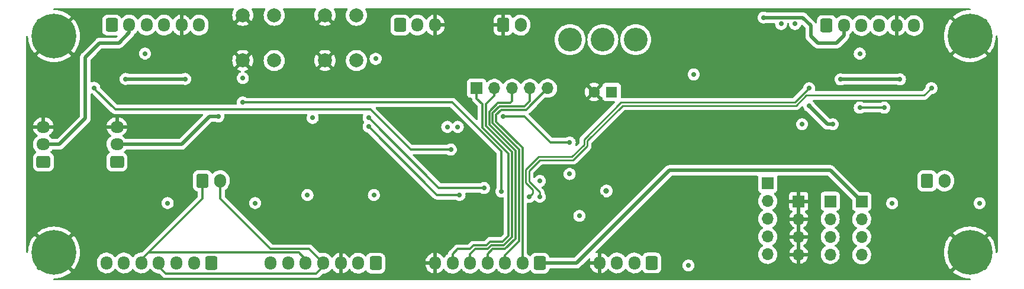
<source format=gbr>
%TF.GenerationSoftware,KiCad,Pcbnew,(6.0.4)*%
%TF.CreationDate,2022-10-21T15:33:49+02:00*%
%TF.ProjectId,projet_robot_ese,70726f6a-6574-45f7-926f-626f745f6573,rev?*%
%TF.SameCoordinates,Original*%
%TF.FileFunction,Copper,L4,Bot*%
%TF.FilePolarity,Positive*%
%FSLAX46Y46*%
G04 Gerber Fmt 4.6, Leading zero omitted, Abs format (unit mm)*
G04 Created by KiCad (PCBNEW (6.0.4)) date 2022-10-21 15:33:49*
%MOMM*%
%LPD*%
G01*
G04 APERTURE LIST*
G04 Aperture macros list*
%AMRoundRect*
0 Rectangle with rounded corners*
0 $1 Rounding radius*
0 $2 $3 $4 $5 $6 $7 $8 $9 X,Y pos of 4 corners*
0 Add a 4 corners polygon primitive as box body*
4,1,4,$2,$3,$4,$5,$6,$7,$8,$9,$2,$3,0*
0 Add four circle primitives for the rounded corners*
1,1,$1+$1,$2,$3*
1,1,$1+$1,$4,$5*
1,1,$1+$1,$6,$7*
1,1,$1+$1,$8,$9*
0 Add four rect primitives between the rounded corners*
20,1,$1+$1,$2,$3,$4,$5,0*
20,1,$1+$1,$4,$5,$6,$7,0*
20,1,$1+$1,$6,$7,$8,$9,0*
20,1,$1+$1,$8,$9,$2,$3,0*%
G04 Aperture macros list end*
%TA.AperFunction,ComponentPad*%
%ADD10C,2.000000*%
%TD*%
%TA.AperFunction,ComponentPad*%
%ADD11RoundRect,0.250000X-0.600000X-0.725000X0.600000X-0.725000X0.600000X0.725000X-0.600000X0.725000X0*%
%TD*%
%TA.AperFunction,ComponentPad*%
%ADD12O,1.700000X1.950000*%
%TD*%
%TA.AperFunction,ComponentPad*%
%ADD13O,1.700000X1.700000*%
%TD*%
%TA.AperFunction,ComponentPad*%
%ADD14R,1.700000X1.700000*%
%TD*%
%TA.AperFunction,ComponentPad*%
%ADD15R,1.600000X1.600000*%
%TD*%
%TA.AperFunction,ComponentPad*%
%ADD16C,1.600000*%
%TD*%
%TA.AperFunction,ComponentPad*%
%ADD17C,0.800000*%
%TD*%
%TA.AperFunction,ComponentPad*%
%ADD18C,6.400000*%
%TD*%
%TA.AperFunction,ComponentPad*%
%ADD19RoundRect,0.250000X0.600000X0.725000X-0.600000X0.725000X-0.600000X-0.725000X0.600000X-0.725000X0*%
%TD*%
%TA.AperFunction,ComponentPad*%
%ADD20RoundRect,0.250000X0.725000X-0.600000X0.725000X0.600000X-0.725000X0.600000X-0.725000X-0.600000X0*%
%TD*%
%TA.AperFunction,ComponentPad*%
%ADD21O,1.950000X1.700000*%
%TD*%
%TA.AperFunction,ComponentPad*%
%ADD22RoundRect,0.250000X-0.600000X-0.750000X0.600000X-0.750000X0.600000X0.750000X-0.600000X0.750000X0*%
%TD*%
%TA.AperFunction,ComponentPad*%
%ADD23O,1.700000X2.000000*%
%TD*%
%TA.AperFunction,ComponentPad*%
%ADD24C,3.400000*%
%TD*%
%TA.AperFunction,ViaPad*%
%ADD25C,0.700000*%
%TD*%
%TA.AperFunction,ViaPad*%
%ADD26C,0.800000*%
%TD*%
%TA.AperFunction,Conductor*%
%ADD27C,0.300000*%
%TD*%
%TA.AperFunction,Conductor*%
%ADD28C,0.500000*%
%TD*%
%TA.AperFunction,Conductor*%
%ADD29C,0.250000*%
%TD*%
G04 APERTURE END LIST*
D10*
%TO.P,SW402,1,2*%
%TO.N,GND*%
X131500000Y-88000000D03*
X131500000Y-81500000D03*
%TO.P,SW402,2,K*%
%TO.N,Net-(C404-Pad1)*%
X136000000Y-81500000D03*
X136000000Y-88000000D03*
%TD*%
D11*
%TO.P,J302,1,Pin_1*%
%TO.N,OUT1_2*%
X215000000Y-82975000D03*
D12*
%TO.P,J302,2,Pin_2*%
%TO.N,+5V*%
X217500000Y-82975000D03*
%TO.P,J302,3,Pin_3*%
%TO.N,/Driver moteur/ENCODER_2_B*%
X220000000Y-82975000D03*
%TO.P,J302,4,Pin_4*%
%TO.N,/Driver moteur/ENCODER_2_A*%
X222500000Y-82975000D03*
%TO.P,J302,5,Pin_5*%
%TO.N,GND*%
X225000000Y-82975000D03*
%TO.P,J302,6,Pin_6*%
%TO.N,OUT2_2*%
X227500000Y-82975000D03*
%TD*%
D13*
%TO.P,J204,4,Pin_4*%
%TO.N,+5V*%
X220025000Y-115820000D03*
%TO.P,J204,3,Pin_3*%
X220025000Y-113280000D03*
%TO.P,J204,2,Pin_2*%
X220025000Y-110740000D03*
D14*
%TO.P,J204,1,Pin_1*%
X220025000Y-108200000D03*
%TD*%
%TO.P,J408,1,Pin_1*%
%TO.N,PC15*%
X206575000Y-105610000D03*
D13*
%TO.P,J408,2,Pin_2*%
%TO.N,PC14*%
X206575000Y-108150000D03*
%TO.P,J408,3,Pin_3*%
%TO.N,PC12*%
X206575000Y-110690000D03*
%TO.P,J408,4,Pin_4*%
%TO.N,PC11*%
X206575000Y-113230000D03*
%TO.P,J408,5,Pin_5*%
%TO.N,PC10*%
X206575000Y-115770000D03*
%TD*%
D11*
%TO.P,J301,1,Pin_1*%
%TO.N,OUT1_1*%
X112750000Y-82914000D03*
D12*
%TO.P,J301,2,Pin_2*%
%TO.N,+5V*%
X115250000Y-82914000D03*
%TO.P,J301,3,Pin_3*%
%TO.N,/Driver moteur/ENCODER_1_B*%
X117750000Y-82914000D03*
%TO.P,J301,4,Pin_4*%
%TO.N,/Driver moteur/ENCODER_1_A*%
X120250000Y-82914000D03*
%TO.P,J301,5,Pin_5*%
%TO.N,GND*%
X122750000Y-82914000D03*
%TO.P,J301,6,Pin_6*%
%TO.N,OUT2_1*%
X125250000Y-82914000D03*
%TD*%
D15*
%TO.P,C205,1*%
%TO.N,Net-(C205-Pad1)*%
X184250000Y-92500000D03*
D16*
%TO.P,C205,2*%
%TO.N,GND*%
X181750000Y-92500000D03*
%TD*%
D11*
%TO.P,J405,1,Pin_1*%
%TO.N,XL_320_DATA*%
X154000000Y-82914000D03*
D12*
%TO.P,J405,2,Pin_2*%
%TO.N,/Driver moteur/V_BAT*%
X156500000Y-82914000D03*
%TO.P,J405,3,Pin_3*%
%TO.N,GND*%
X159000000Y-82914000D03*
%TD*%
D17*
%TO.P,H102,1,1*%
%TO.N,GND*%
X233802944Y-86197056D03*
X237197056Y-82802944D03*
X233802944Y-82802944D03*
D18*
X235500000Y-84500000D03*
D17*
X237197056Y-86197056D03*
X237900000Y-84500000D03*
X235500000Y-86900000D03*
X235500000Y-82100000D03*
X233100000Y-84500000D03*
%TD*%
D19*
%TO.P,J406,1,Pin_1*%
%TO.N,unconnected-(J406-Pad1)*%
X127000000Y-117000000D03*
D12*
%TO.P,J406,2,Pin_2*%
%TO.N,VREF*%
X124500000Y-117000000D03*
%TO.P,J406,3,Pin_3*%
%TO.N,GND*%
X122000000Y-117000000D03*
%TO.P,J406,4,Pin_4*%
%TO.N,I2C1_SDA*%
X119500000Y-117000000D03*
%TO.P,J406,5,Pin_5*%
%TO.N,I2C1_SDL*%
X117000000Y-117000000D03*
%TO.P,J406,6,Pin_6*%
%TO.N,TOF_SHUT_2*%
X114500000Y-117000000D03*
%TO.P,J406,7,Pin_7*%
%TO.N,TOF_IRQ_2*%
X112000000Y-117000000D03*
%TD*%
D20*
%TO.P,J407,1,Pin_1*%
%TO.N,PROX_1*%
X113500000Y-102500000D03*
D21*
%TO.P,J407,2,Pin_2*%
%TO.N,+5V*%
X113500000Y-100000000D03*
%TO.P,J407,3,Pin_3*%
%TO.N,GND*%
X113500000Y-97500000D03*
%TD*%
D12*
%TO.P,J410,4,Pin_4*%
%TO.N,GND*%
X182500000Y-117000000D03*
%TO.P,J410,3,Pin_3*%
%TO.N,I2C2_SDA*%
X185000000Y-117000000D03*
%TO.P,J410,2,Pin_2*%
%TO.N,I2C2_SDL*%
X187500000Y-117000000D03*
D19*
%TO.P,J410,1,Pin_1*%
%TO.N,VREF*%
X190000000Y-117000000D03*
%TD*%
D22*
%TO.P,J402,1,Pin_1*%
%TO.N,I2C2_SDL*%
X229387500Y-105250000D03*
D23*
%TO.P,J402,2,Pin_2*%
%TO.N,I2C2_SDA*%
X231887500Y-105250000D03*
%TD*%
D22*
%TO.P,J403,1,Pin_1*%
%TO.N,I2C1_SDL*%
X125750000Y-105225000D03*
D23*
%TO.P,J403,2,Pin_2*%
%TO.N,I2C1_SDA*%
X128250000Y-105225000D03*
%TD*%
D22*
%TO.P,J201,1,Pin_1*%
%TO.N,GND*%
X168750000Y-82914000D03*
D23*
%TO.P,J201,2,Pin_2*%
%TO.N,/Power/BAT_IN*%
X171250000Y-82914000D03*
%TD*%
D14*
%TO.P,J409,1,Pin_1*%
%TO.N,PA5*%
X164950000Y-91975000D03*
D13*
%TO.P,J409,2,Pin_2*%
%TO.N,PA4*%
X167490000Y-91975000D03*
%TO.P,J409,3,Pin_3*%
%TO.N,PA3*%
X170030000Y-91975000D03*
%TO.P,J409,4,Pin_4*%
%TO.N,PA1*%
X172570000Y-91975000D03*
%TO.P,J409,5,Pin_5*%
%TO.N,PA0*%
X175110000Y-91975000D03*
%TD*%
D20*
%TO.P,J411,1,Pin_1*%
%TO.N,PROX_2*%
X102975000Y-102500000D03*
D21*
%TO.P,J411,2,Pin_2*%
%TO.N,+5V*%
X102975000Y-100000000D03*
%TO.P,J411,3,Pin_3*%
%TO.N,GND*%
X102975000Y-97500000D03*
%TD*%
D17*
%TO.P,H104,1,1*%
%TO.N,GND*%
X104500000Y-117900000D03*
X104500000Y-113100000D03*
X102802944Y-117197056D03*
X102802944Y-113802944D03*
X106900000Y-115500000D03*
X102100000Y-115500000D03*
D18*
X104500000Y-115500000D03*
D17*
X106197056Y-117197056D03*
X106197056Y-113802944D03*
%TD*%
%TO.P,H103,1,1*%
%TO.N,GND*%
X233802944Y-113802944D03*
X237900000Y-115500000D03*
X237197056Y-113802944D03*
X233802944Y-117197056D03*
X237197056Y-117197056D03*
X235500000Y-113100000D03*
D18*
X235500000Y-115500000D03*
D17*
X233100000Y-115500000D03*
X235500000Y-117900000D03*
%TD*%
D24*
%TO.P,SW201,1,A*%
%TO.N,Net-(C205-Pad1)*%
X187700000Y-85000000D03*
%TO.P,SW201,2,B*%
%TO.N,/Power/BAT_IN*%
X183000000Y-85000000D03*
%TO.P,SW201,3,C*%
%TO.N,unconnected-(SW201-Pad3)*%
X178300000Y-85000000D03*
%TD*%
D10*
%TO.P,SW401,1,2*%
%TO.N,GND*%
X143250000Y-88000000D03*
X143250000Y-81500000D03*
%TO.P,SW401,2,K*%
%TO.N,NRST*%
X147750000Y-88000000D03*
X147750000Y-81500000D03*
%TD*%
D17*
%TO.P,H101,1,1*%
%TO.N,GND*%
X106197056Y-86197056D03*
X102802944Y-86197056D03*
X104500000Y-86900000D03*
X106197056Y-82802944D03*
X102802944Y-82802944D03*
D18*
X104500000Y-84500000D03*
D17*
X102100000Y-84500000D03*
X106900000Y-84500000D03*
X104500000Y-82100000D03*
%TD*%
D19*
%TO.P,J412,1,Pin_1*%
%TO.N,+5V*%
X174000000Y-117025000D03*
D12*
%TO.P,J412,2,Pin_2*%
%TO.N,PA0*%
X171500000Y-117025000D03*
%TO.P,J412,3,Pin_3*%
%TO.N,PA1*%
X169000000Y-117025000D03*
%TO.P,J412,4,Pin_4*%
%TO.N,PA3*%
X166500000Y-117025000D03*
%TO.P,J412,5,Pin_5*%
%TO.N,PA4*%
X164000000Y-117025000D03*
%TO.P,J412,6,Pin_6*%
%TO.N,PA5*%
X161500000Y-117025000D03*
%TO.P,J412,7,Pin_7*%
%TO.N,GND*%
X159000000Y-117025000D03*
%TD*%
D19*
%TO.P,J404,1,Pin_1*%
%TO.N,unconnected-(J404-Pad1)*%
X150500000Y-117025000D03*
D12*
%TO.P,J404,2,Pin_2*%
%TO.N,VREF*%
X148000000Y-117025000D03*
%TO.P,J404,3,Pin_3*%
%TO.N,GND*%
X145500000Y-117025000D03*
%TO.P,J404,4,Pin_4*%
%TO.N,I2C1_SDA*%
X143000000Y-117025000D03*
%TO.P,J404,5,Pin_5*%
%TO.N,I2C1_SDL*%
X140500000Y-117025000D03*
%TO.P,J404,6,Pin_6*%
%TO.N,TOF_SHUT_1*%
X138000000Y-117025000D03*
%TO.P,J404,7,Pin_7*%
%TO.N,TOF_IRQ_1*%
X135500000Y-117025000D03*
%TD*%
D14*
%TO.P,J202,1,Pin_1*%
%TO.N,GND*%
X211025000Y-108160000D03*
D13*
%TO.P,J202,2,Pin_2*%
X211025000Y-110700000D03*
%TO.P,J202,3,Pin_3*%
X211025000Y-113240000D03*
%TO.P,J202,4,Pin_4*%
X211025000Y-115780000D03*
%TD*%
D14*
%TO.P,J203,1,Pin_1*%
%TO.N,VREF*%
X215525000Y-108160000D03*
D13*
%TO.P,J203,2,Pin_2*%
X215525000Y-110700000D03*
%TO.P,J203,3,Pin_3*%
X215525000Y-113240000D03*
%TO.P,J203,4,Pin_4*%
X215525000Y-115780000D03*
%TD*%
D25*
%TO.N,GND*%
X195250000Y-115637500D03*
%TO.N,+5V*%
X206000000Y-81837500D03*
%TO.N,/Driver moteur/ENCODER_2_B*%
X223250000Y-94750000D03*
X219750000Y-94750000D03*
%TO.N,GND*%
X119250000Y-105000000D03*
X108750000Y-105000000D03*
%TO.N,/Driver moteur/V_BAT*%
X196000000Y-90000000D03*
X117500000Y-87000000D03*
X219750000Y-87000000D03*
%TO.N,GND*%
X230000000Y-89426000D03*
X141500000Y-98750000D03*
X222250000Y-102250000D03*
X201250000Y-90000000D03*
X121500000Y-87000000D03*
X141500000Y-97480000D03*
X216500000Y-102250000D03*
X182750000Y-107500000D03*
X202000000Y-85000000D03*
X196250000Y-85000000D03*
X182750000Y-104250000D03*
X174000000Y-103750000D03*
X160000000Y-87750000D03*
X120500000Y-97637500D03*
X110250000Y-88095000D03*
X200750000Y-102250000D03*
X187612500Y-102637500D03*
X128250000Y-89365000D03*
X182750000Y-109000000D03*
X182750000Y-100850000D03*
X182750000Y-99750000D03*
X223726000Y-87000000D03*
X206000000Y-102250000D03*
X110250000Y-89750000D03*
X212750000Y-89750000D03*
X211250000Y-102250000D03*
X182750000Y-105750000D03*
X210566000Y-87000000D03*
X139750000Y-89250000D03*
X187612500Y-99137500D03*
X208000000Y-89000000D03*
X110000000Y-97637500D03*
X193750000Y-85000000D03*
X141500000Y-101290000D03*
X212750000Y-88156000D03*
%TO.N,+5V*%
X212500000Y-94500000D03*
X128000000Y-96000000D03*
X215875000Y-97125000D03*
%TO.N,VREF*%
X133250000Y-108412500D03*
X208500000Y-82750000D03*
X141500000Y-96210000D03*
X150500000Y-87750000D03*
D26*
X183500000Y-106675480D03*
D25*
X178250000Y-104250000D03*
X210500000Y-82750000D03*
X211500000Y-97125000D03*
X140750000Y-107250000D03*
X120750000Y-108412500D03*
X179637500Y-110250000D03*
X236887500Y-108437500D03*
X224387500Y-108437500D03*
X195250000Y-117362500D03*
X131500000Y-90500000D03*
X150250000Y-107250000D03*
%TO.N,NRST*%
X168744622Y-96000000D03*
X178250000Y-99750000D03*
%TO.N,SWDIO*%
X149500000Y-96210000D03*
X166000000Y-106250000D03*
%TO.N,SWCLK*%
X149500000Y-97480000D03*
X162500000Y-107250000D03*
%TO.N,I2C2_SDL*%
X160750000Y-97500000D03*
%TO.N,I2C2_SDA*%
X162250000Y-97500000D03*
%TO.N,/Driver moteur/DRIVER_MOTOR_1_FWD*%
X110250000Y-91905000D03*
X161250000Y-100750000D03*
%TO.N,/Driver moteur/DRIVER_MOTOR_2_FWD*%
X172500000Y-107500000D03*
X212500000Y-91966000D03*
%TO.N,/Driver moteur/DRIVER_MOTOR_2_REV*%
X230000000Y-91966000D03*
X174000000Y-107500000D03*
%TO.N,/Stm32/FROM_USR_BTN*%
X168500000Y-106750000D03*
X131500000Y-94000000D03*
%TO.N,Net-(JP309-Pad2)*%
X114750000Y-90635000D03*
X123250000Y-90635000D03*
%TO.N,Net-(JP310-Pad2)*%
X217000000Y-90696000D03*
X225500000Y-90696000D03*
%TO.N,VREF*%
X174000000Y-105250000D03*
%TD*%
D27*
%TO.N,/Driver moteur/DRIVER_MOTOR_1_FWD*%
X113250000Y-95000000D02*
X110250000Y-92000000D01*
X110250000Y-92000000D02*
X110250000Y-91905000D01*
X149750000Y-95000000D02*
X113250000Y-95000000D01*
X155500000Y-100750000D02*
X149750000Y-95000000D01*
X161250000Y-100750000D02*
X155500000Y-100750000D01*
D28*
%TO.N,+5V*%
X215575000Y-103750000D02*
X220025000Y-108200000D01*
X192500000Y-103750000D02*
X215575000Y-103750000D01*
X179225000Y-117025000D02*
X192500000Y-103750000D01*
X174000000Y-117025000D02*
X179225000Y-117025000D01*
X212750000Y-83000000D02*
X211587500Y-81837500D01*
X213750000Y-85500000D02*
X212750000Y-84500000D01*
X216437500Y-85500000D02*
X213750000Y-85500000D01*
X217500000Y-84437500D02*
X216437500Y-85500000D01*
X212750000Y-84500000D02*
X212750000Y-83000000D01*
X217500000Y-82975000D02*
X217500000Y-84437500D01*
X206000000Y-81837500D02*
X211587500Y-81837500D01*
D27*
%TO.N,/Stm32/FROM_USR_BTN*%
X131500000Y-94000000D02*
X161467863Y-94000000D01*
X161467863Y-94000000D02*
X168500000Y-101032137D01*
X168500000Y-101032137D02*
X168500000Y-106750000D01*
%TO.N,NRST*%
X175500000Y-99750000D02*
X178250000Y-99750000D01*
X171750000Y-96000000D02*
X175500000Y-99750000D01*
X168744622Y-96000000D02*
X171750000Y-96000000D01*
%TO.N,/Driver moteur/ENCODER_2_B*%
X219750000Y-94750000D02*
X223250000Y-94750000D01*
%TO.N,I2C1_SDA*%
X135500000Y-115000000D02*
X140975000Y-115000000D01*
X128250000Y-105225000D02*
X128250000Y-107750000D01*
X128250000Y-107750000D02*
X135500000Y-115000000D01*
X140975000Y-115000000D02*
X143000000Y-117025000D01*
%TO.N,I2C1_SDL*%
X125750000Y-107750000D02*
X117500000Y-116000000D01*
X125750000Y-105225000D02*
X125750000Y-107750000D01*
X117500000Y-116000000D02*
X117000000Y-116500000D01*
X118000000Y-115500000D02*
X117500000Y-116000000D01*
D28*
%TO.N,+5V*%
X126750000Y-96000000D02*
X122750000Y-100000000D01*
X109000000Y-96250000D02*
X109000000Y-87500000D01*
X109000000Y-87500000D02*
X111000000Y-85500000D01*
X128000000Y-96000000D02*
X126750000Y-96000000D01*
X215125000Y-97125000D02*
X212500000Y-94500000D01*
X102975000Y-100000000D02*
X105250000Y-100000000D01*
X115250000Y-84000000D02*
X115250000Y-82914000D01*
X111000000Y-85500000D02*
X113750000Y-85500000D01*
X105250000Y-100000000D02*
X109000000Y-96250000D01*
X215875000Y-97125000D02*
X215125000Y-97125000D01*
X122750000Y-100000000D02*
X113500000Y-100000000D01*
X113750000Y-85500000D02*
X115250000Y-84000000D01*
D27*
%TO.N,SWDIO*%
X166000000Y-106250000D02*
X159540000Y-106250000D01*
X159540000Y-106250000D02*
X149500000Y-96210000D01*
%TO.N,SWCLK*%
X162500000Y-107250000D02*
X159270000Y-107250000D01*
X159270000Y-107250000D02*
X149500000Y-97480000D01*
%TO.N,I2C1_SDL*%
X139500000Y-115500000D02*
X118000000Y-115500000D01*
X140500000Y-116500000D02*
X139500000Y-115500000D01*
%TO.N,I2C1_SDA*%
X120500000Y-118500000D02*
X142000000Y-118500000D01*
X142000000Y-118500000D02*
X143000000Y-117500000D01*
X119500000Y-117500000D02*
X120500000Y-118500000D01*
%TO.N,PA5*%
X166336665Y-114500480D02*
X166907679Y-113929465D01*
X169500960Y-113107970D02*
X169500960Y-101326670D01*
X165750480Y-94250480D02*
X165750480Y-97576189D01*
X164950000Y-91975000D02*
X164950000Y-93450000D01*
X164000000Y-115000000D02*
X164499520Y-114500480D01*
X164950000Y-93450000D02*
X165750480Y-94250480D01*
X166907679Y-113929465D02*
X168679465Y-113929465D01*
X161500000Y-117025000D02*
X161500000Y-115750000D01*
X169500960Y-101326670D02*
X165750480Y-97576189D01*
X168679465Y-113929465D02*
X169500960Y-113107970D01*
X162250000Y-115000000D02*
X164000000Y-115000000D01*
X164499520Y-114500480D02*
X166336665Y-114500480D01*
X161500000Y-115750000D02*
X162250000Y-115000000D01*
%TO.N,PA4*%
X166250000Y-94250000D02*
X166250000Y-97369283D01*
X167043091Y-114500481D02*
X166543572Y-115000000D01*
X168814878Y-114500480D02*
X167043091Y-114500481D01*
X170000480Y-101119762D02*
X170000480Y-113314878D01*
X164000000Y-115750000D02*
X164000000Y-117025000D01*
X166250000Y-97369283D02*
X170000480Y-101119762D01*
X164750000Y-115000000D02*
X164000000Y-115750000D01*
X166543572Y-115000000D02*
X164750000Y-115000000D01*
X167490000Y-91975000D02*
X167490000Y-93010000D01*
X170000480Y-113314878D02*
X168814878Y-114500480D01*
X167490000Y-93010000D02*
X166250000Y-94250000D01*
%TO.N,PA3*%
X166750481Y-97163336D02*
X170500000Y-100912856D01*
X170500000Y-113521786D02*
X169021786Y-115000000D01*
X166750481Y-95303984D02*
X166750481Y-97163336D01*
X167250000Y-115000000D02*
X166500000Y-115750000D01*
X170030000Y-93771449D02*
X169750000Y-94051449D01*
X170030000Y-91975000D02*
X170030000Y-93771449D01*
X166500000Y-115750000D02*
X166500000Y-117025000D01*
X169750000Y-94051449D02*
X168003015Y-94051450D01*
X170500000Y-100912856D02*
X170500000Y-113521786D01*
X169021786Y-115000000D02*
X167250000Y-115000000D01*
X168003015Y-94051450D02*
X166750481Y-95303984D01*
%TO.N,PA1*%
X171000480Y-100706908D02*
X171000480Y-113874520D01*
X167250000Y-96956427D02*
X171000480Y-100706908D01*
X169000000Y-115875000D02*
X169000000Y-117025000D01*
X168209924Y-94550969D02*
X167250000Y-95510893D01*
X171827603Y-94550969D02*
X168209924Y-94550969D01*
X171000480Y-113874520D02*
X169000000Y-115875000D01*
X172570000Y-91975000D02*
X172570000Y-93808572D01*
X167250000Y-95510893D02*
X167250000Y-96956427D01*
X172570000Y-93808572D02*
X171827603Y-94550969D01*
%TO.N,PA0*%
X175110000Y-91975000D02*
X172034511Y-95050489D01*
X171500000Y-100500000D02*
X171500000Y-117025000D01*
X167750000Y-95750000D02*
X167750000Y-96750000D01*
X168449511Y-95050489D02*
X167750000Y-95750000D01*
X172034511Y-95050489D02*
X168449511Y-95050489D01*
X167750000Y-96750000D02*
X171500000Y-100500000D01*
D29*
%TO.N,/Driver moteur/DRIVER_MOTOR_2_FWD*%
X185614283Y-94000000D02*
X210466000Y-94000000D01*
X173813803Y-101800480D02*
X178563802Y-101800480D01*
X180300480Y-100063802D02*
X180300480Y-99313803D01*
X178563802Y-101800480D02*
X180300480Y-100063802D01*
X171974520Y-103639762D02*
X173813803Y-101800480D01*
X172500000Y-107500000D02*
X173000000Y-107000000D01*
X210466000Y-94000000D02*
X212500000Y-91966000D01*
X173000000Y-106500000D02*
X171974520Y-105474520D01*
X180300480Y-99313803D02*
X185614283Y-94000000D01*
X171974520Y-105474520D02*
X171974520Y-103639762D01*
X173000000Y-107000000D02*
X173000000Y-106500000D01*
%TO.N,/Driver moteur/DRIVER_MOTOR_2_REV*%
X210652198Y-94449520D02*
X212101718Y-93000000D01*
X180750000Y-99500000D02*
X185800480Y-94449520D01*
X174000000Y-107500000D02*
X174000000Y-106864283D01*
X185800480Y-94449520D02*
X210652198Y-94449520D01*
X212101718Y-93000000D02*
X228966000Y-93000000D01*
X172424040Y-105288322D02*
X172424040Y-103825960D01*
X180750000Y-100250000D02*
X180750000Y-99500000D01*
X178750000Y-102250000D02*
X180750000Y-100250000D01*
X228966000Y-93000000D02*
X230000000Y-91966000D01*
X174000000Y-106864283D02*
X172424040Y-105288322D01*
X174000000Y-102250000D02*
X178750000Y-102250000D01*
X172424040Y-103825960D02*
X174000000Y-102250000D01*
D28*
%TO.N,Net-(JP309-Pad2)*%
X123250000Y-90635000D02*
X114750000Y-90635000D01*
%TO.N,Net-(JP310-Pad2)*%
X217000000Y-90696000D02*
X225500000Y-90696000D01*
%TD*%
%TA.AperFunction,Conductor*%
%TO.N,GND*%
G36*
X130182100Y-80528502D02*
G01*
X130228593Y-80582158D01*
X130238697Y-80652432D01*
X130221411Y-80700335D01*
X130154795Y-80809042D01*
X130150313Y-80817837D01*
X130063266Y-81027988D01*
X130060217Y-81037373D01*
X130007115Y-81258554D01*
X130005572Y-81268301D01*
X129987725Y-81495070D01*
X129987725Y-81504930D01*
X130005572Y-81731699D01*
X130007115Y-81741446D01*
X130060217Y-81962627D01*
X130063266Y-81972012D01*
X130150313Y-82182163D01*
X130154795Y-82190958D01*
X130257432Y-82358445D01*
X130267890Y-82367907D01*
X130276666Y-82364124D01*
X131410905Y-81229885D01*
X131473217Y-81195859D01*
X131544032Y-81200924D01*
X131589095Y-81229885D01*
X132720290Y-82361080D01*
X132732670Y-82367840D01*
X132740320Y-82362113D01*
X132845205Y-82190958D01*
X132849687Y-82182163D01*
X132936734Y-81972012D01*
X132939783Y-81962627D01*
X132992885Y-81741446D01*
X132994428Y-81731699D01*
X133012275Y-81504930D01*
X133012275Y-81495070D01*
X132994428Y-81268301D01*
X132992885Y-81258554D01*
X132939783Y-81037373D01*
X132936734Y-81027988D01*
X132849687Y-80817837D01*
X132845205Y-80809042D01*
X132778589Y-80700335D01*
X132760050Y-80631802D01*
X132781506Y-80564125D01*
X132836145Y-80518792D01*
X132886021Y-80508500D01*
X134613391Y-80508500D01*
X134681512Y-80528502D01*
X134728005Y-80582158D01*
X134738109Y-80652432D01*
X134720824Y-80700335D01*
X134686255Y-80756747D01*
X134651760Y-80813037D01*
X134649867Y-80817607D01*
X134649865Y-80817611D01*
X134587660Y-80967788D01*
X134560895Y-81032406D01*
X134549709Y-81079000D01*
X134508123Y-81252219D01*
X134505465Y-81263289D01*
X134486835Y-81500000D01*
X134505465Y-81736711D01*
X134506619Y-81741518D01*
X134506620Y-81741524D01*
X134531238Y-81844065D01*
X134560895Y-81967594D01*
X134562788Y-81972165D01*
X134562789Y-81972167D01*
X134649838Y-82182322D01*
X134651760Y-82186963D01*
X134654346Y-82191183D01*
X134773241Y-82385202D01*
X134773245Y-82385208D01*
X134775824Y-82389416D01*
X134930031Y-82569969D01*
X135110584Y-82724176D01*
X135114792Y-82726755D01*
X135114798Y-82726759D01*
X135308084Y-82845205D01*
X135313037Y-82848240D01*
X135317607Y-82850133D01*
X135317611Y-82850135D01*
X135527833Y-82937211D01*
X135532406Y-82939105D01*
X135612609Y-82958360D01*
X135758476Y-82993380D01*
X135758482Y-82993381D01*
X135763289Y-82994535D01*
X136000000Y-83013165D01*
X136236711Y-82994535D01*
X136241518Y-82993381D01*
X136241524Y-82993380D01*
X136387391Y-82958360D01*
X136467594Y-82939105D01*
X136472167Y-82937211D01*
X136682389Y-82850135D01*
X136682393Y-82850133D01*
X136686963Y-82848240D01*
X136691916Y-82845205D01*
X136875556Y-82732670D01*
X142382160Y-82732670D01*
X142387887Y-82740320D01*
X142559042Y-82845205D01*
X142567837Y-82849687D01*
X142777988Y-82936734D01*
X142787373Y-82939783D01*
X143008554Y-82992885D01*
X143018301Y-82994428D01*
X143245070Y-83012275D01*
X143254930Y-83012275D01*
X143481699Y-82994428D01*
X143491446Y-82992885D01*
X143712627Y-82939783D01*
X143722012Y-82936734D01*
X143932163Y-82849687D01*
X143940958Y-82845205D01*
X144108445Y-82742568D01*
X144117907Y-82732110D01*
X144114124Y-82723334D01*
X143262812Y-81872022D01*
X143248868Y-81864408D01*
X143247035Y-81864539D01*
X143240420Y-81868790D01*
X142388920Y-82720290D01*
X142382160Y-82732670D01*
X136875556Y-82732670D01*
X136885202Y-82726759D01*
X136885208Y-82726755D01*
X136889416Y-82724176D01*
X137069969Y-82569969D01*
X137224176Y-82389416D01*
X137226755Y-82385208D01*
X137226759Y-82385202D01*
X137345654Y-82191183D01*
X137348240Y-82186963D01*
X137350163Y-82182322D01*
X137437211Y-81972167D01*
X137437212Y-81972165D01*
X137439105Y-81967594D01*
X137468762Y-81844065D01*
X137493380Y-81741524D01*
X137493381Y-81741518D01*
X137494535Y-81736711D01*
X137513165Y-81500000D01*
X137494535Y-81263289D01*
X137491878Y-81252219D01*
X137450291Y-81079000D01*
X137439105Y-81032406D01*
X137412340Y-80967788D01*
X137350135Y-80817611D01*
X137350133Y-80817607D01*
X137348240Y-80813037D01*
X137313745Y-80756747D01*
X137279176Y-80700335D01*
X137260638Y-80631801D01*
X137282094Y-80564125D01*
X137336733Y-80518792D01*
X137386609Y-80508500D01*
X141863979Y-80508500D01*
X141932100Y-80528502D01*
X141978593Y-80582158D01*
X141988697Y-80652432D01*
X141971411Y-80700335D01*
X141904795Y-80809042D01*
X141900313Y-80817837D01*
X141813266Y-81027988D01*
X141810217Y-81037373D01*
X141757115Y-81258554D01*
X141755572Y-81268301D01*
X141737725Y-81495070D01*
X141737725Y-81504930D01*
X141755572Y-81731699D01*
X141757115Y-81741446D01*
X141810217Y-81962627D01*
X141813266Y-81972012D01*
X141900313Y-82182163D01*
X141904795Y-82190958D01*
X142007432Y-82358445D01*
X142017890Y-82367907D01*
X142026666Y-82364124D01*
X143160905Y-81229885D01*
X143223217Y-81195859D01*
X143294032Y-81200924D01*
X143339095Y-81229885D01*
X144470290Y-82361080D01*
X144482670Y-82367840D01*
X144490320Y-82362113D01*
X144595205Y-82190958D01*
X144599687Y-82182163D01*
X144686734Y-81972012D01*
X144689783Y-81962627D01*
X144742885Y-81741446D01*
X144744428Y-81731699D01*
X144762275Y-81504930D01*
X144762275Y-81495070D01*
X144744428Y-81268301D01*
X144742885Y-81258554D01*
X144689783Y-81037373D01*
X144686734Y-81027988D01*
X144599687Y-80817837D01*
X144595205Y-80809042D01*
X144528589Y-80700335D01*
X144510050Y-80631802D01*
X144531506Y-80564125D01*
X144586145Y-80518792D01*
X144636021Y-80508500D01*
X146363391Y-80508500D01*
X146431512Y-80528502D01*
X146478005Y-80582158D01*
X146488109Y-80652432D01*
X146470824Y-80700335D01*
X146436255Y-80756747D01*
X146401760Y-80813037D01*
X146399867Y-80817607D01*
X146399865Y-80817611D01*
X146337660Y-80967788D01*
X146310895Y-81032406D01*
X146299709Y-81079000D01*
X146258123Y-81252219D01*
X146255465Y-81263289D01*
X146236835Y-81500000D01*
X146255465Y-81736711D01*
X146256619Y-81741518D01*
X146256620Y-81741524D01*
X146281238Y-81844065D01*
X146310895Y-81967594D01*
X146312788Y-81972165D01*
X146312789Y-81972167D01*
X146399838Y-82182322D01*
X146401760Y-82186963D01*
X146404346Y-82191183D01*
X146523241Y-82385202D01*
X146523245Y-82385208D01*
X146525824Y-82389416D01*
X146680031Y-82569969D01*
X146860584Y-82724176D01*
X146864792Y-82726755D01*
X146864798Y-82726759D01*
X147058084Y-82845205D01*
X147063037Y-82848240D01*
X147067607Y-82850133D01*
X147067611Y-82850135D01*
X147277833Y-82937211D01*
X147282406Y-82939105D01*
X147362609Y-82958360D01*
X147508476Y-82993380D01*
X147508482Y-82993381D01*
X147513289Y-82994535D01*
X147750000Y-83013165D01*
X147986711Y-82994535D01*
X147991518Y-82993381D01*
X147991524Y-82993380D01*
X148137391Y-82958360D01*
X148217594Y-82939105D01*
X148222167Y-82937211D01*
X148432389Y-82850135D01*
X148432393Y-82850133D01*
X148436963Y-82848240D01*
X148441916Y-82845205D01*
X148635202Y-82726759D01*
X148635208Y-82726755D01*
X148639416Y-82724176D01*
X148819969Y-82569969D01*
X148974176Y-82389416D01*
X148976755Y-82385208D01*
X148976759Y-82385202D01*
X149095654Y-82191183D01*
X149098240Y-82186963D01*
X149100163Y-82182322D01*
X149187211Y-81972167D01*
X149187212Y-81972165D01*
X149189105Y-81967594D01*
X149218762Y-81844065D01*
X149243380Y-81741524D01*
X149243381Y-81741518D01*
X149244535Y-81736711D01*
X149263165Y-81500000D01*
X149244535Y-81263289D01*
X149241878Y-81252219D01*
X149200291Y-81079000D01*
X149189105Y-81032406D01*
X149162340Y-80967788D01*
X149100135Y-80817611D01*
X149100133Y-80817607D01*
X149098240Y-80813037D01*
X149063745Y-80756747D01*
X149029176Y-80700335D01*
X149010638Y-80631801D01*
X149032094Y-80564125D01*
X149086733Y-80518792D01*
X149136609Y-80508500D01*
X234950633Y-80508500D01*
X234970018Y-80510000D01*
X234984851Y-80512310D01*
X234984855Y-80512310D01*
X234993724Y-80513691D01*
X235014183Y-80511016D01*
X235036007Y-80510072D01*
X235385965Y-80525352D01*
X235396913Y-80526310D01*
X235482599Y-80537591D01*
X235547525Y-80566312D01*
X235586617Y-80625577D01*
X235587462Y-80696568D01*
X235549792Y-80756747D01*
X235485567Y-80787007D01*
X235472747Y-80788339D01*
X235115166Y-80807080D01*
X235108629Y-80807766D01*
X234731266Y-80867535D01*
X234724816Y-80868906D01*
X234355784Y-80967788D01*
X234349502Y-80969829D01*
X233992836Y-81106740D01*
X233986811Y-81109422D01*
X233646397Y-81282872D01*
X233640687Y-81286169D01*
X233320265Y-81494253D01*
X233314939Y-81498123D01*
X233076165Y-81691478D01*
X233067700Y-81703733D01*
X233074034Y-81714824D01*
X238284310Y-86925100D01*
X238297386Y-86932241D01*
X238307753Y-86924784D01*
X238501877Y-86685061D01*
X238505747Y-86679735D01*
X238713831Y-86359313D01*
X238717128Y-86353603D01*
X238890578Y-86013189D01*
X238893260Y-86007164D01*
X239030171Y-85650498D01*
X239032212Y-85644216D01*
X239131094Y-85275184D01*
X239132465Y-85268734D01*
X239192234Y-84891371D01*
X239192920Y-84884834D01*
X239211661Y-84527253D01*
X239235201Y-84460273D01*
X239291216Y-84416652D01*
X239361923Y-84410240D01*
X239424871Y-84443073D01*
X239460076Y-84504726D01*
X239462408Y-84517394D01*
X239469664Y-84572507D01*
X239473690Y-84603086D01*
X239474648Y-84614035D01*
X239488865Y-84939639D01*
X239489603Y-84956552D01*
X239488223Y-84981429D01*
X239486309Y-84993724D01*
X239487473Y-85002626D01*
X239487473Y-85002628D01*
X239490436Y-85025283D01*
X239491500Y-85041621D01*
X239491500Y-114950633D01*
X239490000Y-114970018D01*
X239487690Y-114984851D01*
X239487690Y-114984855D01*
X239486309Y-114993724D01*
X239488984Y-115014183D01*
X239489928Y-115036007D01*
X239477995Y-115309305D01*
X239474648Y-115385964D01*
X239473690Y-115396913D01*
X239462953Y-115478476D01*
X239462410Y-115482598D01*
X239433688Y-115547525D01*
X239374423Y-115586617D01*
X239303432Y-115587462D01*
X239243253Y-115549792D01*
X239212993Y-115485567D01*
X239211661Y-115472747D01*
X239192920Y-115115166D01*
X239192234Y-115108629D01*
X239132465Y-114731266D01*
X239131094Y-114724816D01*
X239032212Y-114355784D01*
X239030171Y-114349502D01*
X238893260Y-113992836D01*
X238890578Y-113986811D01*
X238717128Y-113646397D01*
X238713831Y-113640687D01*
X238505747Y-113320265D01*
X238501877Y-113314939D01*
X238308522Y-113076165D01*
X238296267Y-113067700D01*
X238285176Y-113074034D01*
X233074900Y-118284310D01*
X233067759Y-118297386D01*
X233075216Y-118307753D01*
X233314935Y-118501874D01*
X233320272Y-118505751D01*
X233640685Y-118713830D01*
X233646394Y-118717127D01*
X233986811Y-118890578D01*
X233992836Y-118893260D01*
X234349502Y-119030171D01*
X234355784Y-119032212D01*
X234724816Y-119131094D01*
X234731266Y-119132465D01*
X235108629Y-119192234D01*
X235115166Y-119192920D01*
X235472747Y-119211661D01*
X235539727Y-119235201D01*
X235583348Y-119291216D01*
X235589760Y-119361923D01*
X235556927Y-119424871D01*
X235495274Y-119460076D01*
X235482606Y-119462408D01*
X235396914Y-119473690D01*
X235385965Y-119474648D01*
X235043446Y-119489603D01*
X235018571Y-119488223D01*
X235006276Y-119486309D01*
X234997374Y-119487473D01*
X234997372Y-119487473D01*
X234982323Y-119489441D01*
X234974714Y-119490436D01*
X234958379Y-119491500D01*
X105049367Y-119491500D01*
X105029982Y-119490000D01*
X105015149Y-119487690D01*
X105015145Y-119487690D01*
X105006276Y-119486309D01*
X104985817Y-119488984D01*
X104963993Y-119489928D01*
X104614035Y-119474648D01*
X104603086Y-119473690D01*
X104517401Y-119462409D01*
X104452475Y-119433688D01*
X104413383Y-119374423D01*
X104412538Y-119303432D01*
X104450208Y-119243253D01*
X104514433Y-119212993D01*
X104527253Y-119211661D01*
X104884834Y-119192920D01*
X104891371Y-119192234D01*
X105268734Y-119132465D01*
X105275184Y-119131094D01*
X105644216Y-119032212D01*
X105650498Y-119030171D01*
X106007164Y-118893260D01*
X106013189Y-118890578D01*
X106353606Y-118717127D01*
X106359315Y-118713830D01*
X106679728Y-118505751D01*
X106685065Y-118501874D01*
X106923835Y-118308522D01*
X106932300Y-118296267D01*
X106925966Y-118285176D01*
X104141922Y-115501132D01*
X104864408Y-115501132D01*
X104864539Y-115502965D01*
X104868790Y-115509580D01*
X107284310Y-117925100D01*
X107297386Y-117932241D01*
X107307753Y-117924784D01*
X107501877Y-117685061D01*
X107505747Y-117679735D01*
X107713831Y-117359313D01*
X107717128Y-117353603D01*
X107804111Y-117182890D01*
X110641500Y-117182890D01*
X110656080Y-117354720D01*
X110657418Y-117359875D01*
X110657419Y-117359881D01*
X110712657Y-117572703D01*
X110713999Y-117577872D01*
X110716191Y-117582738D01*
X110716192Y-117582741D01*
X110726464Y-117605544D01*
X110808688Y-117788075D01*
X110937441Y-117979319D01*
X110941120Y-117983176D01*
X110941122Y-117983178D01*
X111002710Y-118047738D01*
X111096576Y-118146135D01*
X111281542Y-118283754D01*
X111286293Y-118286170D01*
X111286297Y-118286172D01*
X111330257Y-118308522D01*
X111487051Y-118388240D01*
X111492145Y-118389822D01*
X111492148Y-118389823D01*
X111692020Y-118451885D01*
X111707227Y-118456607D01*
X111712516Y-118457308D01*
X111930489Y-118486198D01*
X111930494Y-118486198D01*
X111935774Y-118486898D01*
X111941103Y-118486698D01*
X111941105Y-118486698D01*
X112058038Y-118482308D01*
X112166158Y-118478249D01*
X112188802Y-118473498D01*
X112284289Y-118453463D01*
X112391791Y-118430907D01*
X112396750Y-118428949D01*
X112396752Y-118428948D01*
X112601256Y-118348185D01*
X112601258Y-118348184D01*
X112606221Y-118346224D01*
X112611047Y-118343296D01*
X112798757Y-118229390D01*
X112798756Y-118229390D01*
X112803317Y-118226623D01*
X112861690Y-118175970D01*
X112973412Y-118079023D01*
X112973414Y-118079021D01*
X112977445Y-118075523D01*
X113050141Y-117986864D01*
X113120240Y-117901373D01*
X113120244Y-117901367D01*
X113123624Y-117897245D01*
X113141552Y-117865750D01*
X113192632Y-117816445D01*
X113262262Y-117802583D01*
X113328333Y-117828566D01*
X113355573Y-117857716D01*
X113360983Y-117865752D01*
X113437441Y-117979319D01*
X113441120Y-117983176D01*
X113441122Y-117983178D01*
X113502710Y-118047738D01*
X113596576Y-118146135D01*
X113781542Y-118283754D01*
X113786293Y-118286170D01*
X113786297Y-118286172D01*
X113830257Y-118308522D01*
X113987051Y-118388240D01*
X113992145Y-118389822D01*
X113992148Y-118389823D01*
X114192020Y-118451885D01*
X114207227Y-118456607D01*
X114212516Y-118457308D01*
X114430489Y-118486198D01*
X114430494Y-118486198D01*
X114435774Y-118486898D01*
X114441103Y-118486698D01*
X114441105Y-118486698D01*
X114558038Y-118482308D01*
X114666158Y-118478249D01*
X114688802Y-118473498D01*
X114784289Y-118453463D01*
X114891791Y-118430907D01*
X114896750Y-118428949D01*
X114896752Y-118428948D01*
X115101256Y-118348185D01*
X115101258Y-118348184D01*
X115106221Y-118346224D01*
X115111047Y-118343296D01*
X115298757Y-118229390D01*
X115298756Y-118229390D01*
X115303317Y-118226623D01*
X115361690Y-118175970D01*
X115473412Y-118079023D01*
X115473414Y-118079021D01*
X115477445Y-118075523D01*
X115550141Y-117986864D01*
X115620240Y-117901373D01*
X115620244Y-117901367D01*
X115623624Y-117897245D01*
X115641552Y-117865750D01*
X115692632Y-117816445D01*
X115762262Y-117802583D01*
X115828333Y-117828566D01*
X115855573Y-117857716D01*
X115860983Y-117865752D01*
X115937441Y-117979319D01*
X115941120Y-117983176D01*
X115941122Y-117983178D01*
X116002710Y-118047738D01*
X116096576Y-118146135D01*
X116281542Y-118283754D01*
X116286293Y-118286170D01*
X116286297Y-118286172D01*
X116330257Y-118308522D01*
X116487051Y-118388240D01*
X116492145Y-118389822D01*
X116492148Y-118389823D01*
X116692020Y-118451885D01*
X116707227Y-118456607D01*
X116712516Y-118457308D01*
X116930489Y-118486198D01*
X116930494Y-118486198D01*
X116935774Y-118486898D01*
X116941103Y-118486698D01*
X116941105Y-118486698D01*
X117058038Y-118482308D01*
X117166158Y-118478249D01*
X117188802Y-118473498D01*
X117284289Y-118453463D01*
X117391791Y-118430907D01*
X117396750Y-118428949D01*
X117396752Y-118428948D01*
X117601256Y-118348185D01*
X117601258Y-118348184D01*
X117606221Y-118346224D01*
X117611047Y-118343296D01*
X117798757Y-118229390D01*
X117798756Y-118229390D01*
X117803317Y-118226623D01*
X117861690Y-118175970D01*
X117973412Y-118079023D01*
X117973414Y-118079021D01*
X117977445Y-118075523D01*
X118050141Y-117986864D01*
X118120240Y-117901373D01*
X118120244Y-117901367D01*
X118123624Y-117897245D01*
X118141552Y-117865750D01*
X118192632Y-117816445D01*
X118262262Y-117802583D01*
X118328333Y-117828566D01*
X118355573Y-117857716D01*
X118360983Y-117865752D01*
X118437441Y-117979319D01*
X118441120Y-117983176D01*
X118441122Y-117983178D01*
X118502710Y-118047738D01*
X118596576Y-118146135D01*
X118781542Y-118283754D01*
X118786293Y-118286170D01*
X118786297Y-118286172D01*
X118830257Y-118308522D01*
X118987051Y-118388240D01*
X118992145Y-118389822D01*
X118992148Y-118389823D01*
X119192020Y-118451885D01*
X119207227Y-118456607D01*
X119212516Y-118457308D01*
X119430489Y-118486198D01*
X119430494Y-118486198D01*
X119435774Y-118486898D01*
X119441104Y-118486698D01*
X119441106Y-118486698D01*
X119496359Y-118484624D01*
X119565182Y-118502057D01*
X119590180Y-118521440D01*
X119976345Y-118907605D01*
X119984335Y-118916385D01*
X119988584Y-118923080D01*
X119994362Y-118928506D01*
X119994363Y-118928507D01*
X120040257Y-118971604D01*
X120043099Y-118974359D01*
X120063667Y-118994927D01*
X120067170Y-118997644D01*
X120076195Y-119005352D01*
X120109867Y-119036972D01*
X120116818Y-119040793D01*
X120116819Y-119040794D01*
X120128658Y-119047303D01*
X120145182Y-119058157D01*
X120155271Y-119065982D01*
X120162132Y-119071304D01*
X120169404Y-119074451D01*
X120169406Y-119074452D01*
X120204535Y-119089654D01*
X120215195Y-119094876D01*
X120245168Y-119111354D01*
X120255663Y-119117124D01*
X120276441Y-119122459D01*
X120295131Y-119128858D01*
X120314824Y-119137380D01*
X120349563Y-119142882D01*
X120360448Y-119144606D01*
X120372071Y-119147013D01*
X120396754Y-119153350D01*
X120416812Y-119158500D01*
X120438259Y-119158500D01*
X120457969Y-119160051D01*
X120479152Y-119163406D01*
X120525141Y-119159059D01*
X120536996Y-119158500D01*
X141917944Y-119158500D01*
X141929800Y-119159059D01*
X141929803Y-119159059D01*
X141937537Y-119160788D01*
X142008369Y-119158562D01*
X142012327Y-119158500D01*
X142041432Y-119158500D01*
X142045832Y-119157944D01*
X142057664Y-119157012D01*
X142103831Y-119155562D01*
X142124421Y-119149580D01*
X142143782Y-119145570D01*
X142151416Y-119144606D01*
X142157204Y-119143875D01*
X142157205Y-119143875D01*
X142165064Y-119142882D01*
X142172429Y-119139966D01*
X142172433Y-119139965D01*
X142208021Y-119125874D01*
X142219231Y-119122035D01*
X142263600Y-119109145D01*
X142282065Y-119098225D01*
X142299805Y-119089534D01*
X142319756Y-119081635D01*
X142357129Y-119054482D01*
X142367048Y-119047967D01*
X142399977Y-119028493D01*
X142399981Y-119028490D01*
X142406807Y-119024453D01*
X142421971Y-119009289D01*
X142437005Y-118996448D01*
X142454357Y-118983841D01*
X142483803Y-118948247D01*
X142491792Y-118939468D01*
X142883761Y-118547499D01*
X142946073Y-118513473D01*
X142968125Y-118510683D01*
X143166158Y-118503249D01*
X143188802Y-118498498D01*
X143386572Y-118457002D01*
X143391791Y-118455907D01*
X143396750Y-118453949D01*
X143396752Y-118453948D01*
X143601256Y-118373185D01*
X143601258Y-118373184D01*
X143606221Y-118371224D01*
X143611525Y-118368006D01*
X143798757Y-118254390D01*
X143798756Y-118254390D01*
X143803317Y-118251623D01*
X143843134Y-118217072D01*
X143973412Y-118104023D01*
X143973414Y-118104021D01*
X143977445Y-118100523D01*
X144026422Y-118040791D01*
X144120240Y-117926373D01*
X144120244Y-117926367D01*
X144123624Y-117922245D01*
X144133520Y-117904861D01*
X144141829Y-117890265D01*
X144192912Y-117840959D01*
X144262542Y-117827098D01*
X144328613Y-117853082D01*
X144355851Y-117882232D01*
X144434852Y-117999578D01*
X144441519Y-118007870D01*
X144593228Y-118166900D01*
X144601186Y-118173941D01*
X144777525Y-118305141D01*
X144786562Y-118310745D01*
X144982484Y-118410357D01*
X144992335Y-118414357D01*
X145202240Y-118479534D01*
X145212624Y-118481817D01*
X145228043Y-118483861D01*
X145242207Y-118481665D01*
X145246000Y-118468478D01*
X145246000Y-118466192D01*
X145754000Y-118466192D01*
X145757973Y-118479723D01*
X145768580Y-118481248D01*
X145886421Y-118456523D01*
X145896617Y-118453463D01*
X146101029Y-118372737D01*
X146110561Y-118368006D01*
X146298462Y-118253984D01*
X146307052Y-118247720D01*
X146473052Y-118103673D01*
X146480472Y-118096042D01*
X146619826Y-117926089D01*
X146625848Y-117917326D01*
X146641238Y-117890289D01*
X146692320Y-117840982D01*
X146761951Y-117827120D01*
X146828022Y-117853103D01*
X146855261Y-117882253D01*
X146883256Y-117923835D01*
X146937441Y-118004319D01*
X146941120Y-118008176D01*
X146941122Y-118008178D01*
X147001092Y-118071042D01*
X147096576Y-118171135D01*
X147100854Y-118174318D01*
X147140053Y-118203483D01*
X147281542Y-118308754D01*
X147286293Y-118311170D01*
X147286297Y-118311172D01*
X147349481Y-118343296D01*
X147487051Y-118413240D01*
X147492145Y-118414822D01*
X147492148Y-118414823D01*
X147628972Y-118457308D01*
X147707227Y-118481607D01*
X147712516Y-118482308D01*
X147930489Y-118511198D01*
X147930494Y-118511198D01*
X147935774Y-118511898D01*
X147941103Y-118511698D01*
X147941105Y-118511698D01*
X148050966Y-118507573D01*
X148166158Y-118503249D01*
X148188802Y-118498498D01*
X148386572Y-118457002D01*
X148391791Y-118455907D01*
X148396750Y-118453949D01*
X148396752Y-118453948D01*
X148601256Y-118373185D01*
X148601258Y-118373184D01*
X148606221Y-118371224D01*
X148611525Y-118368006D01*
X148798757Y-118254390D01*
X148798756Y-118254390D01*
X148803317Y-118251623D01*
X148843134Y-118217072D01*
X148973412Y-118104023D01*
X148973414Y-118104021D01*
X148977445Y-118100523D01*
X149006670Y-118064880D01*
X149065329Y-118024886D01*
X149136299Y-118022954D01*
X149197048Y-118059698D01*
X149211248Y-118078468D01*
X149255092Y-118149318D01*
X149301522Y-118224348D01*
X149426697Y-118349305D01*
X149432927Y-118353145D01*
X149432928Y-118353146D01*
X149570090Y-118437694D01*
X149577262Y-118442115D01*
X149622145Y-118457002D01*
X149738611Y-118495632D01*
X149738613Y-118495632D01*
X149745139Y-118497797D01*
X149751975Y-118498497D01*
X149751978Y-118498498D01*
X149784930Y-118501874D01*
X149849600Y-118508500D01*
X151150400Y-118508500D01*
X151153646Y-118508163D01*
X151153650Y-118508163D01*
X151249308Y-118498238D01*
X151249312Y-118498237D01*
X151256166Y-118497526D01*
X151262702Y-118495345D01*
X151262704Y-118495345D01*
X151394806Y-118451272D01*
X151423946Y-118441550D01*
X151574348Y-118348478D01*
X151699305Y-118223303D01*
X151703146Y-118217072D01*
X151788275Y-118078968D01*
X151788276Y-118078966D01*
X151792115Y-118072738D01*
X151842031Y-117922245D01*
X151845632Y-117911389D01*
X151845632Y-117911387D01*
X151847797Y-117904861D01*
X151848499Y-117898015D01*
X151854289Y-117841500D01*
X151858500Y-117800400D01*
X151858500Y-117295193D01*
X157649410Y-117295193D01*
X157656124Y-117374325D01*
X157657914Y-117384797D01*
X157713130Y-117597535D01*
X157716665Y-117607575D01*
X157806937Y-117807970D01*
X157812106Y-117817256D01*
X157934850Y-117999575D01*
X157941519Y-118007870D01*
X158093228Y-118166900D01*
X158101186Y-118173941D01*
X158277525Y-118305141D01*
X158286562Y-118310745D01*
X158482484Y-118410357D01*
X158492335Y-118414357D01*
X158702240Y-118479534D01*
X158712624Y-118481817D01*
X158728043Y-118483861D01*
X158742207Y-118481665D01*
X158746000Y-118468478D01*
X158746000Y-117297115D01*
X158741525Y-117281876D01*
X158740135Y-117280671D01*
X158732452Y-117279000D01*
X157666151Y-117279000D01*
X157651473Y-117283310D01*
X157649410Y-117295193D01*
X151858500Y-117295193D01*
X151858500Y-116753174D01*
X157646496Y-116753174D01*
X157647915Y-116766414D01*
X157662550Y-116771000D01*
X158727885Y-116771000D01*
X158743124Y-116766525D01*
X158744329Y-116765135D01*
X158746000Y-116757452D01*
X158746000Y-115583808D01*
X158742027Y-115570277D01*
X158731420Y-115568752D01*
X158613579Y-115593477D01*
X158603383Y-115596537D01*
X158398971Y-115677263D01*
X158389439Y-115681994D01*
X158201538Y-115796016D01*
X158192948Y-115802280D01*
X158026948Y-115946327D01*
X158019528Y-115953958D01*
X157880174Y-116123911D01*
X157874150Y-116132678D01*
X157765424Y-116323682D01*
X157760959Y-116333346D01*
X157685969Y-116539941D01*
X157683198Y-116550208D01*
X157646496Y-116753174D01*
X151858500Y-116753174D01*
X151858500Y-116249600D01*
X151858163Y-116246350D01*
X151848238Y-116150692D01*
X151848237Y-116150686D01*
X151847526Y-116143834D01*
X151844491Y-116134735D01*
X151793868Y-115983002D01*
X151791550Y-115976054D01*
X151698478Y-115825652D01*
X151675218Y-115802432D01*
X151592073Y-115719432D01*
X151573303Y-115700695D01*
X151542494Y-115681704D01*
X151428968Y-115611725D01*
X151428966Y-115611724D01*
X151422738Y-115607885D01*
X151316522Y-115572655D01*
X151261389Y-115554368D01*
X151261387Y-115554368D01*
X151254861Y-115552203D01*
X151248025Y-115551503D01*
X151248022Y-115551502D01*
X151204969Y-115547091D01*
X151150400Y-115541500D01*
X149849600Y-115541500D01*
X149846354Y-115541837D01*
X149846350Y-115541837D01*
X149750692Y-115551762D01*
X149750688Y-115551763D01*
X149743834Y-115552474D01*
X149737298Y-115554655D01*
X149737296Y-115554655D01*
X149609292Y-115597361D01*
X149576054Y-115608450D01*
X149425652Y-115701522D01*
X149300695Y-115826697D01*
X149296855Y-115832927D01*
X149296854Y-115832928D01*
X149290498Y-115843240D01*
X149218702Y-115959715D01*
X149210920Y-115972339D01*
X149158148Y-116019832D01*
X149088076Y-116031256D01*
X149022952Y-116002982D01*
X149012490Y-115993195D01*
X148966346Y-115944824D01*
X148903424Y-115878865D01*
X148718458Y-115741246D01*
X148713707Y-115738830D01*
X148713703Y-115738828D01*
X148595588Y-115678776D01*
X148512949Y-115636760D01*
X148507855Y-115635178D01*
X148507852Y-115635177D01*
X148297871Y-115569976D01*
X148292773Y-115568393D01*
X148287484Y-115567692D01*
X148069511Y-115538802D01*
X148069506Y-115538802D01*
X148064226Y-115538102D01*
X148058897Y-115538302D01*
X148058895Y-115538302D01*
X147951285Y-115542342D01*
X147833842Y-115546751D01*
X147828623Y-115547846D01*
X147758677Y-115562522D01*
X147608209Y-115594093D01*
X147603250Y-115596051D01*
X147603248Y-115596052D01*
X147398744Y-115676815D01*
X147398742Y-115676816D01*
X147393779Y-115678776D01*
X147389220Y-115681543D01*
X147389217Y-115681544D01*
X147294113Y-115739255D01*
X147196683Y-115798377D01*
X147192653Y-115801874D01*
X147060897Y-115916206D01*
X147022555Y-115949477D01*
X147000763Y-115976054D01*
X146879760Y-116123627D01*
X146879756Y-116123633D01*
X146876376Y-116127755D01*
X146873738Y-116132390D01*
X146873733Y-116132398D01*
X146858171Y-116159735D01*
X146807088Y-116209041D01*
X146737458Y-116222902D01*
X146671387Y-116196918D01*
X146644149Y-116167768D01*
X146565148Y-116050422D01*
X146558481Y-116042130D01*
X146406772Y-115883100D01*
X146398814Y-115876059D01*
X146222475Y-115744859D01*
X146213438Y-115739255D01*
X146017516Y-115639643D01*
X146007665Y-115635643D01*
X145797760Y-115570466D01*
X145787376Y-115568183D01*
X145771957Y-115566139D01*
X145757793Y-115568335D01*
X145754000Y-115581522D01*
X145754000Y-118466192D01*
X145246000Y-118466192D01*
X145246000Y-115583808D01*
X145242027Y-115570277D01*
X145231420Y-115568752D01*
X145113579Y-115593477D01*
X145103383Y-115596537D01*
X144898971Y-115677263D01*
X144889439Y-115681994D01*
X144701538Y-115796016D01*
X144692948Y-115802280D01*
X144526948Y-115946327D01*
X144519528Y-115953958D01*
X144380174Y-116123911D01*
X144374152Y-116132674D01*
X144358762Y-116159711D01*
X144307680Y-116209018D01*
X144238049Y-116222880D01*
X144171978Y-116196897D01*
X144144739Y-116167747D01*
X144098204Y-116098627D01*
X144062559Y-116045681D01*
X144054160Y-116036876D01*
X143966346Y-115944824D01*
X143903424Y-115878865D01*
X143718458Y-115741246D01*
X143713707Y-115738830D01*
X143713703Y-115738828D01*
X143595588Y-115678776D01*
X143512949Y-115636760D01*
X143507855Y-115635178D01*
X143507852Y-115635177D01*
X143297871Y-115569976D01*
X143292773Y-115568393D01*
X143287484Y-115567692D01*
X143069511Y-115538802D01*
X143069506Y-115538802D01*
X143064226Y-115538102D01*
X143058897Y-115538302D01*
X143058895Y-115538302D01*
X142951285Y-115542342D01*
X142833842Y-115546751D01*
X142828623Y-115547846D01*
X142758677Y-115562522D01*
X142608209Y-115594093D01*
X142603248Y-115596052D01*
X142598136Y-115597586D01*
X142597427Y-115595223D01*
X142536960Y-115600649D01*
X142472419Y-115566160D01*
X141498644Y-114592384D01*
X141490665Y-114583615D01*
X141490663Y-114583613D01*
X141486416Y-114576920D01*
X141480500Y-114571364D01*
X141434743Y-114528396D01*
X141431901Y-114525641D01*
X141411333Y-114505073D01*
X141407826Y-114502353D01*
X141398804Y-114494647D01*
X141395042Y-114491114D01*
X141365133Y-114463028D01*
X141358181Y-114459206D01*
X141346342Y-114452697D01*
X141329818Y-114441843D01*
X141319132Y-114433555D01*
X141312868Y-114428696D01*
X141305596Y-114425549D01*
X141305594Y-114425548D01*
X141270465Y-114410346D01*
X141259805Y-114405124D01*
X141226284Y-114386695D01*
X141226282Y-114386694D01*
X141219337Y-114382876D01*
X141198559Y-114377541D01*
X141179869Y-114371142D01*
X141160176Y-114362620D01*
X141114552Y-114355394D01*
X141102929Y-114352987D01*
X141068661Y-114344189D01*
X141058188Y-114341500D01*
X141036741Y-114341500D01*
X141017031Y-114339949D01*
X141003677Y-114337834D01*
X140995848Y-114336594D01*
X140949859Y-114340941D01*
X140938004Y-114341500D01*
X135824949Y-114341500D01*
X135756828Y-114321498D01*
X135735854Y-114304595D01*
X129843760Y-108412500D01*
X132386771Y-108412500D01*
X132405635Y-108591975D01*
X132461401Y-108763607D01*
X132551633Y-108919893D01*
X132556051Y-108924800D01*
X132556052Y-108924801D01*
X132574143Y-108944893D01*
X132672387Y-109054004D01*
X132677729Y-109057885D01*
X132677731Y-109057887D01*
X132813043Y-109156197D01*
X132818385Y-109160078D01*
X132824413Y-109162762D01*
X132824415Y-109162763D01*
X132977217Y-109230795D01*
X132983248Y-109233480D01*
X133071508Y-109252240D01*
X133153311Y-109269628D01*
X133153315Y-109269628D01*
X133159768Y-109271000D01*
X133340232Y-109271000D01*
X133346685Y-109269628D01*
X133346689Y-109269628D01*
X133428492Y-109252240D01*
X133516752Y-109233480D01*
X133522783Y-109230795D01*
X133675585Y-109162763D01*
X133675587Y-109162762D01*
X133681615Y-109160078D01*
X133686957Y-109156197D01*
X133822269Y-109057887D01*
X133822271Y-109057885D01*
X133827613Y-109054004D01*
X133925857Y-108944893D01*
X133943948Y-108924801D01*
X133943949Y-108924800D01*
X133948367Y-108919893D01*
X134038599Y-108763607D01*
X134094365Y-108591975D01*
X134113229Y-108412500D01*
X134100112Y-108287700D01*
X134095055Y-108239589D01*
X134095055Y-108239588D01*
X134094365Y-108233025D01*
X134038599Y-108061393D01*
X133948367Y-107905107D01*
X133938880Y-107894570D01*
X133832035Y-107775907D01*
X133832034Y-107775906D01*
X133827613Y-107770996D01*
X133816549Y-107762957D01*
X133686957Y-107668803D01*
X133686956Y-107668802D01*
X133681615Y-107664922D01*
X133675587Y-107662238D01*
X133675585Y-107662237D01*
X133522783Y-107594205D01*
X133522781Y-107594205D01*
X133516752Y-107591520D01*
X133428492Y-107572760D01*
X133346689Y-107555372D01*
X133346685Y-107555372D01*
X133340232Y-107554000D01*
X133159768Y-107554000D01*
X133153315Y-107555372D01*
X133153311Y-107555372D01*
X133071508Y-107572760D01*
X132983248Y-107591520D01*
X132977219Y-107594204D01*
X132977217Y-107594205D01*
X132824416Y-107662237D01*
X132824414Y-107662238D01*
X132818386Y-107664922D01*
X132813045Y-107668802D01*
X132813044Y-107668803D01*
X132677731Y-107767113D01*
X132677729Y-107767115D01*
X132672387Y-107770996D01*
X132667966Y-107775906D01*
X132667965Y-107775907D01*
X132561121Y-107894570D01*
X132551633Y-107905107D01*
X132461401Y-108061393D01*
X132405635Y-108233025D01*
X132404945Y-108239588D01*
X132404945Y-108239589D01*
X132399888Y-108287700D01*
X132386771Y-108412500D01*
X129843760Y-108412500D01*
X128945405Y-107514145D01*
X128911379Y-107451833D01*
X128908500Y-107425050D01*
X128908500Y-107250000D01*
X139886771Y-107250000D01*
X139887461Y-107256565D01*
X139894404Y-107322617D01*
X139905635Y-107429475D01*
X139961401Y-107601107D01*
X139964704Y-107606829D01*
X139964705Y-107606830D01*
X139970300Y-107616520D01*
X140051633Y-107757393D01*
X140056051Y-107762300D01*
X140056052Y-107762301D01*
X140150435Y-107867124D01*
X140172387Y-107891504D01*
X140177729Y-107895385D01*
X140177731Y-107895387D01*
X140313043Y-107993697D01*
X140318385Y-107997578D01*
X140324413Y-108000262D01*
X140324415Y-108000263D01*
X140477217Y-108068295D01*
X140483248Y-108070980D01*
X140562701Y-108087868D01*
X140653311Y-108107128D01*
X140653315Y-108107128D01*
X140659768Y-108108500D01*
X140840232Y-108108500D01*
X140846685Y-108107128D01*
X140846689Y-108107128D01*
X140937299Y-108087868D01*
X141016752Y-108070980D01*
X141022783Y-108068295D01*
X141175585Y-108000263D01*
X141175587Y-108000262D01*
X141181615Y-107997578D01*
X141186957Y-107993697D01*
X141322269Y-107895387D01*
X141322271Y-107895385D01*
X141327613Y-107891504D01*
X141349565Y-107867124D01*
X141443948Y-107762301D01*
X141443949Y-107762300D01*
X141448367Y-107757393D01*
X141529700Y-107616520D01*
X141535295Y-107606830D01*
X141535296Y-107606829D01*
X141538599Y-107601107D01*
X141594365Y-107429475D01*
X141605597Y-107322617D01*
X141612539Y-107256565D01*
X141613229Y-107250000D01*
X149386771Y-107250000D01*
X149387461Y-107256565D01*
X149394404Y-107322617D01*
X149405635Y-107429475D01*
X149461401Y-107601107D01*
X149464704Y-107606829D01*
X149464705Y-107606830D01*
X149470300Y-107616520D01*
X149551633Y-107757393D01*
X149556051Y-107762300D01*
X149556052Y-107762301D01*
X149650435Y-107867124D01*
X149672387Y-107891504D01*
X149677729Y-107895385D01*
X149677731Y-107895387D01*
X149813043Y-107993697D01*
X149818385Y-107997578D01*
X149824413Y-108000262D01*
X149824415Y-108000263D01*
X149977217Y-108068295D01*
X149983248Y-108070980D01*
X150062701Y-108087868D01*
X150153311Y-108107128D01*
X150153315Y-108107128D01*
X150159768Y-108108500D01*
X150340232Y-108108500D01*
X150346685Y-108107128D01*
X150346689Y-108107128D01*
X150437299Y-108087868D01*
X150516752Y-108070980D01*
X150522783Y-108068295D01*
X150675585Y-108000263D01*
X150675587Y-108000262D01*
X150681615Y-107997578D01*
X150686957Y-107993697D01*
X150822269Y-107895387D01*
X150822271Y-107895385D01*
X150827613Y-107891504D01*
X150849565Y-107867124D01*
X150943948Y-107762301D01*
X150943949Y-107762300D01*
X150948367Y-107757393D01*
X151029700Y-107616520D01*
X151035295Y-107606830D01*
X151035296Y-107606829D01*
X151038599Y-107601107D01*
X151094365Y-107429475D01*
X151105597Y-107322617D01*
X151112539Y-107256565D01*
X151113229Y-107250000D01*
X151102602Y-107148893D01*
X151095055Y-107077089D01*
X151095055Y-107077087D01*
X151094365Y-107070525D01*
X151069475Y-106993919D01*
X151040641Y-106905178D01*
X151038599Y-106898893D01*
X151013998Y-106856282D01*
X150988155Y-106811521D01*
X150948367Y-106742607D01*
X150930753Y-106723044D01*
X150832035Y-106613407D01*
X150832034Y-106613406D01*
X150827613Y-106608496D01*
X150820250Y-106603146D01*
X150686957Y-106506303D01*
X150686956Y-106506302D01*
X150681615Y-106502422D01*
X150675587Y-106499738D01*
X150675585Y-106499737D01*
X150522783Y-106431705D01*
X150522781Y-106431705D01*
X150516752Y-106429020D01*
X150404583Y-106405178D01*
X150346689Y-106392872D01*
X150346685Y-106392872D01*
X150340232Y-106391500D01*
X150159768Y-106391500D01*
X150153315Y-106392872D01*
X150153311Y-106392872D01*
X150095417Y-106405178D01*
X149983248Y-106429020D01*
X149977219Y-106431704D01*
X149977217Y-106431705D01*
X149824416Y-106499737D01*
X149824414Y-106499738D01*
X149818386Y-106502422D01*
X149813045Y-106506302D01*
X149813044Y-106506303D01*
X149677731Y-106604613D01*
X149677729Y-106604615D01*
X149672387Y-106608496D01*
X149667966Y-106613406D01*
X149667965Y-106613407D01*
X149569248Y-106723044D01*
X149551633Y-106742607D01*
X149511845Y-106811521D01*
X149486003Y-106856282D01*
X149461401Y-106898893D01*
X149459359Y-106905178D01*
X149430526Y-106993919D01*
X149405635Y-107070525D01*
X149404945Y-107077087D01*
X149404945Y-107077089D01*
X149397398Y-107148893D01*
X149386771Y-107250000D01*
X141613229Y-107250000D01*
X141602602Y-107148893D01*
X141595055Y-107077089D01*
X141595055Y-107077087D01*
X141594365Y-107070525D01*
X141569475Y-106993919D01*
X141540641Y-106905178D01*
X141538599Y-106898893D01*
X141513998Y-106856282D01*
X141488155Y-106811521D01*
X141448367Y-106742607D01*
X141430753Y-106723044D01*
X141332035Y-106613407D01*
X141332034Y-106613406D01*
X141327613Y-106608496D01*
X141320250Y-106603146D01*
X141186957Y-106506303D01*
X141186956Y-106506302D01*
X141181615Y-106502422D01*
X141175587Y-106499738D01*
X141175585Y-106499737D01*
X141022783Y-106431705D01*
X141022781Y-106431705D01*
X141016752Y-106429020D01*
X140904583Y-106405178D01*
X140846689Y-106392872D01*
X140846685Y-106392872D01*
X140840232Y-106391500D01*
X140659768Y-106391500D01*
X140653315Y-106392872D01*
X140653311Y-106392872D01*
X140595417Y-106405178D01*
X140483248Y-106429020D01*
X140477219Y-106431704D01*
X140477217Y-106431705D01*
X140324416Y-106499737D01*
X140324414Y-106499738D01*
X140318386Y-106502422D01*
X140313045Y-106506302D01*
X140313044Y-106506303D01*
X140177731Y-106604613D01*
X140177729Y-106604615D01*
X140172387Y-106608496D01*
X140167966Y-106613406D01*
X140167965Y-106613407D01*
X140069248Y-106723044D01*
X140051633Y-106742607D01*
X140011845Y-106811521D01*
X139986003Y-106856282D01*
X139961401Y-106898893D01*
X139959359Y-106905178D01*
X139930526Y-106993919D01*
X139905635Y-107070525D01*
X139904945Y-107077087D01*
X139904945Y-107077089D01*
X139897398Y-107148893D01*
X139886771Y-107250000D01*
X128908500Y-107250000D01*
X128908500Y-106635425D01*
X128928502Y-106567304D01*
X128969133Y-106527707D01*
X129053317Y-106476623D01*
X129100415Y-106435754D01*
X129223412Y-106329023D01*
X129223414Y-106329021D01*
X129227445Y-106325523D01*
X129289370Y-106250000D01*
X129370240Y-106151373D01*
X129370244Y-106151367D01*
X129373624Y-106147245D01*
X129378582Y-106138536D01*
X129485032Y-105951529D01*
X129487675Y-105946886D01*
X129566337Y-105730175D01*
X129588340Y-105608496D01*
X129606623Y-105507392D01*
X129606624Y-105507385D01*
X129607361Y-105503308D01*
X129608500Y-105479156D01*
X129608500Y-105017110D01*
X129602822Y-104950191D01*
X129594371Y-104850591D01*
X129594370Y-104850587D01*
X129593920Y-104845280D01*
X129592582Y-104840125D01*
X129592581Y-104840119D01*
X129537343Y-104627297D01*
X129537342Y-104627293D01*
X129536001Y-104622128D01*
X129532073Y-104613407D01*
X129443507Y-104416798D01*
X129441312Y-104411925D01*
X129312559Y-104220681D01*
X129278635Y-104185119D01*
X129236121Y-104140554D01*
X129153424Y-104053865D01*
X129115505Y-104025652D01*
X128972740Y-103919432D01*
X128972741Y-103919432D01*
X128968458Y-103916246D01*
X128963707Y-103913830D01*
X128963703Y-103913828D01*
X128834696Y-103848238D01*
X128762949Y-103811760D01*
X128757855Y-103810178D01*
X128757852Y-103810177D01*
X128547871Y-103744976D01*
X128542773Y-103743393D01*
X128508134Y-103738802D01*
X128319511Y-103713802D01*
X128319506Y-103713802D01*
X128314226Y-103713102D01*
X128308897Y-103713302D01*
X128308895Y-103713302D01*
X128199034Y-103717427D01*
X128083842Y-103721751D01*
X128078623Y-103722846D01*
X128056566Y-103727474D01*
X127858209Y-103769093D01*
X127853250Y-103771051D01*
X127853248Y-103771052D01*
X127648744Y-103851815D01*
X127648742Y-103851816D01*
X127643779Y-103853776D01*
X127639220Y-103856543D01*
X127639217Y-103856544D01*
X127540832Y-103916246D01*
X127446683Y-103973377D01*
X127442653Y-103976874D01*
X127314172Y-104088364D01*
X127272555Y-104124477D01*
X127243330Y-104160120D01*
X127184671Y-104200114D01*
X127113701Y-104202046D01*
X127052952Y-104165302D01*
X127038752Y-104146532D01*
X126952332Y-104006880D01*
X126948478Y-104000652D01*
X126823303Y-103875695D01*
X126794861Y-103858163D01*
X126678968Y-103786725D01*
X126678966Y-103786724D01*
X126672738Y-103782885D01*
X126563194Y-103746551D01*
X126511389Y-103729368D01*
X126511387Y-103729368D01*
X126504861Y-103727203D01*
X126498025Y-103726503D01*
X126498022Y-103726502D01*
X126454969Y-103722091D01*
X126400400Y-103716500D01*
X125099600Y-103716500D01*
X125096354Y-103716837D01*
X125096350Y-103716837D01*
X125000692Y-103726762D01*
X125000688Y-103726763D01*
X124993834Y-103727474D01*
X124987298Y-103729655D01*
X124987296Y-103729655D01*
X124921034Y-103751762D01*
X124826054Y-103783450D01*
X124675652Y-103876522D01*
X124550695Y-104001697D01*
X124546855Y-104007927D01*
X124546854Y-104007928D01*
X124504223Y-104077089D01*
X124457885Y-104152262D01*
X124402203Y-104320139D01*
X124401503Y-104326975D01*
X124401502Y-104326978D01*
X124399338Y-104348102D01*
X124391500Y-104424600D01*
X124391500Y-106025400D01*
X124391837Y-106028646D01*
X124391837Y-106028650D01*
X124401114Y-106118057D01*
X124402474Y-106131166D01*
X124404655Y-106137702D01*
X124404655Y-106137704D01*
X124436874Y-106234274D01*
X124458450Y-106298946D01*
X124551522Y-106449348D01*
X124676697Y-106574305D01*
X124682927Y-106578145D01*
X124682928Y-106578146D01*
X124820976Y-106663240D01*
X124827262Y-106667115D01*
X124993752Y-106722337D01*
X124993754Y-106722338D01*
X124995139Y-106722797D01*
X124995057Y-106723044D01*
X125054328Y-106755178D01*
X125088540Y-106817388D01*
X125091500Y-106844540D01*
X125091500Y-107425050D01*
X125071498Y-107493171D01*
X125054595Y-107514145D01*
X117578029Y-114990711D01*
X117562996Y-115003551D01*
X117545643Y-115016159D01*
X117538284Y-115025055D01*
X117516198Y-115051752D01*
X117508208Y-115060532D01*
X117090264Y-115478476D01*
X117027952Y-115512502D01*
X117005898Y-115515292D01*
X116833842Y-115521751D01*
X116828623Y-115522846D01*
X116765755Y-115536037D01*
X116608209Y-115569093D01*
X116603250Y-115571051D01*
X116603248Y-115571052D01*
X116398744Y-115651815D01*
X116398742Y-115651816D01*
X116393779Y-115653776D01*
X116389220Y-115656543D01*
X116389217Y-115656544D01*
X116294113Y-115714255D01*
X116196683Y-115773377D01*
X116192653Y-115776874D01*
X116032087Y-115916206D01*
X116022555Y-115924477D01*
X116004931Y-115945971D01*
X115879760Y-116098627D01*
X115879756Y-116098633D01*
X115876376Y-116102755D01*
X115858448Y-116134250D01*
X115807368Y-116183555D01*
X115737738Y-116197417D01*
X115671667Y-116171434D01*
X115644427Y-116142284D01*
X115633257Y-116125692D01*
X115562559Y-116020681D01*
X115556918Y-116014767D01*
X115463730Y-115917082D01*
X115403424Y-115853865D01*
X115365505Y-115825652D01*
X115256915Y-115744859D01*
X115218458Y-115716246D01*
X115213707Y-115713830D01*
X115213703Y-115713828D01*
X115091731Y-115651815D01*
X115012949Y-115611760D01*
X115007855Y-115610178D01*
X115007852Y-115610177D01*
X114797871Y-115544976D01*
X114792773Y-115543393D01*
X114778490Y-115541500D01*
X114569511Y-115513802D01*
X114569506Y-115513802D01*
X114564226Y-115513102D01*
X114558897Y-115513302D01*
X114558895Y-115513302D01*
X114449034Y-115517427D01*
X114333842Y-115521751D01*
X114328623Y-115522846D01*
X114265755Y-115536037D01*
X114108209Y-115569093D01*
X114103250Y-115571051D01*
X114103248Y-115571052D01*
X113898744Y-115651815D01*
X113898742Y-115651816D01*
X113893779Y-115653776D01*
X113889220Y-115656543D01*
X113889217Y-115656544D01*
X113794113Y-115714255D01*
X113696683Y-115773377D01*
X113692653Y-115776874D01*
X113532087Y-115916206D01*
X113522555Y-115924477D01*
X113504931Y-115945971D01*
X113379760Y-116098627D01*
X113379756Y-116098633D01*
X113376376Y-116102755D01*
X113358448Y-116134250D01*
X113307368Y-116183555D01*
X113237738Y-116197417D01*
X113171667Y-116171434D01*
X113144427Y-116142284D01*
X113133257Y-116125692D01*
X113062559Y-116020681D01*
X113056918Y-116014767D01*
X112963730Y-115917082D01*
X112903424Y-115853865D01*
X112865505Y-115825652D01*
X112756915Y-115744859D01*
X112718458Y-115716246D01*
X112713707Y-115713830D01*
X112713703Y-115713828D01*
X112591731Y-115651815D01*
X112512949Y-115611760D01*
X112507855Y-115610178D01*
X112507852Y-115610177D01*
X112297871Y-115544976D01*
X112292773Y-115543393D01*
X112278490Y-115541500D01*
X112069511Y-115513802D01*
X112069506Y-115513802D01*
X112064226Y-115513102D01*
X112058897Y-115513302D01*
X112058895Y-115513302D01*
X111949034Y-115517427D01*
X111833842Y-115521751D01*
X111828623Y-115522846D01*
X111765755Y-115536037D01*
X111608209Y-115569093D01*
X111603250Y-115571051D01*
X111603248Y-115571052D01*
X111398744Y-115651815D01*
X111398742Y-115651816D01*
X111393779Y-115653776D01*
X111389220Y-115656543D01*
X111389217Y-115656544D01*
X111294113Y-115714255D01*
X111196683Y-115773377D01*
X111192653Y-115776874D01*
X111032087Y-115916206D01*
X111022555Y-115924477D01*
X111004931Y-115945971D01*
X110879760Y-116098627D01*
X110879756Y-116098633D01*
X110876376Y-116102755D01*
X110873738Y-116107390D01*
X110873735Y-116107394D01*
X110800002Y-116236925D01*
X110762325Y-116303114D01*
X110683663Y-116519825D01*
X110682714Y-116525074D01*
X110682713Y-116525077D01*
X110643377Y-116742608D01*
X110643376Y-116742615D01*
X110642639Y-116746692D01*
X110642142Y-116757240D01*
X110641653Y-116767608D01*
X110641500Y-116770844D01*
X110641500Y-117182890D01*
X107804111Y-117182890D01*
X107890578Y-117013189D01*
X107893260Y-117007164D01*
X108030171Y-116650498D01*
X108032212Y-116644216D01*
X108131094Y-116275184D01*
X108132465Y-116268734D01*
X108192234Y-115891371D01*
X108192920Y-115884833D01*
X108212916Y-115503301D01*
X108212916Y-115496699D01*
X108192920Y-115115167D01*
X108192234Y-115108629D01*
X108132465Y-114731266D01*
X108131094Y-114724816D01*
X108032212Y-114355784D01*
X108030171Y-114349502D01*
X107893260Y-113992836D01*
X107890578Y-113986811D01*
X107717128Y-113646397D01*
X107713831Y-113640687D01*
X107505747Y-113320265D01*
X107501877Y-113314939D01*
X107308522Y-113076165D01*
X107296267Y-113067700D01*
X107285176Y-113074034D01*
X104872022Y-115487188D01*
X104864408Y-115501132D01*
X104141922Y-115501132D01*
X101715690Y-113074900D01*
X101702614Y-113067759D01*
X101692247Y-113075216D01*
X101498123Y-113314939D01*
X101494253Y-113320265D01*
X101286169Y-113640687D01*
X101282872Y-113646397D01*
X101109422Y-113986811D01*
X101106740Y-113992836D01*
X100969829Y-114349502D01*
X100967788Y-114355784D01*
X100868906Y-114724816D01*
X100867535Y-114731266D01*
X100807766Y-115108629D01*
X100807080Y-115115166D01*
X100788339Y-115472747D01*
X100764799Y-115539727D01*
X100708784Y-115583348D01*
X100638077Y-115589760D01*
X100575129Y-115556927D01*
X100539924Y-115495274D01*
X100537590Y-115482598D01*
X100537048Y-115478476D01*
X100526310Y-115396913D01*
X100525352Y-115385964D01*
X100516353Y-115179855D01*
X100510561Y-115047206D01*
X100512188Y-115020805D01*
X100512769Y-115017352D01*
X100512770Y-115017345D01*
X100513576Y-115012552D01*
X100513729Y-115000000D01*
X100509773Y-114972376D01*
X100508500Y-114954514D01*
X100508500Y-112703733D01*
X102067700Y-112703733D01*
X102074034Y-112714824D01*
X104487188Y-115127978D01*
X104501132Y-115135592D01*
X104502965Y-115135461D01*
X104509580Y-115131210D01*
X106925100Y-112715690D01*
X106932241Y-112702614D01*
X106924784Y-112692247D01*
X106685065Y-112498126D01*
X106679728Y-112494249D01*
X106359315Y-112286170D01*
X106353606Y-112282873D01*
X106013189Y-112109422D01*
X106007164Y-112106740D01*
X105650498Y-111969829D01*
X105644216Y-111967788D01*
X105275184Y-111868906D01*
X105268734Y-111867535D01*
X104891371Y-111807766D01*
X104884833Y-111807080D01*
X104503301Y-111787084D01*
X104496699Y-111787084D01*
X104115167Y-111807080D01*
X104108629Y-111807766D01*
X103731266Y-111867535D01*
X103724816Y-111868906D01*
X103355784Y-111967788D01*
X103349502Y-111969829D01*
X102992836Y-112106740D01*
X102986811Y-112109422D01*
X102646397Y-112282872D01*
X102640687Y-112286169D01*
X102320265Y-112494253D01*
X102314939Y-112498123D01*
X102076165Y-112691478D01*
X102067700Y-112703733D01*
X100508500Y-112703733D01*
X100508500Y-108412500D01*
X119886771Y-108412500D01*
X119905635Y-108591975D01*
X119961401Y-108763607D01*
X120051633Y-108919893D01*
X120056051Y-108924800D01*
X120056052Y-108924801D01*
X120074143Y-108944893D01*
X120172387Y-109054004D01*
X120177729Y-109057885D01*
X120177731Y-109057887D01*
X120313043Y-109156197D01*
X120318385Y-109160078D01*
X120324413Y-109162762D01*
X120324415Y-109162763D01*
X120477217Y-109230795D01*
X120483248Y-109233480D01*
X120571508Y-109252240D01*
X120653311Y-109269628D01*
X120653315Y-109269628D01*
X120659768Y-109271000D01*
X120840232Y-109271000D01*
X120846685Y-109269628D01*
X120846689Y-109269628D01*
X120928492Y-109252240D01*
X121016752Y-109233480D01*
X121022783Y-109230795D01*
X121175585Y-109162763D01*
X121175587Y-109162762D01*
X121181615Y-109160078D01*
X121186957Y-109156197D01*
X121322269Y-109057887D01*
X121322271Y-109057885D01*
X121327613Y-109054004D01*
X121425857Y-108944893D01*
X121443948Y-108924801D01*
X121443949Y-108924800D01*
X121448367Y-108919893D01*
X121538599Y-108763607D01*
X121594365Y-108591975D01*
X121613229Y-108412500D01*
X121600112Y-108287700D01*
X121595055Y-108239589D01*
X121595055Y-108239588D01*
X121594365Y-108233025D01*
X121538599Y-108061393D01*
X121448367Y-107905107D01*
X121438880Y-107894570D01*
X121332035Y-107775907D01*
X121332034Y-107775906D01*
X121327613Y-107770996D01*
X121316549Y-107762957D01*
X121186957Y-107668803D01*
X121186956Y-107668802D01*
X121181615Y-107664922D01*
X121175587Y-107662238D01*
X121175585Y-107662237D01*
X121022783Y-107594205D01*
X121022781Y-107594205D01*
X121016752Y-107591520D01*
X120928492Y-107572760D01*
X120846689Y-107555372D01*
X120846685Y-107555372D01*
X120840232Y-107554000D01*
X120659768Y-107554000D01*
X120653315Y-107555372D01*
X120653311Y-107555372D01*
X120571508Y-107572760D01*
X120483248Y-107591520D01*
X120477219Y-107594204D01*
X120477217Y-107594205D01*
X120324416Y-107662237D01*
X120324414Y-107662238D01*
X120318386Y-107664922D01*
X120313045Y-107668802D01*
X120313044Y-107668803D01*
X120177731Y-107767113D01*
X120177729Y-107767115D01*
X120172387Y-107770996D01*
X120167966Y-107775906D01*
X120167965Y-107775907D01*
X120061121Y-107894570D01*
X120051633Y-107905107D01*
X119961401Y-108061393D01*
X119905635Y-108233025D01*
X119904945Y-108239588D01*
X119904945Y-108239589D01*
X119899888Y-108287700D01*
X119886771Y-108412500D01*
X100508500Y-108412500D01*
X100508500Y-99935774D01*
X101488102Y-99935774D01*
X101496751Y-100166158D01*
X101497846Y-100171377D01*
X101501253Y-100187613D01*
X101544093Y-100391791D01*
X101546051Y-100396750D01*
X101546052Y-100396752D01*
X101618935Y-100581301D01*
X101628776Y-100606221D01*
X101631543Y-100610780D01*
X101631544Y-100610783D01*
X101679315Y-100689507D01*
X101748377Y-100803317D01*
X101751874Y-100807347D01*
X101863300Y-100935754D01*
X101899477Y-100977445D01*
X101935120Y-101006670D01*
X101975114Y-101065329D01*
X101977046Y-101136299D01*
X101940302Y-101197048D01*
X101921532Y-101211248D01*
X101825933Y-101270407D01*
X101775652Y-101301522D01*
X101650695Y-101426697D01*
X101646855Y-101432927D01*
X101646854Y-101432928D01*
X101567735Y-101561283D01*
X101557885Y-101577262D01*
X101502203Y-101745139D01*
X101491500Y-101849600D01*
X101491500Y-103150400D01*
X101491837Y-103153646D01*
X101491837Y-103153650D01*
X101499015Y-103222825D01*
X101502474Y-103256166D01*
X101558450Y-103423946D01*
X101651522Y-103574348D01*
X101776697Y-103699305D01*
X101782927Y-103703145D01*
X101782928Y-103703146D01*
X101920090Y-103787694D01*
X101927262Y-103792115D01*
X101976511Y-103808450D01*
X102088611Y-103845632D01*
X102088613Y-103845632D01*
X102095139Y-103847797D01*
X102101975Y-103848497D01*
X102101978Y-103848498D01*
X102145031Y-103852909D01*
X102199600Y-103858500D01*
X103750400Y-103858500D01*
X103753646Y-103858163D01*
X103753650Y-103858163D01*
X103849308Y-103848238D01*
X103849312Y-103848237D01*
X103856166Y-103847526D01*
X103862702Y-103845345D01*
X103862704Y-103845345D01*
X104010452Y-103796052D01*
X104023946Y-103791550D01*
X104174348Y-103698478D01*
X104299305Y-103573303D01*
X104392115Y-103422738D01*
X104447797Y-103254861D01*
X104451080Y-103222825D01*
X104455461Y-103180060D01*
X104458500Y-103150400D01*
X104458500Y-101849600D01*
X104447526Y-101743834D01*
X104391550Y-101576054D01*
X104298478Y-101425652D01*
X104173303Y-101300695D01*
X104027660Y-101210919D01*
X103980168Y-101158148D01*
X103968744Y-101088076D01*
X103997018Y-101022952D01*
X104006805Y-101012490D01*
X104053385Y-100968054D01*
X104121135Y-100903424D01*
X104191176Y-100809287D01*
X104247885Y-100766574D01*
X104292264Y-100758500D01*
X105182930Y-100758500D01*
X105201880Y-100759933D01*
X105216115Y-100762099D01*
X105216119Y-100762099D01*
X105223349Y-100763199D01*
X105230641Y-100762606D01*
X105230644Y-100762606D01*
X105276018Y-100758915D01*
X105286233Y-100758500D01*
X105294293Y-100758500D01*
X105310891Y-100756565D01*
X105322507Y-100755211D01*
X105326882Y-100754778D01*
X105392339Y-100749454D01*
X105392342Y-100749453D01*
X105399637Y-100748860D01*
X105406601Y-100746604D01*
X105412560Y-100745413D01*
X105418415Y-100744029D01*
X105425681Y-100743182D01*
X105494327Y-100718265D01*
X105498455Y-100716848D01*
X105560936Y-100696607D01*
X105560938Y-100696606D01*
X105567899Y-100694351D01*
X105574154Y-100690555D01*
X105579628Y-100688049D01*
X105585058Y-100685330D01*
X105591937Y-100682833D01*
X105598058Y-100678820D01*
X105652976Y-100642814D01*
X105656680Y-100640477D01*
X105719107Y-100602595D01*
X105727484Y-100595197D01*
X105727508Y-100595224D01*
X105730500Y-100592571D01*
X105733733Y-100589868D01*
X105739852Y-100585856D01*
X105793128Y-100529617D01*
X105795506Y-100527175D01*
X109094638Y-97228043D01*
X112041139Y-97228043D01*
X112043335Y-97242207D01*
X112056522Y-97246000D01*
X113227885Y-97246000D01*
X113243124Y-97241525D01*
X113244329Y-97240135D01*
X113246000Y-97232452D01*
X113246000Y-97227885D01*
X113754000Y-97227885D01*
X113758475Y-97243124D01*
X113759865Y-97244329D01*
X113767548Y-97246000D01*
X114941192Y-97246000D01*
X114954723Y-97242027D01*
X114956248Y-97231420D01*
X114931523Y-97113579D01*
X114928463Y-97103383D01*
X114847737Y-96898971D01*
X114843006Y-96889439D01*
X114728984Y-96701538D01*
X114722720Y-96692948D01*
X114578673Y-96526948D01*
X114571042Y-96519528D01*
X114401089Y-96380174D01*
X114392322Y-96374150D01*
X114201318Y-96265424D01*
X114191654Y-96260959D01*
X113985059Y-96185969D01*
X113974792Y-96183198D01*
X113771826Y-96146496D01*
X113758586Y-96147915D01*
X113754000Y-96162550D01*
X113754000Y-97227885D01*
X113246000Y-97227885D01*
X113246000Y-96166151D01*
X113241690Y-96151473D01*
X113229807Y-96149410D01*
X113150675Y-96156124D01*
X113140203Y-96157914D01*
X112927465Y-96213130D01*
X112917425Y-96216665D01*
X112717030Y-96306937D01*
X112707744Y-96312106D01*
X112525425Y-96434850D01*
X112517130Y-96441519D01*
X112358100Y-96593228D01*
X112351059Y-96601186D01*
X112219859Y-96777525D01*
X112214255Y-96786562D01*
X112114643Y-96982484D01*
X112110643Y-96992335D01*
X112045466Y-97202240D01*
X112043183Y-97212624D01*
X112041139Y-97228043D01*
X109094638Y-97228043D01*
X109488911Y-96833770D01*
X109503323Y-96821384D01*
X109514918Y-96812851D01*
X109514923Y-96812846D01*
X109520818Y-96808508D01*
X109525557Y-96802930D01*
X109525560Y-96802927D01*
X109555035Y-96768232D01*
X109561965Y-96760716D01*
X109567660Y-96755021D01*
X109585281Y-96732749D01*
X109588072Y-96729345D01*
X109630591Y-96679297D01*
X109630592Y-96679295D01*
X109635333Y-96673715D01*
X109638661Y-96667199D01*
X109642028Y-96662150D01*
X109645195Y-96657021D01*
X109649734Y-96651284D01*
X109680655Y-96585125D01*
X109682561Y-96581225D01*
X109715769Y-96516192D01*
X109717508Y-96509083D01*
X109719604Y-96503449D01*
X109721523Y-96497679D01*
X109724622Y-96491050D01*
X109726194Y-96483496D01*
X109739490Y-96419571D01*
X109740461Y-96415282D01*
X109757808Y-96344390D01*
X109758500Y-96333236D01*
X109758535Y-96333238D01*
X109758775Y-96329266D01*
X109759152Y-96325045D01*
X109760641Y-96317885D01*
X109758546Y-96240458D01*
X109758500Y-96237050D01*
X109758500Y-92819939D01*
X109778502Y-92751818D01*
X109832158Y-92705325D01*
X109902432Y-92695221D01*
X109935749Y-92704832D01*
X109983248Y-92725980D01*
X110011784Y-92732045D01*
X110024808Y-92734814D01*
X110087706Y-92768966D01*
X112726345Y-95407605D01*
X112734335Y-95416385D01*
X112738584Y-95423080D01*
X112744362Y-95428506D01*
X112744363Y-95428507D01*
X112790257Y-95471604D01*
X112793099Y-95474359D01*
X112813667Y-95494927D01*
X112817085Y-95497578D01*
X112817170Y-95497644D01*
X112826195Y-95505352D01*
X112859867Y-95536972D01*
X112866818Y-95540793D01*
X112866819Y-95540794D01*
X112878658Y-95547303D01*
X112895182Y-95558157D01*
X112905271Y-95565982D01*
X112912132Y-95571304D01*
X112919404Y-95574451D01*
X112919406Y-95574452D01*
X112954535Y-95589654D01*
X112965195Y-95594876D01*
X112987481Y-95607128D01*
X113005663Y-95617124D01*
X113026441Y-95622459D01*
X113045131Y-95628858D01*
X113064824Y-95637380D01*
X113104949Y-95643735D01*
X113110448Y-95644606D01*
X113122071Y-95647013D01*
X113150072Y-95654202D01*
X113166812Y-95658500D01*
X113188259Y-95658500D01*
X113207969Y-95660051D01*
X113229152Y-95663406D01*
X113275141Y-95659059D01*
X113286996Y-95658500D01*
X125714629Y-95658500D01*
X125782750Y-95678502D01*
X125829243Y-95732158D01*
X125839347Y-95802432D01*
X125809853Y-95867012D01*
X125803724Y-95873595D01*
X122472724Y-99204595D01*
X122410412Y-99238621D01*
X122383629Y-99241500D01*
X114822808Y-99241500D01*
X114754687Y-99221498D01*
X114727529Y-99195897D01*
X114726623Y-99196683D01*
X114579023Y-99026588D01*
X114579021Y-99026586D01*
X114575523Y-99022555D01*
X114505232Y-98964920D01*
X114401373Y-98879760D01*
X114401367Y-98879756D01*
X114397245Y-98876376D01*
X114391107Y-98872882D01*
X114365265Y-98858171D01*
X114315959Y-98807088D01*
X114302098Y-98737458D01*
X114328082Y-98671387D01*
X114357232Y-98644149D01*
X114474578Y-98565148D01*
X114482870Y-98558481D01*
X114641900Y-98406772D01*
X114648941Y-98398814D01*
X114780141Y-98222475D01*
X114785745Y-98213438D01*
X114885357Y-98017516D01*
X114889357Y-98007665D01*
X114954534Y-97797760D01*
X114956817Y-97787376D01*
X114958861Y-97771957D01*
X114956665Y-97757793D01*
X114943478Y-97754000D01*
X112058808Y-97754000D01*
X112045277Y-97757973D01*
X112043752Y-97768580D01*
X112068477Y-97886421D01*
X112071537Y-97896617D01*
X112152263Y-98101029D01*
X112156994Y-98110561D01*
X112271016Y-98298462D01*
X112277280Y-98307052D01*
X112421327Y-98473052D01*
X112428958Y-98480472D01*
X112598911Y-98619826D01*
X112607674Y-98625848D01*
X112634711Y-98641238D01*
X112684018Y-98692320D01*
X112697880Y-98761951D01*
X112671897Y-98828022D01*
X112642747Y-98855261D01*
X112638425Y-98858171D01*
X112520681Y-98937441D01*
X112516824Y-98941120D01*
X112516822Y-98941122D01*
X112483661Y-98972756D01*
X112353865Y-99096576D01*
X112216246Y-99281542D01*
X112213830Y-99286293D01*
X112213828Y-99286297D01*
X112187661Y-99337764D01*
X112111760Y-99487051D01*
X112043393Y-99707227D01*
X112042692Y-99712516D01*
X112013937Y-99929475D01*
X112013102Y-99935774D01*
X112021751Y-100166158D01*
X112022846Y-100171377D01*
X112026253Y-100187613D01*
X112069093Y-100391791D01*
X112071051Y-100396750D01*
X112071052Y-100396752D01*
X112143935Y-100581301D01*
X112153776Y-100606221D01*
X112156543Y-100610780D01*
X112156544Y-100610783D01*
X112204315Y-100689507D01*
X112273377Y-100803317D01*
X112276874Y-100807347D01*
X112388300Y-100935754D01*
X112424477Y-100977445D01*
X112460120Y-101006670D01*
X112500114Y-101065329D01*
X112502046Y-101136299D01*
X112465302Y-101197048D01*
X112446532Y-101211248D01*
X112350933Y-101270407D01*
X112300652Y-101301522D01*
X112175695Y-101426697D01*
X112171855Y-101432927D01*
X112171854Y-101432928D01*
X112092735Y-101561283D01*
X112082885Y-101577262D01*
X112027203Y-101745139D01*
X112016500Y-101849600D01*
X112016500Y-103150400D01*
X112016837Y-103153646D01*
X112016837Y-103153650D01*
X112024015Y-103222825D01*
X112027474Y-103256166D01*
X112083450Y-103423946D01*
X112176522Y-103574348D01*
X112301697Y-103699305D01*
X112307927Y-103703145D01*
X112307928Y-103703146D01*
X112445090Y-103787694D01*
X112452262Y-103792115D01*
X112501511Y-103808450D01*
X112613611Y-103845632D01*
X112613613Y-103845632D01*
X112620139Y-103847797D01*
X112626975Y-103848497D01*
X112626978Y-103848498D01*
X112670031Y-103852909D01*
X112724600Y-103858500D01*
X114275400Y-103858500D01*
X114278646Y-103858163D01*
X114278650Y-103858163D01*
X114374308Y-103848238D01*
X114374312Y-103848237D01*
X114381166Y-103847526D01*
X114387702Y-103845345D01*
X114387704Y-103845345D01*
X114535452Y-103796052D01*
X114548946Y-103791550D01*
X114699348Y-103698478D01*
X114824305Y-103573303D01*
X114917115Y-103422738D01*
X114972797Y-103254861D01*
X114976080Y-103222825D01*
X114980461Y-103180060D01*
X114983500Y-103150400D01*
X114983500Y-101849600D01*
X114972526Y-101743834D01*
X114916550Y-101576054D01*
X114823478Y-101425652D01*
X114698303Y-101300695D01*
X114552660Y-101210919D01*
X114505168Y-101158148D01*
X114493744Y-101088076D01*
X114522018Y-101022952D01*
X114531805Y-101012490D01*
X114578385Y-100968054D01*
X114646135Y-100903424D01*
X114716176Y-100809287D01*
X114772885Y-100766574D01*
X114817264Y-100758500D01*
X122682930Y-100758500D01*
X122701880Y-100759933D01*
X122716115Y-100762099D01*
X122716119Y-100762099D01*
X122723349Y-100763199D01*
X122730641Y-100762606D01*
X122730644Y-100762606D01*
X122776018Y-100758915D01*
X122786233Y-100758500D01*
X122794293Y-100758500D01*
X122810891Y-100756565D01*
X122822507Y-100755211D01*
X122826882Y-100754778D01*
X122892339Y-100749454D01*
X122892342Y-100749453D01*
X122899637Y-100748860D01*
X122906601Y-100746604D01*
X122912560Y-100745413D01*
X122918415Y-100744029D01*
X122925681Y-100743182D01*
X122994327Y-100718265D01*
X122998455Y-100716848D01*
X123060936Y-100696607D01*
X123060938Y-100696606D01*
X123067899Y-100694351D01*
X123074154Y-100690555D01*
X123079628Y-100688049D01*
X123085058Y-100685330D01*
X123091937Y-100682833D01*
X123098058Y-100678820D01*
X123152976Y-100642814D01*
X123156680Y-100640477D01*
X123219107Y-100602595D01*
X123227484Y-100595197D01*
X123227508Y-100595224D01*
X123230500Y-100592571D01*
X123233733Y-100589868D01*
X123239852Y-100585856D01*
X123293128Y-100529617D01*
X123295506Y-100527175D01*
X127027276Y-96795405D01*
X127089588Y-96761379D01*
X127116371Y-96758500D01*
X127566133Y-96758500D01*
X127617382Y-96769393D01*
X127705236Y-96808508D01*
X127733248Y-96820980D01*
X127819951Y-96839409D01*
X127903311Y-96857128D01*
X127903315Y-96857128D01*
X127909768Y-96858500D01*
X128090232Y-96858500D01*
X128096685Y-96857128D01*
X128096689Y-96857128D01*
X128180049Y-96839409D01*
X128266752Y-96820980D01*
X128285010Y-96812851D01*
X128425585Y-96750263D01*
X128425587Y-96750262D01*
X128431615Y-96747578D01*
X128436957Y-96743697D01*
X128572269Y-96645387D01*
X128572271Y-96645385D01*
X128577613Y-96641504D01*
X128582035Y-96636593D01*
X128693948Y-96512301D01*
X128693949Y-96512300D01*
X128698367Y-96507393D01*
X128788599Y-96351107D01*
X128844365Y-96179475D01*
X128845766Y-96166151D01*
X128862539Y-96006565D01*
X128863229Y-96000000D01*
X128849251Y-95867012D01*
X128845055Y-95827087D01*
X128845054Y-95827084D01*
X128844365Y-95820525D01*
X128842326Y-95814250D01*
X128841571Y-95810698D01*
X128846972Y-95739907D01*
X128889788Y-95683274D01*
X128956425Y-95658780D01*
X128964817Y-95658500D01*
X140608860Y-95658500D01*
X140676981Y-95678502D01*
X140723474Y-95732158D01*
X140733578Y-95802432D01*
X140717979Y-95847500D01*
X140711401Y-95858893D01*
X140709359Y-95865178D01*
X140686407Y-95935819D01*
X140655635Y-96030525D01*
X140654945Y-96037088D01*
X140654945Y-96037089D01*
X140643139Y-96149410D01*
X140636771Y-96210000D01*
X140637461Y-96216565D01*
X140651470Y-96349844D01*
X140655635Y-96389475D01*
X140711401Y-96561107D01*
X140801633Y-96717393D01*
X140806051Y-96722300D01*
X140806052Y-96722301D01*
X140916531Y-96845000D01*
X140922387Y-96851504D01*
X140927729Y-96855385D01*
X140927731Y-96855387D01*
X141052391Y-96945958D01*
X141068385Y-96957578D01*
X141074413Y-96960262D01*
X141074415Y-96960263D01*
X141227217Y-97028295D01*
X141233248Y-97030980D01*
X141321508Y-97049740D01*
X141403311Y-97067128D01*
X141403315Y-97067128D01*
X141409768Y-97068500D01*
X141590232Y-97068500D01*
X141596685Y-97067128D01*
X141596689Y-97067128D01*
X141678492Y-97049740D01*
X141766752Y-97030980D01*
X141772783Y-97028295D01*
X141925585Y-96960263D01*
X141925587Y-96960262D01*
X141931615Y-96957578D01*
X141947609Y-96945958D01*
X142072269Y-96855387D01*
X142072271Y-96855385D01*
X142077613Y-96851504D01*
X142083469Y-96845000D01*
X142193948Y-96722301D01*
X142193949Y-96722300D01*
X142198367Y-96717393D01*
X142288599Y-96561107D01*
X142344365Y-96389475D01*
X142348531Y-96349844D01*
X142362539Y-96216565D01*
X142363229Y-96210000D01*
X142356861Y-96149410D01*
X142345055Y-96037089D01*
X142345055Y-96037088D01*
X142344365Y-96030525D01*
X142313594Y-95935819D01*
X142290641Y-95865178D01*
X142288599Y-95858893D01*
X142282022Y-95847501D01*
X142265283Y-95778507D01*
X142288502Y-95711415D01*
X142344309Y-95667526D01*
X142391140Y-95658500D01*
X148608860Y-95658500D01*
X148676981Y-95678502D01*
X148723474Y-95732158D01*
X148733578Y-95802432D01*
X148717979Y-95847500D01*
X148711401Y-95858893D01*
X148709359Y-95865178D01*
X148686407Y-95935819D01*
X148655635Y-96030525D01*
X148654945Y-96037088D01*
X148654945Y-96037089D01*
X148643139Y-96149410D01*
X148636771Y-96210000D01*
X148637461Y-96216565D01*
X148651470Y-96349844D01*
X148655635Y-96389475D01*
X148711401Y-96561107D01*
X148801633Y-96717393D01*
X148806051Y-96722300D01*
X148806052Y-96722301D01*
X148840617Y-96760689D01*
X148871334Y-96824697D01*
X148862570Y-96895151D01*
X148840617Y-96929311D01*
X148806628Y-96967060D01*
X148801633Y-96972607D01*
X148795518Y-96983198D01*
X148720243Y-97113579D01*
X148711401Y-97128893D01*
X148709359Y-97135178D01*
X148674286Y-97243124D01*
X148655635Y-97300525D01*
X148636771Y-97480000D01*
X148637461Y-97486565D01*
X148654200Y-97645818D01*
X148655635Y-97659475D01*
X148657675Y-97665753D01*
X148657675Y-97665754D01*
X148672144Y-97710285D01*
X148711401Y-97831107D01*
X148714704Y-97836829D01*
X148714705Y-97836830D01*
X148740480Y-97881473D01*
X148801633Y-97987393D01*
X148806051Y-97992300D01*
X148806052Y-97992301D01*
X148819641Y-98007393D01*
X148922387Y-98121504D01*
X148927729Y-98125385D01*
X148927731Y-98125387D01*
X148955259Y-98145387D01*
X149068385Y-98227578D01*
X149074413Y-98230262D01*
X149074415Y-98230263D01*
X149119336Y-98250263D01*
X149233248Y-98300980D01*
X149327342Y-98320980D01*
X149395451Y-98335457D01*
X149458349Y-98369609D01*
X158746345Y-107657605D01*
X158754335Y-107666385D01*
X158758584Y-107673080D01*
X158764362Y-107678506D01*
X158764363Y-107678507D01*
X158810257Y-107721604D01*
X158813099Y-107724359D01*
X158833667Y-107744927D01*
X158837170Y-107747644D01*
X158846195Y-107755352D01*
X158879867Y-107786972D01*
X158886818Y-107790793D01*
X158886819Y-107790794D01*
X158898658Y-107797303D01*
X158915182Y-107808157D01*
X158925271Y-107815982D01*
X158932132Y-107821304D01*
X158939404Y-107824451D01*
X158939406Y-107824452D01*
X158974535Y-107839654D01*
X158985195Y-107844876D01*
X159006939Y-107856830D01*
X159025663Y-107867124D01*
X159046441Y-107872459D01*
X159065131Y-107878858D01*
X159084824Y-107887380D01*
X159092647Y-107888619D01*
X159092650Y-107888620D01*
X159130457Y-107894608D01*
X159142079Y-107897015D01*
X159179133Y-107906529D01*
X159179137Y-107906530D01*
X159186812Y-107908500D01*
X159208253Y-107908500D01*
X159227962Y-107910051D01*
X159249152Y-107913407D01*
X159257044Y-107912661D01*
X159295148Y-107909059D01*
X159307006Y-107908500D01*
X161904840Y-107908500D01*
X161972961Y-107928502D01*
X161978901Y-107932564D01*
X162053358Y-107986660D01*
X162068385Y-107997578D01*
X162074413Y-108000262D01*
X162074415Y-108000263D01*
X162227217Y-108068295D01*
X162233248Y-108070980D01*
X162312701Y-108087868D01*
X162403311Y-108107128D01*
X162403315Y-108107128D01*
X162409768Y-108108500D01*
X162590232Y-108108500D01*
X162596685Y-108107128D01*
X162596689Y-108107128D01*
X162687299Y-108087868D01*
X162766752Y-108070980D01*
X162772783Y-108068295D01*
X162925585Y-108000263D01*
X162925587Y-108000262D01*
X162931615Y-107997578D01*
X162936957Y-107993697D01*
X163072269Y-107895387D01*
X163072271Y-107895385D01*
X163077613Y-107891504D01*
X163099565Y-107867124D01*
X163193948Y-107762301D01*
X163193949Y-107762300D01*
X163198367Y-107757393D01*
X163279700Y-107616520D01*
X163285295Y-107606830D01*
X163285296Y-107606829D01*
X163288599Y-107601107D01*
X163344365Y-107429475D01*
X163355597Y-107322617D01*
X163362539Y-107256565D01*
X163363229Y-107250000D01*
X163358679Y-107206706D01*
X163345055Y-107077087D01*
X163345054Y-107077084D01*
X163344365Y-107070525D01*
X163342325Y-107064246D01*
X163341571Y-107060698D01*
X163346972Y-106989907D01*
X163389788Y-106933274D01*
X163456425Y-106908780D01*
X163464817Y-106908500D01*
X165404840Y-106908500D01*
X165472961Y-106928502D01*
X165478901Y-106932564D01*
X165554788Y-106987699D01*
X165568385Y-106997578D01*
X165574413Y-107000262D01*
X165574415Y-107000263D01*
X165710154Y-107060698D01*
X165733248Y-107070980D01*
X165821508Y-107089740D01*
X165903311Y-107107128D01*
X165903315Y-107107128D01*
X165909768Y-107108500D01*
X166090232Y-107108500D01*
X166096685Y-107107128D01*
X166096689Y-107107128D01*
X166178492Y-107089740D01*
X166266752Y-107070980D01*
X166289846Y-107060698D01*
X166425585Y-107000263D01*
X166425587Y-107000262D01*
X166431615Y-106997578D01*
X166442173Y-106989907D01*
X166572269Y-106895387D01*
X166572271Y-106895385D01*
X166577613Y-106891504D01*
X166601285Y-106865214D01*
X166693948Y-106762301D01*
X166693949Y-106762300D01*
X166698367Y-106757393D01*
X166765839Y-106640529D01*
X166785295Y-106606830D01*
X166785296Y-106606829D01*
X166788599Y-106601107D01*
X166828104Y-106479521D01*
X166842325Y-106435754D01*
X166842325Y-106435753D01*
X166844365Y-106429475D01*
X166863229Y-106250000D01*
X166844365Y-106070525D01*
X166819089Y-105992731D01*
X166790641Y-105905178D01*
X166788599Y-105898893D01*
X166698367Y-105742607D01*
X166577613Y-105608496D01*
X166558793Y-105594822D01*
X166436957Y-105506303D01*
X166436956Y-105506302D01*
X166431615Y-105502422D01*
X166425587Y-105499738D01*
X166425585Y-105499737D01*
X166272783Y-105431705D01*
X166272781Y-105431705D01*
X166266752Y-105429020D01*
X166178492Y-105410260D01*
X166096689Y-105392872D01*
X166096685Y-105392872D01*
X166090232Y-105391500D01*
X165909768Y-105391500D01*
X165903315Y-105392872D01*
X165903311Y-105392872D01*
X165821508Y-105410260D01*
X165733248Y-105429020D01*
X165727219Y-105431704D01*
X165727217Y-105431705D01*
X165574416Y-105499737D01*
X165574414Y-105499738D01*
X165568386Y-105502422D01*
X165563044Y-105506303D01*
X165563039Y-105506306D01*
X165478900Y-105567436D01*
X165404840Y-105591500D01*
X159864949Y-105591500D01*
X159796828Y-105571498D01*
X159775854Y-105554595D01*
X155844854Y-101623595D01*
X155810828Y-101561283D01*
X155815893Y-101490468D01*
X155858440Y-101433632D01*
X155924960Y-101408821D01*
X155933949Y-101408500D01*
X160654840Y-101408500D01*
X160722961Y-101428502D01*
X160728901Y-101432564D01*
X160818385Y-101497578D01*
X160824413Y-101500262D01*
X160824415Y-101500263D01*
X160961468Y-101561283D01*
X160983248Y-101570980D01*
X161071508Y-101589740D01*
X161153311Y-101607128D01*
X161153315Y-101607128D01*
X161159768Y-101608500D01*
X161340232Y-101608500D01*
X161346685Y-101607128D01*
X161346689Y-101607128D01*
X161428492Y-101589740D01*
X161516752Y-101570980D01*
X161538532Y-101561283D01*
X161675585Y-101500263D01*
X161675587Y-101500262D01*
X161681615Y-101497578D01*
X161771099Y-101432564D01*
X161822269Y-101395387D01*
X161822271Y-101395385D01*
X161827613Y-101391504D01*
X161917297Y-101291900D01*
X161943948Y-101262301D01*
X161943949Y-101262300D01*
X161948367Y-101257393D01*
X162038599Y-101101107D01*
X162094365Y-100929475D01*
X162096717Y-100907103D01*
X162112539Y-100756565D01*
X162113229Y-100750000D01*
X162101963Y-100642814D01*
X162095055Y-100577089D01*
X162095055Y-100577088D01*
X162094365Y-100570525D01*
X162082035Y-100532575D01*
X162045558Y-100420312D01*
X162038599Y-100398893D01*
X162032631Y-100388555D01*
X161993803Y-100321304D01*
X161948367Y-100242607D01*
X161931937Y-100224359D01*
X161832035Y-100113407D01*
X161832034Y-100113406D01*
X161827613Y-100108496D01*
X161806551Y-100093193D01*
X161686957Y-100006303D01*
X161686956Y-100006302D01*
X161681615Y-100002422D01*
X161675587Y-99999738D01*
X161675585Y-99999737D01*
X161522783Y-99931705D01*
X161522781Y-99931705D01*
X161516752Y-99929020D01*
X161428492Y-99910260D01*
X161346689Y-99892872D01*
X161346685Y-99892872D01*
X161340232Y-99891500D01*
X161159768Y-99891500D01*
X161153315Y-99892872D01*
X161153311Y-99892872D01*
X161071508Y-99910260D01*
X160983248Y-99929020D01*
X160977219Y-99931704D01*
X160977217Y-99931705D01*
X160824416Y-99999737D01*
X160824414Y-99999738D01*
X160818386Y-100002422D01*
X160813044Y-100006303D01*
X160813039Y-100006306D01*
X160728900Y-100067436D01*
X160654840Y-100091500D01*
X155824950Y-100091500D01*
X155756829Y-100071498D01*
X155735855Y-100054595D01*
X153181260Y-97500000D01*
X159886771Y-97500000D01*
X159905635Y-97679475D01*
X159907675Y-97685753D01*
X159907675Y-97685754D01*
X159937594Y-97777836D01*
X159961401Y-97851107D01*
X159964704Y-97856829D01*
X159964705Y-97856830D01*
X159980103Y-97883500D01*
X160051633Y-98007393D01*
X160172387Y-98141504D01*
X160177729Y-98145385D01*
X160177731Y-98145387D01*
X160290857Y-98227578D01*
X160318385Y-98247578D01*
X160324413Y-98250262D01*
X160324415Y-98250263D01*
X160438327Y-98300980D01*
X160483248Y-98320980D01*
X160551358Y-98335457D01*
X160653311Y-98357128D01*
X160653315Y-98357128D01*
X160659768Y-98358500D01*
X160840232Y-98358500D01*
X160846685Y-98357128D01*
X160846689Y-98357128D01*
X160948642Y-98335457D01*
X161016752Y-98320980D01*
X161061673Y-98300980D01*
X161175585Y-98250263D01*
X161175587Y-98250262D01*
X161181615Y-98247578D01*
X161209143Y-98227578D01*
X161322269Y-98145387D01*
X161322271Y-98145385D01*
X161327613Y-98141504D01*
X161406364Y-98054042D01*
X161466810Y-98016802D01*
X161537793Y-98018154D01*
X161593636Y-98054042D01*
X161672387Y-98141504D01*
X161677729Y-98145385D01*
X161677731Y-98145387D01*
X161790857Y-98227578D01*
X161818385Y-98247578D01*
X161824413Y-98250262D01*
X161824415Y-98250263D01*
X161938327Y-98300980D01*
X161983248Y-98320980D01*
X162051358Y-98335457D01*
X162153311Y-98357128D01*
X162153315Y-98357128D01*
X162159768Y-98358500D01*
X162340232Y-98358500D01*
X162346685Y-98357128D01*
X162346689Y-98357128D01*
X162448642Y-98335457D01*
X162516752Y-98320980D01*
X162561673Y-98300980D01*
X162675585Y-98250263D01*
X162675587Y-98250262D01*
X162681615Y-98247578D01*
X162709143Y-98227578D01*
X162822269Y-98145387D01*
X162822271Y-98145385D01*
X162827613Y-98141504D01*
X162948367Y-98007393D01*
X163019897Y-97883500D01*
X163035295Y-97856830D01*
X163035296Y-97856829D01*
X163038599Y-97851107D01*
X163062406Y-97777836D01*
X163092325Y-97685754D01*
X163092325Y-97685753D01*
X163094365Y-97679475D01*
X163113229Y-97500000D01*
X163094365Y-97320525D01*
X163090000Y-97307089D01*
X163040641Y-97155178D01*
X163038599Y-97148893D01*
X162948367Y-96992607D01*
X162925365Y-96967060D01*
X162832035Y-96863407D01*
X162832034Y-96863406D01*
X162827613Y-96858496D01*
X162817990Y-96851504D01*
X162686957Y-96756303D01*
X162686956Y-96756302D01*
X162681615Y-96752422D01*
X162675587Y-96749738D01*
X162675585Y-96749737D01*
X162522783Y-96681705D01*
X162522781Y-96681705D01*
X162516752Y-96679020D01*
X162420212Y-96658500D01*
X162346689Y-96642872D01*
X162346685Y-96642872D01*
X162340232Y-96641500D01*
X162159768Y-96641500D01*
X162153315Y-96642872D01*
X162153311Y-96642872D01*
X162079788Y-96658500D01*
X161983248Y-96679020D01*
X161977219Y-96681704D01*
X161977217Y-96681705D01*
X161824416Y-96749737D01*
X161824414Y-96749738D01*
X161818386Y-96752422D01*
X161813045Y-96756302D01*
X161813044Y-96756303D01*
X161677731Y-96854613D01*
X161677729Y-96854615D01*
X161672387Y-96858496D01*
X161667966Y-96863406D01*
X161667965Y-96863407D01*
X161593636Y-96945958D01*
X161533190Y-96983198D01*
X161462207Y-96981846D01*
X161406364Y-96945958D01*
X161332035Y-96863407D01*
X161332034Y-96863406D01*
X161327613Y-96858496D01*
X161317990Y-96851504D01*
X161186957Y-96756303D01*
X161186956Y-96756302D01*
X161181615Y-96752422D01*
X161175587Y-96749738D01*
X161175585Y-96749737D01*
X161022783Y-96681705D01*
X161022781Y-96681705D01*
X161016752Y-96679020D01*
X160920212Y-96658500D01*
X160846689Y-96642872D01*
X160846685Y-96642872D01*
X160840232Y-96641500D01*
X160659768Y-96641500D01*
X160653315Y-96642872D01*
X160653311Y-96642872D01*
X160579788Y-96658500D01*
X160483248Y-96679020D01*
X160477219Y-96681704D01*
X160477217Y-96681705D01*
X160324416Y-96749737D01*
X160324414Y-96749738D01*
X160318386Y-96752422D01*
X160313045Y-96756302D01*
X160313044Y-96756303D01*
X160177731Y-96854613D01*
X160177729Y-96854615D01*
X160172387Y-96858496D01*
X160167966Y-96863406D01*
X160167965Y-96863407D01*
X160074636Y-96967060D01*
X160051633Y-96992607D01*
X159961401Y-97148893D01*
X159959359Y-97155178D01*
X159910001Y-97307089D01*
X159905635Y-97320525D01*
X159886771Y-97500000D01*
X153181260Y-97500000D01*
X150554855Y-94873595D01*
X150520829Y-94811283D01*
X150525894Y-94740468D01*
X150568441Y-94683632D01*
X150634961Y-94658821D01*
X150643950Y-94658500D01*
X161142913Y-94658500D01*
X161211034Y-94678502D01*
X161232008Y-94695405D01*
X167804595Y-101267992D01*
X167838621Y-101330304D01*
X167841500Y-101357087D01*
X167841500Y-106149964D01*
X167821498Y-106218085D01*
X167809142Y-106234267D01*
X167801633Y-106242607D01*
X167786543Y-106268744D01*
X167739328Y-106350523D01*
X167711401Y-106398893D01*
X167709359Y-106405178D01*
X167659460Y-106558754D01*
X167655635Y-106570525D01*
X167654945Y-106577088D01*
X167654945Y-106577089D01*
X167640623Y-106713351D01*
X167636771Y-106750000D01*
X167637461Y-106756565D01*
X167643661Y-106815548D01*
X167655635Y-106929475D01*
X167711401Y-107101107D01*
X167714704Y-107106829D01*
X167714705Y-107106830D01*
X167728449Y-107130635D01*
X167801633Y-107257393D01*
X167806051Y-107262300D01*
X167806052Y-107262301D01*
X167884508Y-107349435D01*
X167922387Y-107391504D01*
X167927729Y-107395385D01*
X167927731Y-107395387D01*
X168063043Y-107493697D01*
X168068385Y-107497578D01*
X168074413Y-107500262D01*
X168074415Y-107500263D01*
X168176347Y-107545646D01*
X168233248Y-107570980D01*
X168309737Y-107587238D01*
X168403311Y-107607128D01*
X168403315Y-107607128D01*
X168409768Y-107608500D01*
X168590232Y-107608500D01*
X168596685Y-107607128D01*
X168596689Y-107607128D01*
X168690263Y-107587238D01*
X168761054Y-107592640D01*
X168817687Y-107635457D01*
X168842180Y-107702095D01*
X168842460Y-107710485D01*
X168842460Y-112783020D01*
X168822458Y-112851141D01*
X168805555Y-112872116D01*
X168443609Y-113234061D01*
X168381297Y-113268086D01*
X168354514Y-113270965D01*
X166989734Y-113270965D01*
X166977878Y-113270406D01*
X166977875Y-113270406D01*
X166970141Y-113268677D01*
X166915124Y-113270406D01*
X166899309Y-113270903D01*
X166895351Y-113270965D01*
X166866247Y-113270965D01*
X166861847Y-113271521D01*
X166850015Y-113272453D01*
X166820150Y-113273391D01*
X166811770Y-113273654D01*
X166811769Y-113273654D01*
X166803847Y-113273903D01*
X166796238Y-113276114D01*
X166796230Y-113276115D01*
X166783259Y-113279884D01*
X166763894Y-113283895D01*
X166742615Y-113286583D01*
X166735248Y-113289500D01*
X166735243Y-113289501D01*
X166699660Y-113303589D01*
X166688433Y-113307433D01*
X166651694Y-113318107D01*
X166651685Y-113318111D01*
X166644078Y-113320321D01*
X166625617Y-113331239D01*
X166607875Y-113339931D01*
X166587923Y-113347830D01*
X166550543Y-113374988D01*
X166540634Y-113381497D01*
X166507698Y-113400975D01*
X166507695Y-113400977D01*
X166500871Y-113405013D01*
X166485708Y-113420176D01*
X166470675Y-113433016D01*
X166453322Y-113445624D01*
X166433392Y-113469715D01*
X166423876Y-113481218D01*
X166415887Y-113489997D01*
X166253460Y-113652425D01*
X166100810Y-113805075D01*
X166038497Y-113839100D01*
X166011714Y-113841980D01*
X164581576Y-113841980D01*
X164569720Y-113841421D01*
X164569717Y-113841421D01*
X164561983Y-113839692D01*
X164506966Y-113841421D01*
X164491151Y-113841918D01*
X164487193Y-113841980D01*
X164458088Y-113841980D01*
X164453688Y-113842536D01*
X164441856Y-113843468D01*
X164395689Y-113844918D01*
X164375099Y-113850900D01*
X164355738Y-113854910D01*
X164348750Y-113855792D01*
X164342316Y-113856605D01*
X164342315Y-113856605D01*
X164334456Y-113857598D01*
X164327091Y-113860514D01*
X164327087Y-113860515D01*
X164291499Y-113874606D01*
X164280289Y-113878445D01*
X164235920Y-113891335D01*
X164217455Y-113902255D01*
X164199715Y-113910946D01*
X164179764Y-113918845D01*
X164167937Y-113927438D01*
X164142394Y-113945996D01*
X164132472Y-113952513D01*
X164099543Y-113971987D01*
X164099539Y-113971990D01*
X164092713Y-113976027D01*
X164077549Y-113991191D01*
X164062516Y-114004031D01*
X164045163Y-114016639D01*
X164033540Y-114030689D01*
X164015718Y-114052232D01*
X164007728Y-114061012D01*
X163764145Y-114304595D01*
X163701833Y-114338621D01*
X163675050Y-114341500D01*
X162332056Y-114341500D01*
X162320200Y-114340941D01*
X162320197Y-114340941D01*
X162312463Y-114339212D01*
X162257446Y-114340941D01*
X162241631Y-114341438D01*
X162237673Y-114341500D01*
X162208568Y-114341500D01*
X162204168Y-114342056D01*
X162192336Y-114342988D01*
X162146169Y-114344438D01*
X162125579Y-114350420D01*
X162106218Y-114354430D01*
X162099230Y-114355312D01*
X162092796Y-114356125D01*
X162092795Y-114356125D01*
X162084936Y-114357118D01*
X162077571Y-114360034D01*
X162077567Y-114360035D01*
X162041979Y-114374126D01*
X162030769Y-114377965D01*
X161986400Y-114390855D01*
X161967943Y-114401771D01*
X161950193Y-114410466D01*
X161930244Y-114418365D01*
X161923833Y-114423023D01*
X161923831Y-114423024D01*
X161892864Y-114445523D01*
X161882946Y-114452038D01*
X161843193Y-114475548D01*
X161828032Y-114490709D01*
X161813000Y-114503548D01*
X161795643Y-114516159D01*
X161774331Y-114541921D01*
X161766198Y-114551752D01*
X161758208Y-114560533D01*
X161092391Y-115226349D01*
X161083612Y-115234337D01*
X161076920Y-115238584D01*
X161071495Y-115244361D01*
X161028395Y-115290258D01*
X161025640Y-115293100D01*
X161005073Y-115313667D01*
X161002356Y-115317170D01*
X160994648Y-115326195D01*
X160963028Y-115359867D01*
X160959207Y-115366818D01*
X160959206Y-115366819D01*
X160952697Y-115378658D01*
X160941843Y-115395182D01*
X160940500Y-115396914D01*
X160928696Y-115412132D01*
X160925549Y-115419404D01*
X160925548Y-115419406D01*
X160910346Y-115454535D01*
X160905124Y-115465195D01*
X160888588Y-115495274D01*
X160882876Y-115505663D01*
X160877541Y-115526441D01*
X160871142Y-115545131D01*
X160862620Y-115564824D01*
X160859151Y-115586725D01*
X160855394Y-115610448D01*
X160852987Y-115622071D01*
X160841500Y-115666811D01*
X160838581Y-115666062D01*
X160815853Y-115718179D01*
X160784594Y-115745031D01*
X160696683Y-115798377D01*
X160692653Y-115801874D01*
X160560897Y-115916206D01*
X160522555Y-115949477D01*
X160500763Y-115976054D01*
X160379760Y-116123627D01*
X160379756Y-116123633D01*
X160376376Y-116127755D01*
X160373738Y-116132390D01*
X160373733Y-116132398D01*
X160358171Y-116159735D01*
X160307088Y-116209041D01*
X160237458Y-116222902D01*
X160171387Y-116196918D01*
X160144149Y-116167768D01*
X160065148Y-116050422D01*
X160058481Y-116042130D01*
X159906772Y-115883100D01*
X159898814Y-115876059D01*
X159722475Y-115744859D01*
X159713438Y-115739255D01*
X159517516Y-115639643D01*
X159507665Y-115635643D01*
X159297760Y-115570466D01*
X159287376Y-115568183D01*
X159271957Y-115566139D01*
X159257793Y-115568335D01*
X159254000Y-115581522D01*
X159254000Y-118466192D01*
X159257973Y-118479723D01*
X159268580Y-118481248D01*
X159386421Y-118456523D01*
X159396617Y-118453463D01*
X159601029Y-118372737D01*
X159610561Y-118368006D01*
X159798462Y-118253984D01*
X159807052Y-118247720D01*
X159973052Y-118103673D01*
X159980472Y-118096042D01*
X160119826Y-117926089D01*
X160125848Y-117917326D01*
X160141238Y-117890289D01*
X160192320Y-117840982D01*
X160261951Y-117827120D01*
X160328022Y-117853103D01*
X160355261Y-117882253D01*
X160383256Y-117923835D01*
X160437441Y-118004319D01*
X160441120Y-118008176D01*
X160441122Y-118008178D01*
X160501092Y-118071042D01*
X160596576Y-118171135D01*
X160600854Y-118174318D01*
X160640053Y-118203483D01*
X160781542Y-118308754D01*
X160786293Y-118311170D01*
X160786297Y-118311172D01*
X160849481Y-118343296D01*
X160987051Y-118413240D01*
X160992145Y-118414822D01*
X160992148Y-118414823D01*
X161128972Y-118457308D01*
X161207227Y-118481607D01*
X161212516Y-118482308D01*
X161430489Y-118511198D01*
X161430494Y-118511198D01*
X161435774Y-118511898D01*
X161441103Y-118511698D01*
X161441105Y-118511698D01*
X161550966Y-118507573D01*
X161666158Y-118503249D01*
X161688802Y-118498498D01*
X161886572Y-118457002D01*
X161891791Y-118455907D01*
X161896750Y-118453949D01*
X161896752Y-118453948D01*
X162101256Y-118373185D01*
X162101258Y-118373184D01*
X162106221Y-118371224D01*
X162111525Y-118368006D01*
X162298757Y-118254390D01*
X162298756Y-118254390D01*
X162303317Y-118251623D01*
X162343134Y-118217072D01*
X162473412Y-118104023D01*
X162473414Y-118104021D01*
X162477445Y-118100523D01*
X162526422Y-118040791D01*
X162620240Y-117926373D01*
X162620244Y-117926367D01*
X162623624Y-117922245D01*
X162641552Y-117890750D01*
X162692632Y-117841445D01*
X162762262Y-117827583D01*
X162828333Y-117853566D01*
X162855573Y-117882716D01*
X162860983Y-117890752D01*
X162937441Y-118004319D01*
X162941120Y-118008176D01*
X162941122Y-118008178D01*
X163001092Y-118071042D01*
X163096576Y-118171135D01*
X163100854Y-118174318D01*
X163140053Y-118203483D01*
X163281542Y-118308754D01*
X163286293Y-118311170D01*
X163286297Y-118311172D01*
X163349481Y-118343296D01*
X163487051Y-118413240D01*
X163492145Y-118414822D01*
X163492148Y-118414823D01*
X163628972Y-118457308D01*
X163707227Y-118481607D01*
X163712516Y-118482308D01*
X163930489Y-118511198D01*
X163930494Y-118511198D01*
X163935774Y-118511898D01*
X163941103Y-118511698D01*
X163941105Y-118511698D01*
X164050966Y-118507573D01*
X164166158Y-118503249D01*
X164188802Y-118498498D01*
X164386572Y-118457002D01*
X164391791Y-118455907D01*
X164396750Y-118453949D01*
X164396752Y-118453948D01*
X164601256Y-118373185D01*
X164601258Y-118373184D01*
X164606221Y-118371224D01*
X164611525Y-118368006D01*
X164798757Y-118254390D01*
X164798756Y-118254390D01*
X164803317Y-118251623D01*
X164843134Y-118217072D01*
X164973412Y-118104023D01*
X164973414Y-118104021D01*
X164977445Y-118100523D01*
X165026422Y-118040791D01*
X165120240Y-117926373D01*
X165120244Y-117926367D01*
X165123624Y-117922245D01*
X165141552Y-117890750D01*
X165192632Y-117841445D01*
X165262262Y-117827583D01*
X165328333Y-117853566D01*
X165355573Y-117882716D01*
X165360983Y-117890752D01*
X165437441Y-118004319D01*
X165441120Y-118008176D01*
X165441122Y-118008178D01*
X165501092Y-118071042D01*
X165596576Y-118171135D01*
X165600854Y-118174318D01*
X165640053Y-118203483D01*
X165781542Y-118308754D01*
X165786293Y-118311170D01*
X165786297Y-118311172D01*
X165849481Y-118343296D01*
X165987051Y-118413240D01*
X165992145Y-118414822D01*
X165992148Y-118414823D01*
X166128972Y-118457308D01*
X166207227Y-118481607D01*
X166212516Y-118482308D01*
X166430489Y-118511198D01*
X166430494Y-118511198D01*
X166435774Y-118511898D01*
X166441103Y-118511698D01*
X166441105Y-118511698D01*
X166550966Y-118507573D01*
X166666158Y-118503249D01*
X166688802Y-118498498D01*
X166886572Y-118457002D01*
X166891791Y-118455907D01*
X166896750Y-118453949D01*
X166896752Y-118453948D01*
X167101256Y-118373185D01*
X167101258Y-118373184D01*
X167106221Y-118371224D01*
X167111525Y-118368006D01*
X167298757Y-118254390D01*
X167298756Y-118254390D01*
X167303317Y-118251623D01*
X167343134Y-118217072D01*
X167473412Y-118104023D01*
X167473414Y-118104021D01*
X167477445Y-118100523D01*
X167526422Y-118040791D01*
X167620240Y-117926373D01*
X167620244Y-117926367D01*
X167623624Y-117922245D01*
X167641552Y-117890750D01*
X167692632Y-117841445D01*
X167762262Y-117827583D01*
X167828333Y-117853566D01*
X167855573Y-117882716D01*
X167860983Y-117890752D01*
X167937441Y-118004319D01*
X167941120Y-118008176D01*
X167941122Y-118008178D01*
X168001092Y-118071042D01*
X168096576Y-118171135D01*
X168100854Y-118174318D01*
X168140053Y-118203483D01*
X168281542Y-118308754D01*
X168286293Y-118311170D01*
X168286297Y-118311172D01*
X168349481Y-118343296D01*
X168487051Y-118413240D01*
X168492145Y-118414822D01*
X168492148Y-118414823D01*
X168628972Y-118457308D01*
X168707227Y-118481607D01*
X168712516Y-118482308D01*
X168930489Y-118511198D01*
X168930494Y-118511198D01*
X168935774Y-118511898D01*
X168941103Y-118511698D01*
X168941105Y-118511698D01*
X169050966Y-118507573D01*
X169166158Y-118503249D01*
X169188802Y-118498498D01*
X169386572Y-118457002D01*
X169391791Y-118455907D01*
X169396750Y-118453949D01*
X169396752Y-118453948D01*
X169601256Y-118373185D01*
X169601258Y-118373184D01*
X169606221Y-118371224D01*
X169611525Y-118368006D01*
X169798757Y-118254390D01*
X169798756Y-118254390D01*
X169803317Y-118251623D01*
X169843134Y-118217072D01*
X169973412Y-118104023D01*
X169973414Y-118104021D01*
X169977445Y-118100523D01*
X170026422Y-118040791D01*
X170120240Y-117926373D01*
X170120244Y-117926367D01*
X170123624Y-117922245D01*
X170141552Y-117890750D01*
X170192632Y-117841445D01*
X170262262Y-117827583D01*
X170328333Y-117853566D01*
X170355573Y-117882716D01*
X170360983Y-117890752D01*
X170437441Y-118004319D01*
X170441120Y-118008176D01*
X170441122Y-118008178D01*
X170501092Y-118071042D01*
X170596576Y-118171135D01*
X170600854Y-118174318D01*
X170640053Y-118203483D01*
X170781542Y-118308754D01*
X170786293Y-118311170D01*
X170786297Y-118311172D01*
X170849481Y-118343296D01*
X170987051Y-118413240D01*
X170992145Y-118414822D01*
X170992148Y-118414823D01*
X171128972Y-118457308D01*
X171207227Y-118481607D01*
X171212516Y-118482308D01*
X171430489Y-118511198D01*
X171430494Y-118511198D01*
X171435774Y-118511898D01*
X171441103Y-118511698D01*
X171441105Y-118511698D01*
X171550966Y-118507573D01*
X171666158Y-118503249D01*
X171688802Y-118498498D01*
X171886572Y-118457002D01*
X171891791Y-118455907D01*
X171896750Y-118453949D01*
X171896752Y-118453948D01*
X172101256Y-118373185D01*
X172101258Y-118373184D01*
X172106221Y-118371224D01*
X172111525Y-118368006D01*
X172298757Y-118254390D01*
X172298756Y-118254390D01*
X172303317Y-118251623D01*
X172343134Y-118217072D01*
X172473412Y-118104023D01*
X172473414Y-118104021D01*
X172477445Y-118100523D01*
X172506670Y-118064880D01*
X172565329Y-118024886D01*
X172636299Y-118022954D01*
X172697048Y-118059698D01*
X172711248Y-118078468D01*
X172755092Y-118149318D01*
X172801522Y-118224348D01*
X172926697Y-118349305D01*
X172932927Y-118353145D01*
X172932928Y-118353146D01*
X173070090Y-118437694D01*
X173077262Y-118442115D01*
X173122145Y-118457002D01*
X173238611Y-118495632D01*
X173238613Y-118495632D01*
X173245139Y-118497797D01*
X173251975Y-118498497D01*
X173251978Y-118498498D01*
X173284930Y-118501874D01*
X173349600Y-118508500D01*
X174650400Y-118508500D01*
X174653646Y-118508163D01*
X174653650Y-118508163D01*
X174749308Y-118498238D01*
X174749312Y-118498237D01*
X174756166Y-118497526D01*
X174762702Y-118495345D01*
X174762704Y-118495345D01*
X174894806Y-118451272D01*
X174923946Y-118441550D01*
X175074348Y-118348478D01*
X175199305Y-118223303D01*
X175203146Y-118217072D01*
X175288275Y-118078968D01*
X175288276Y-118078966D01*
X175292115Y-118072738D01*
X175342031Y-117922245D01*
X175345632Y-117911389D01*
X175345632Y-117911387D01*
X175347797Y-117904861D01*
X175348498Y-117898020D01*
X175348499Y-117898015D01*
X175348639Y-117896651D01*
X175348960Y-117895864D01*
X175349941Y-117891290D01*
X175350757Y-117891465D01*
X175375483Y-117830925D01*
X175433600Y-117790146D01*
X175473982Y-117783500D01*
X179157930Y-117783500D01*
X179176880Y-117784933D01*
X179191115Y-117787099D01*
X179191119Y-117787099D01*
X179198349Y-117788199D01*
X179205641Y-117787606D01*
X179205644Y-117787606D01*
X179251018Y-117783915D01*
X179261233Y-117783500D01*
X179269293Y-117783500D01*
X179282583Y-117781951D01*
X179297507Y-117780211D01*
X179301882Y-117779778D01*
X179367339Y-117774454D01*
X179367342Y-117774453D01*
X179374637Y-117773860D01*
X179381601Y-117771604D01*
X179387560Y-117770413D01*
X179393415Y-117769029D01*
X179400681Y-117768182D01*
X179469327Y-117743265D01*
X179473455Y-117741848D01*
X179535936Y-117721607D01*
X179535938Y-117721606D01*
X179542899Y-117719351D01*
X179549154Y-117715555D01*
X179554628Y-117713049D01*
X179560058Y-117710330D01*
X179566937Y-117707833D01*
X179601670Y-117685061D01*
X179627976Y-117667814D01*
X179631680Y-117665477D01*
X179694107Y-117627595D01*
X179702484Y-117620197D01*
X179702508Y-117620224D01*
X179705500Y-117617571D01*
X179708733Y-117614868D01*
X179714852Y-117610856D01*
X179768128Y-117554617D01*
X179770506Y-117552175D01*
X180052488Y-117270193D01*
X181149410Y-117270193D01*
X181156124Y-117349325D01*
X181157914Y-117359797D01*
X181213130Y-117572535D01*
X181216665Y-117582575D01*
X181306937Y-117782970D01*
X181312106Y-117792256D01*
X181434850Y-117974575D01*
X181441519Y-117982870D01*
X181593228Y-118141900D01*
X181601186Y-118148941D01*
X181777525Y-118280141D01*
X181786562Y-118285745D01*
X181982484Y-118385357D01*
X181992335Y-118389357D01*
X182202240Y-118454534D01*
X182212624Y-118456817D01*
X182228043Y-118458861D01*
X182242207Y-118456665D01*
X182246000Y-118443478D01*
X182246000Y-118441192D01*
X182754000Y-118441192D01*
X182757973Y-118454723D01*
X182768580Y-118456248D01*
X182886421Y-118431523D01*
X182896617Y-118428463D01*
X183101029Y-118347737D01*
X183110561Y-118343006D01*
X183298462Y-118228984D01*
X183307052Y-118222720D01*
X183473052Y-118078673D01*
X183480472Y-118071042D01*
X183619826Y-117901089D01*
X183625848Y-117892326D01*
X183641238Y-117865289D01*
X183692320Y-117815982D01*
X183761951Y-117802120D01*
X183828022Y-117828103D01*
X183855261Y-117857253D01*
X183891131Y-117910532D01*
X183937441Y-117979319D01*
X183941120Y-117983176D01*
X183941122Y-117983178D01*
X184002710Y-118047738D01*
X184096576Y-118146135D01*
X184281542Y-118283754D01*
X184286293Y-118286170D01*
X184286297Y-118286172D01*
X184330257Y-118308522D01*
X184487051Y-118388240D01*
X184492145Y-118389822D01*
X184492148Y-118389823D01*
X184692020Y-118451885D01*
X184707227Y-118456607D01*
X184712516Y-118457308D01*
X184930489Y-118486198D01*
X184930494Y-118486198D01*
X184935774Y-118486898D01*
X184941103Y-118486698D01*
X184941105Y-118486698D01*
X185058038Y-118482308D01*
X185166158Y-118478249D01*
X185188802Y-118473498D01*
X185284289Y-118453463D01*
X185391791Y-118430907D01*
X185396750Y-118428949D01*
X185396752Y-118428948D01*
X185601256Y-118348185D01*
X185601258Y-118348184D01*
X185606221Y-118346224D01*
X185611047Y-118343296D01*
X185798757Y-118229390D01*
X185798756Y-118229390D01*
X185803317Y-118226623D01*
X185861690Y-118175970D01*
X185973412Y-118079023D01*
X185973414Y-118079021D01*
X185977445Y-118075523D01*
X186050141Y-117986864D01*
X186120240Y-117901373D01*
X186120244Y-117901367D01*
X186123624Y-117897245D01*
X186141552Y-117865750D01*
X186192632Y-117816445D01*
X186262262Y-117802583D01*
X186328333Y-117828566D01*
X186355573Y-117857716D01*
X186360983Y-117865752D01*
X186437441Y-117979319D01*
X186441120Y-117983176D01*
X186441122Y-117983178D01*
X186502710Y-118047738D01*
X186596576Y-118146135D01*
X186781542Y-118283754D01*
X186786293Y-118286170D01*
X186786297Y-118286172D01*
X186830257Y-118308522D01*
X186987051Y-118388240D01*
X186992145Y-118389822D01*
X186992148Y-118389823D01*
X187192020Y-118451885D01*
X187207227Y-118456607D01*
X187212516Y-118457308D01*
X187430489Y-118486198D01*
X187430494Y-118486198D01*
X187435774Y-118486898D01*
X187441103Y-118486698D01*
X187441105Y-118486698D01*
X187558038Y-118482308D01*
X187666158Y-118478249D01*
X187688802Y-118473498D01*
X187784289Y-118453463D01*
X187891791Y-118430907D01*
X187896750Y-118428949D01*
X187896752Y-118428948D01*
X188101256Y-118348185D01*
X188101258Y-118348184D01*
X188106221Y-118346224D01*
X188111047Y-118343296D01*
X188298757Y-118229390D01*
X188298756Y-118229390D01*
X188303317Y-118226623D01*
X188361690Y-118175970D01*
X188473412Y-118079023D01*
X188473414Y-118079021D01*
X188477445Y-118075523D01*
X188506670Y-118039880D01*
X188565329Y-117999886D01*
X188636299Y-117997954D01*
X188697048Y-118034698D01*
X188711248Y-118053468D01*
X188737812Y-118096394D01*
X188801522Y-118199348D01*
X188926697Y-118324305D01*
X188932927Y-118328145D01*
X188932928Y-118328146D01*
X189070976Y-118413240D01*
X189077262Y-118417115D01*
X189112938Y-118428948D01*
X189238611Y-118470632D01*
X189238613Y-118470632D01*
X189245139Y-118472797D01*
X189251975Y-118473497D01*
X189251978Y-118473498D01*
X189287663Y-118477154D01*
X189349600Y-118483500D01*
X190650400Y-118483500D01*
X190653646Y-118483163D01*
X190653650Y-118483163D01*
X190749308Y-118473238D01*
X190749312Y-118473237D01*
X190756166Y-118472526D01*
X190762702Y-118470345D01*
X190762704Y-118470345D01*
X190894806Y-118426272D01*
X190923946Y-118416550D01*
X191074348Y-118323478D01*
X191199305Y-118198303D01*
X191231462Y-118146135D01*
X191288275Y-118053968D01*
X191288276Y-118053966D01*
X191292115Y-118047738D01*
X191330404Y-117932300D01*
X191345632Y-117886389D01*
X191345632Y-117886387D01*
X191347797Y-117879861D01*
X191348819Y-117869893D01*
X191354211Y-117817256D01*
X191358500Y-117775400D01*
X191358500Y-117362500D01*
X194386771Y-117362500D01*
X194405635Y-117541975D01*
X194407675Y-117548253D01*
X194407675Y-117548254D01*
X194429888Y-117616619D01*
X194461401Y-117713607D01*
X194551633Y-117869893D01*
X194556051Y-117874800D01*
X194556052Y-117874801D01*
X194667965Y-117999093D01*
X194672387Y-118004004D01*
X194677729Y-118007885D01*
X194677731Y-118007887D01*
X194809569Y-118103673D01*
X194818385Y-118110078D01*
X194824413Y-118112762D01*
X194824415Y-118112763D01*
X194966380Y-118175970D01*
X194983248Y-118183480D01*
X195052986Y-118198303D01*
X195153311Y-118219628D01*
X195153315Y-118219628D01*
X195159768Y-118221000D01*
X195340232Y-118221000D01*
X195346685Y-118219628D01*
X195346689Y-118219628D01*
X195447014Y-118198303D01*
X195516752Y-118183480D01*
X195533620Y-118175970D01*
X195675585Y-118112763D01*
X195675587Y-118112762D01*
X195681615Y-118110078D01*
X195690431Y-118103673D01*
X195822269Y-118007887D01*
X195822271Y-118007885D01*
X195827613Y-118004004D01*
X195832035Y-117999093D01*
X195943948Y-117874801D01*
X195943949Y-117874800D01*
X195948367Y-117869893D01*
X196038599Y-117713607D01*
X196070112Y-117616619D01*
X196092325Y-117548254D01*
X196092325Y-117548253D01*
X196094365Y-117541975D01*
X196113229Y-117362500D01*
X196097257Y-117210539D01*
X196095055Y-117189589D01*
X196095055Y-117189588D01*
X196094365Y-117183025D01*
X196084943Y-117154025D01*
X196040641Y-117017678D01*
X196038599Y-117011393D01*
X195948367Y-116855107D01*
X195936665Y-116842110D01*
X195832035Y-116725907D01*
X195832034Y-116725906D01*
X195827613Y-116720996D01*
X195797741Y-116699292D01*
X195686957Y-116618803D01*
X195686956Y-116618802D01*
X195681615Y-116614922D01*
X195675587Y-116612238D01*
X195675585Y-116612237D01*
X195522783Y-116544205D01*
X195522781Y-116544205D01*
X195516752Y-116541520D01*
X195403454Y-116517438D01*
X195346689Y-116505372D01*
X195346685Y-116505372D01*
X195340232Y-116504000D01*
X195159768Y-116504000D01*
X195153315Y-116505372D01*
X195153311Y-116505372D01*
X195096546Y-116517438D01*
X194983248Y-116541520D01*
X194977219Y-116544204D01*
X194977217Y-116544205D01*
X194824416Y-116612237D01*
X194824414Y-116612238D01*
X194818386Y-116614922D01*
X194813045Y-116618802D01*
X194813044Y-116618803D01*
X194677731Y-116717113D01*
X194677729Y-116717115D01*
X194672387Y-116720996D01*
X194667966Y-116725906D01*
X194667965Y-116725907D01*
X194563336Y-116842110D01*
X194551633Y-116855107D01*
X194461401Y-117011393D01*
X194459359Y-117017678D01*
X194415058Y-117154025D01*
X194405635Y-117183025D01*
X194404945Y-117189588D01*
X194404945Y-117189589D01*
X194402743Y-117210539D01*
X194386771Y-117362500D01*
X191358500Y-117362500D01*
X191358500Y-116224600D01*
X191354292Y-116184041D01*
X191348238Y-116125692D01*
X191348237Y-116125688D01*
X191347526Y-116118834D01*
X191343710Y-116107394D01*
X191293868Y-115958002D01*
X191291550Y-115951054D01*
X191198478Y-115800652D01*
X191073303Y-115675695D01*
X191058891Y-115666811D01*
X190928968Y-115586725D01*
X190928966Y-115586724D01*
X190922738Y-115582885D01*
X190817098Y-115547846D01*
X190761389Y-115529368D01*
X190761387Y-115529368D01*
X190754861Y-115527203D01*
X190748025Y-115526503D01*
X190748022Y-115526502D01*
X190704343Y-115522027D01*
X190650400Y-115516500D01*
X189349600Y-115516500D01*
X189346354Y-115516837D01*
X189346350Y-115516837D01*
X189250692Y-115526762D01*
X189250688Y-115526763D01*
X189243834Y-115527474D01*
X189237298Y-115529655D01*
X189237296Y-115529655D01*
X189132644Y-115564570D01*
X189076054Y-115583450D01*
X188925652Y-115676522D01*
X188800695Y-115801697D01*
X188796855Y-115807927D01*
X188796854Y-115807928D01*
X188779695Y-115835765D01*
X188711544Y-115946327D01*
X188710920Y-115947339D01*
X188658148Y-115994832D01*
X188588076Y-116006256D01*
X188522952Y-115977982D01*
X188512490Y-115968195D01*
X188463730Y-115917082D01*
X188403424Y-115853865D01*
X188365505Y-115825652D01*
X188256915Y-115744859D01*
X188218458Y-115716246D01*
X188213707Y-115713830D01*
X188213703Y-115713828D01*
X188091731Y-115651815D01*
X188012949Y-115611760D01*
X188007855Y-115610178D01*
X188007852Y-115610177D01*
X187797871Y-115544976D01*
X187792773Y-115543393D01*
X187778490Y-115541500D01*
X187569511Y-115513802D01*
X187569506Y-115513802D01*
X187564226Y-115513102D01*
X187558897Y-115513302D01*
X187558895Y-115513302D01*
X187449034Y-115517427D01*
X187333842Y-115521751D01*
X187328623Y-115522846D01*
X187265755Y-115536037D01*
X187108209Y-115569093D01*
X187103250Y-115571051D01*
X187103248Y-115571052D01*
X186898744Y-115651815D01*
X186898742Y-115651816D01*
X186893779Y-115653776D01*
X186889220Y-115656543D01*
X186889217Y-115656544D01*
X186794113Y-115714255D01*
X186696683Y-115773377D01*
X186692653Y-115776874D01*
X186532087Y-115916206D01*
X186522555Y-115924477D01*
X186504931Y-115945971D01*
X186379760Y-116098627D01*
X186379756Y-116098633D01*
X186376376Y-116102755D01*
X186358448Y-116134250D01*
X186307368Y-116183555D01*
X186237738Y-116197417D01*
X186171667Y-116171434D01*
X186144427Y-116142284D01*
X186133257Y-116125692D01*
X186062559Y-116020681D01*
X186056918Y-116014767D01*
X185963730Y-115917082D01*
X185903424Y-115853865D01*
X185865505Y-115825652D01*
X185756915Y-115744859D01*
X185718458Y-115716246D01*
X185713707Y-115713830D01*
X185713703Y-115713828D01*
X185591731Y-115651815D01*
X185512949Y-115611760D01*
X185507855Y-115610178D01*
X185507852Y-115610177D01*
X185297871Y-115544976D01*
X185292773Y-115543393D01*
X185278490Y-115541500D01*
X185069511Y-115513802D01*
X185069506Y-115513802D01*
X185064226Y-115513102D01*
X185058897Y-115513302D01*
X185058895Y-115513302D01*
X184949034Y-115517427D01*
X184833842Y-115521751D01*
X184828623Y-115522846D01*
X184765755Y-115536037D01*
X184608209Y-115569093D01*
X184603250Y-115571051D01*
X184603248Y-115571052D01*
X184398744Y-115651815D01*
X184398742Y-115651816D01*
X184393779Y-115653776D01*
X184389220Y-115656543D01*
X184389217Y-115656544D01*
X184294113Y-115714255D01*
X184196683Y-115773377D01*
X184192653Y-115776874D01*
X184032087Y-115916206D01*
X184022555Y-115924477D01*
X184004931Y-115945971D01*
X183879760Y-116098627D01*
X183879756Y-116098633D01*
X183876376Y-116102755D01*
X183873733Y-116107398D01*
X183858171Y-116134735D01*
X183807088Y-116184041D01*
X183737458Y-116197902D01*
X183671387Y-116171918D01*
X183644149Y-116142768D01*
X183565148Y-116025422D01*
X183558481Y-116017130D01*
X183406772Y-115858100D01*
X183398814Y-115851059D01*
X183222475Y-115719859D01*
X183213438Y-115714255D01*
X183017516Y-115614643D01*
X183007665Y-115610643D01*
X182797760Y-115545466D01*
X182787376Y-115543183D01*
X182771957Y-115541139D01*
X182757793Y-115543335D01*
X182754000Y-115556522D01*
X182754000Y-118441192D01*
X182246000Y-118441192D01*
X182246000Y-117272115D01*
X182241525Y-117256876D01*
X182240135Y-117255671D01*
X182232452Y-117254000D01*
X181166151Y-117254000D01*
X181151473Y-117258310D01*
X181149410Y-117270193D01*
X180052488Y-117270193D01*
X181000434Y-116322247D01*
X181062746Y-116288221D01*
X181133561Y-116293286D01*
X181190397Y-116335833D01*
X181215208Y-116402353D01*
X181207968Y-116454333D01*
X181185969Y-116514941D01*
X181183198Y-116525208D01*
X181146496Y-116728174D01*
X181147915Y-116741414D01*
X181162550Y-116746000D01*
X182227885Y-116746000D01*
X182243124Y-116741525D01*
X182244329Y-116740135D01*
X182246000Y-116732452D01*
X182246000Y-115558808D01*
X182242027Y-115545277D01*
X182231420Y-115543752D01*
X182113579Y-115568477D01*
X182103393Y-115571534D01*
X182085905Y-115578440D01*
X182015199Y-115584857D01*
X181952248Y-115552029D01*
X181917038Y-115490379D01*
X181920748Y-115419479D01*
X181950529Y-115372152D01*
X192777276Y-104545405D01*
X192839588Y-104511379D01*
X192866371Y-104508500D01*
X205098367Y-104508500D01*
X205166488Y-104528502D01*
X205212981Y-104582158D01*
X205222681Y-104649622D01*
X205223255Y-104649684D01*
X205216500Y-104711866D01*
X205216500Y-106508134D01*
X205223255Y-106570316D01*
X205274385Y-106706705D01*
X205361739Y-106823261D01*
X205478295Y-106910615D01*
X205486704Y-106913767D01*
X205486705Y-106913768D01*
X205595451Y-106954535D01*
X205652216Y-106997176D01*
X205676916Y-107063738D01*
X205661709Y-107133087D01*
X205642316Y-107159568D01*
X205591806Y-107212424D01*
X205515629Y-107292138D01*
X205389743Y-107476680D01*
X205361617Y-107537273D01*
X205298578Y-107673080D01*
X205295688Y-107679305D01*
X205235989Y-107894570D01*
X205235440Y-107899707D01*
X205234711Y-107906529D01*
X205212251Y-108116695D01*
X205212548Y-108121848D01*
X205212548Y-108121851D01*
X205219952Y-108250263D01*
X205225110Y-108339715D01*
X205226247Y-108344761D01*
X205226248Y-108344767D01*
X205246119Y-108432939D01*
X205274222Y-108557639D01*
X205358266Y-108764616D01*
X205360965Y-108769020D01*
X205468740Y-108944893D01*
X205474987Y-108955088D01*
X205621250Y-109123938D01*
X205793126Y-109266632D01*
X205841036Y-109294628D01*
X205866445Y-109309476D01*
X205915169Y-109361114D01*
X205928240Y-109430897D01*
X205901509Y-109496669D01*
X205861055Y-109530027D01*
X205848607Y-109536507D01*
X205844474Y-109539610D01*
X205844471Y-109539612D01*
X205674100Y-109667530D01*
X205669965Y-109670635D01*
X205515629Y-109832138D01*
X205512715Y-109836410D01*
X205512714Y-109836411D01*
X205460730Y-109912617D01*
X205389743Y-110016680D01*
X205295688Y-110219305D01*
X205235989Y-110434570D01*
X205235440Y-110439707D01*
X205234456Y-110448913D01*
X205212251Y-110656695D01*
X205212548Y-110661848D01*
X205212548Y-110661851D01*
X205220894Y-110806590D01*
X205225110Y-110879715D01*
X205226247Y-110884761D01*
X205226248Y-110884767D01*
X205246119Y-110972939D01*
X205274222Y-111097639D01*
X205358266Y-111304616D01*
X205474987Y-111495088D01*
X205621250Y-111663938D01*
X205793126Y-111806632D01*
X205814706Y-111819242D01*
X205866445Y-111849476D01*
X205915169Y-111901114D01*
X205928240Y-111970897D01*
X205901509Y-112036669D01*
X205861055Y-112070027D01*
X205848607Y-112076507D01*
X205844474Y-112079610D01*
X205844471Y-112079612D01*
X205757918Y-112144598D01*
X205669965Y-112210635D01*
X205515629Y-112372138D01*
X205512715Y-112376410D01*
X205512714Y-112376411D01*
X205460730Y-112452617D01*
X205389743Y-112556680D01*
X205374003Y-112590590D01*
X205321484Y-112703733D01*
X205295688Y-112759305D01*
X205235989Y-112974570D01*
X205235440Y-112979707D01*
X205234456Y-112988913D01*
X205212251Y-113196695D01*
X205212548Y-113201848D01*
X205212548Y-113201851D01*
X205220797Y-113344914D01*
X205225110Y-113419715D01*
X205226247Y-113424761D01*
X205226248Y-113424767D01*
X205246119Y-113512939D01*
X205274222Y-113637639D01*
X205330752Y-113776857D01*
X205356267Y-113839692D01*
X205358266Y-113844616D01*
X205386895Y-113891335D01*
X205420392Y-113945996D01*
X205474987Y-114035088D01*
X205621250Y-114203938D01*
X205742492Y-114304595D01*
X205788512Y-114342801D01*
X205793126Y-114346632D01*
X205855150Y-114382876D01*
X205866445Y-114389476D01*
X205915169Y-114441114D01*
X205928240Y-114510897D01*
X205901509Y-114576669D01*
X205861055Y-114610027D01*
X205848607Y-114616507D01*
X205844474Y-114619610D01*
X205844471Y-114619612D01*
X205695762Y-114731266D01*
X205669965Y-114750635D01*
X205515629Y-114912138D01*
X205512715Y-114916410D01*
X205512714Y-114916411D01*
X205441501Y-115020805D01*
X205389743Y-115096680D01*
X205375215Y-115127978D01*
X205299225Y-115291686D01*
X205295688Y-115299305D01*
X205235989Y-115514570D01*
X205235440Y-115519707D01*
X205234721Y-115526432D01*
X205212251Y-115736695D01*
X205212548Y-115741848D01*
X205212548Y-115741851D01*
X205220792Y-115884833D01*
X205225110Y-115959715D01*
X205226247Y-115964761D01*
X205226248Y-115964767D01*
X205246119Y-116052939D01*
X205274222Y-116177639D01*
X205358266Y-116384616D01*
X205409019Y-116467438D01*
X205459741Y-116550208D01*
X205474987Y-116575088D01*
X205621250Y-116743938D01*
X205793126Y-116886632D01*
X205986000Y-116999338D01*
X205990825Y-117001180D01*
X205990826Y-117001181D01*
X206063612Y-117028975D01*
X206194692Y-117079030D01*
X206199760Y-117080061D01*
X206199763Y-117080062D01*
X206307017Y-117101883D01*
X206413597Y-117123567D01*
X206418772Y-117123757D01*
X206418774Y-117123757D01*
X206631673Y-117131564D01*
X206631677Y-117131564D01*
X206636837Y-117131753D01*
X206641957Y-117131097D01*
X206641959Y-117131097D01*
X206853288Y-117104025D01*
X206853289Y-117104025D01*
X206858416Y-117103368D01*
X206874585Y-117098517D01*
X207067429Y-117040661D01*
X207067434Y-117040659D01*
X207072384Y-117039174D01*
X207272994Y-116940896D01*
X207454860Y-116811173D01*
X207468751Y-116797331D01*
X207604262Y-116662292D01*
X207613096Y-116653489D01*
X207642739Y-116612237D01*
X207740435Y-116476277D01*
X207743453Y-116472077D01*
X207755784Y-116447128D01*
X207840136Y-116276453D01*
X207840137Y-116276451D01*
X207842430Y-116271811D01*
X207884787Y-116132398D01*
X207905865Y-116063023D01*
X207905865Y-116063021D01*
X207907370Y-116058069D01*
X207908700Y-116047966D01*
X209693257Y-116047966D01*
X209723565Y-116182446D01*
X209726645Y-116192275D01*
X209806770Y-116389603D01*
X209811413Y-116398794D01*
X209922694Y-116580388D01*
X209928777Y-116588699D01*
X210068213Y-116749667D01*
X210075580Y-116756883D01*
X210239434Y-116892916D01*
X210247881Y-116898831D01*
X210431756Y-117006279D01*
X210441042Y-117010729D01*
X210640001Y-117086703D01*
X210649899Y-117089579D01*
X210753250Y-117110606D01*
X210767299Y-117109410D01*
X210771000Y-117099065D01*
X210771000Y-117098517D01*
X211279000Y-117098517D01*
X211283064Y-117112359D01*
X211296478Y-117114393D01*
X211303184Y-117113534D01*
X211313262Y-117111392D01*
X211517255Y-117050191D01*
X211526842Y-117046433D01*
X211718095Y-116952739D01*
X211726945Y-116947464D01*
X211900328Y-116823792D01*
X211908200Y-116817139D01*
X212059052Y-116666812D01*
X212065730Y-116658965D01*
X212190003Y-116486020D01*
X212195313Y-116477183D01*
X212289670Y-116286267D01*
X212293469Y-116276672D01*
X212355377Y-116072910D01*
X212357555Y-116062837D01*
X212358986Y-116051962D01*
X212356775Y-116037778D01*
X212343617Y-116034000D01*
X211297115Y-116034000D01*
X211281876Y-116038475D01*
X211280671Y-116039865D01*
X211279000Y-116047548D01*
X211279000Y-117098517D01*
X210771000Y-117098517D01*
X210771000Y-116052115D01*
X210766525Y-116036876D01*
X210765135Y-116035671D01*
X210757452Y-116034000D01*
X209708225Y-116034000D01*
X209694694Y-116037973D01*
X209693257Y-116047966D01*
X207908700Y-116047966D01*
X207936529Y-115836590D01*
X207936611Y-115833240D01*
X207938074Y-115773365D01*
X207938074Y-115773361D01*
X207938156Y-115770000D01*
X207936240Y-115746695D01*
X214162251Y-115746695D01*
X214162548Y-115751848D01*
X214162548Y-115751851D01*
X214168674Y-115858100D01*
X214175110Y-115969715D01*
X214176247Y-115974761D01*
X214176248Y-115974767D01*
X214195022Y-116058069D01*
X214224222Y-116187639D01*
X214281263Y-116328114D01*
X214302262Y-116379829D01*
X214308266Y-116394616D01*
X214332778Y-116434616D01*
X214403613Y-116550208D01*
X214424987Y-116585088D01*
X214571250Y-116753938D01*
X214743126Y-116896632D01*
X214936000Y-117009338D01*
X214940825Y-117011180D01*
X214940826Y-117011181D01*
X214957840Y-117017678D01*
X215144692Y-117089030D01*
X215149760Y-117090061D01*
X215149763Y-117090062D01*
X215215165Y-117103368D01*
X215363597Y-117133567D01*
X215368772Y-117133757D01*
X215368774Y-117133757D01*
X215581673Y-117141564D01*
X215581677Y-117141564D01*
X215586837Y-117141753D01*
X215591957Y-117141097D01*
X215591959Y-117141097D01*
X215803288Y-117114025D01*
X215803289Y-117114025D01*
X215808416Y-117113368D01*
X215813366Y-117111883D01*
X216017429Y-117050661D01*
X216017434Y-117050659D01*
X216022384Y-117049174D01*
X216222994Y-116950896D01*
X216404860Y-116821173D01*
X216428786Y-116797331D01*
X216559435Y-116667137D01*
X216563096Y-116663489D01*
X216567661Y-116657137D01*
X216690435Y-116486277D01*
X216693453Y-116482077D01*
X216698396Y-116472077D01*
X216790136Y-116286453D01*
X216790137Y-116286451D01*
X216792430Y-116281811D01*
X216857370Y-116068069D01*
X216886529Y-115846590D01*
X216886773Y-115836590D01*
X216888074Y-115783365D01*
X216888074Y-115783361D01*
X216888156Y-115780000D01*
X216869852Y-115557361D01*
X216815431Y-115340702D01*
X216726354Y-115135840D01*
X216652881Y-115022268D01*
X216607822Y-114952617D01*
X216607820Y-114952614D01*
X216605014Y-114948277D01*
X216454670Y-114783051D01*
X216450619Y-114779852D01*
X216450615Y-114779848D01*
X216283414Y-114647800D01*
X216283410Y-114647798D01*
X216279359Y-114644598D01*
X216238053Y-114621796D01*
X216188084Y-114571364D01*
X216173312Y-114501921D01*
X216198428Y-114435516D01*
X216225780Y-114408909D01*
X216294299Y-114360035D01*
X216404860Y-114281173D01*
X216432191Y-114253938D01*
X216559435Y-114127137D01*
X216563096Y-114123489D01*
X216567661Y-114117137D01*
X216690435Y-113946277D01*
X216693453Y-113942077D01*
X216698396Y-113932077D01*
X216790136Y-113746453D01*
X216790137Y-113746451D01*
X216792430Y-113741811D01*
X216857370Y-113528069D01*
X216886529Y-113306590D01*
X216887084Y-113283895D01*
X216888074Y-113243365D01*
X216888074Y-113243361D01*
X216888156Y-113240000D01*
X216869852Y-113017361D01*
X216815431Y-112800702D01*
X216726354Y-112595840D01*
X216663138Y-112498123D01*
X216607822Y-112412617D01*
X216607820Y-112412614D01*
X216605014Y-112408277D01*
X216454670Y-112243051D01*
X216450619Y-112239852D01*
X216450615Y-112239848D01*
X216283414Y-112107800D01*
X216283410Y-112107798D01*
X216279359Y-112104598D01*
X216238053Y-112081796D01*
X216188084Y-112031364D01*
X216173312Y-111961921D01*
X216198428Y-111895516D01*
X216225780Y-111868909D01*
X216269603Y-111837650D01*
X216404860Y-111741173D01*
X216432191Y-111713938D01*
X216559435Y-111587137D01*
X216563096Y-111583489D01*
X216567661Y-111577137D01*
X216690435Y-111406277D01*
X216693453Y-111402077D01*
X216698396Y-111392077D01*
X216790136Y-111206453D01*
X216790137Y-111206451D01*
X216792430Y-111201811D01*
X216857370Y-110988069D01*
X216886529Y-110766590D01*
X216886855Y-110753240D01*
X216888074Y-110703365D01*
X216888074Y-110703361D01*
X216888156Y-110700000D01*
X216869852Y-110477361D01*
X216815431Y-110260702D01*
X216726354Y-110055840D01*
X216630891Y-109908277D01*
X216607822Y-109872617D01*
X216607820Y-109872614D01*
X216605014Y-109868277D01*
X216585405Y-109846727D01*
X216457798Y-109706488D01*
X216426746Y-109642642D01*
X216435141Y-109572143D01*
X216480317Y-109517375D01*
X216506761Y-109503706D01*
X216613297Y-109463767D01*
X216621705Y-109460615D01*
X216738261Y-109373261D01*
X216825615Y-109256705D01*
X216876745Y-109120316D01*
X216883500Y-109058134D01*
X216883500Y-107261866D01*
X216876745Y-107199684D01*
X216825615Y-107063295D01*
X216738261Y-106946739D01*
X216621705Y-106859385D01*
X216485316Y-106808255D01*
X216423134Y-106801500D01*
X214626866Y-106801500D01*
X214564684Y-106808255D01*
X214428295Y-106859385D01*
X214311739Y-106946739D01*
X214224385Y-107063295D01*
X214173255Y-107199684D01*
X214166500Y-107261866D01*
X214166500Y-109058134D01*
X214173255Y-109120316D01*
X214224385Y-109256705D01*
X214311739Y-109373261D01*
X214428295Y-109460615D01*
X214436704Y-109463767D01*
X214436705Y-109463768D01*
X214545451Y-109504535D01*
X214602216Y-109547176D01*
X214626916Y-109613738D01*
X214611709Y-109683087D01*
X214592316Y-109709568D01*
X214465629Y-109842138D01*
X214462715Y-109846410D01*
X214462714Y-109846411D01*
X214454620Y-109858277D01*
X214339743Y-110026680D01*
X214307640Y-110095840D01*
X214248013Y-110224297D01*
X214245688Y-110229305D01*
X214185989Y-110444570D01*
X214162251Y-110666695D01*
X214162548Y-110671848D01*
X214162548Y-110671851D01*
X214168011Y-110766590D01*
X214175110Y-110889715D01*
X214176247Y-110894761D01*
X214176248Y-110894767D01*
X214195022Y-110978069D01*
X214224222Y-111107639D01*
X214264346Y-111206453D01*
X214302262Y-111299829D01*
X214308266Y-111314616D01*
X214424987Y-111505088D01*
X214571250Y-111673938D01*
X214707535Y-111787084D01*
X214731621Y-111807080D01*
X214743126Y-111816632D01*
X214799332Y-111849476D01*
X214816445Y-111859476D01*
X214865169Y-111911114D01*
X214878240Y-111980897D01*
X214851509Y-112046669D01*
X214811055Y-112080027D01*
X214798607Y-112086507D01*
X214794474Y-112089610D01*
X214794471Y-112089612D01*
X214628305Y-112214373D01*
X214619965Y-112220635D01*
X214465629Y-112382138D01*
X214462715Y-112386410D01*
X214462714Y-112386411D01*
X214454620Y-112398277D01*
X214339743Y-112566680D01*
X214307640Y-112635840D01*
X214248013Y-112764297D01*
X214245688Y-112769305D01*
X214185989Y-112984570D01*
X214162251Y-113206695D01*
X214162548Y-113211848D01*
X214162548Y-113211851D01*
X214170317Y-113346590D01*
X214175110Y-113429715D01*
X214176247Y-113434761D01*
X214176248Y-113434767D01*
X214195022Y-113518069D01*
X214224222Y-113647639D01*
X214264346Y-113746453D01*
X214302262Y-113839829D01*
X214308266Y-113854616D01*
X214350482Y-113923507D01*
X214382667Y-113976027D01*
X214424987Y-114045088D01*
X214571250Y-114213938D01*
X214718610Y-114336279D01*
X214738736Y-114352987D01*
X214743126Y-114356632D01*
X214794573Y-114386695D01*
X214816445Y-114399476D01*
X214865169Y-114451114D01*
X214878240Y-114520897D01*
X214851509Y-114586669D01*
X214811055Y-114620027D01*
X214798607Y-114626507D01*
X214794474Y-114629610D01*
X214794471Y-114629612D01*
X214628305Y-114754373D01*
X214619965Y-114760635D01*
X214465629Y-114922138D01*
X214462715Y-114926410D01*
X214462714Y-114926411D01*
X214387950Y-115036011D01*
X214339743Y-115106680D01*
X214305435Y-115180590D01*
X214248013Y-115304297D01*
X214245688Y-115309305D01*
X214185989Y-115524570D01*
X214162251Y-115746695D01*
X207936240Y-115746695D01*
X207919852Y-115547361D01*
X207911518Y-115514183D01*
X209689389Y-115514183D01*
X209690912Y-115522607D01*
X209703292Y-115526000D01*
X210752885Y-115526000D01*
X210768124Y-115521525D01*
X210769329Y-115520135D01*
X210771000Y-115512452D01*
X210771000Y-115507885D01*
X211279000Y-115507885D01*
X211283475Y-115523124D01*
X211284865Y-115524329D01*
X211292548Y-115526000D01*
X212343344Y-115526000D01*
X212356875Y-115522027D01*
X212358180Y-115512947D01*
X212316214Y-115345875D01*
X212312894Y-115336124D01*
X212227972Y-115140814D01*
X212223105Y-115131739D01*
X212107426Y-114952926D01*
X212101136Y-114944757D01*
X211957806Y-114787240D01*
X211950273Y-114780215D01*
X211783139Y-114648222D01*
X211774552Y-114642517D01*
X211737116Y-114621851D01*
X211687146Y-114571419D01*
X211672374Y-114501976D01*
X211697490Y-114435571D01*
X211724842Y-114408964D01*
X211900327Y-114283792D01*
X211908200Y-114277139D01*
X212059052Y-114126812D01*
X212065730Y-114118965D01*
X212190003Y-113946020D01*
X212195313Y-113937183D01*
X212289670Y-113746267D01*
X212293469Y-113736672D01*
X212355377Y-113532910D01*
X212357555Y-113522837D01*
X212358986Y-113511962D01*
X212356775Y-113497778D01*
X212343617Y-113494000D01*
X211297115Y-113494000D01*
X211281876Y-113498475D01*
X211280671Y-113499865D01*
X211279000Y-113507548D01*
X211279000Y-115507885D01*
X210771000Y-115507885D01*
X210771000Y-113512115D01*
X210766525Y-113496876D01*
X210765135Y-113495671D01*
X210757452Y-113494000D01*
X209708225Y-113494000D01*
X209694694Y-113497973D01*
X209693257Y-113507966D01*
X209723565Y-113642446D01*
X209726645Y-113652275D01*
X209806770Y-113849603D01*
X209811413Y-113858794D01*
X209922694Y-114040388D01*
X209928777Y-114048699D01*
X210068213Y-114209667D01*
X210075580Y-114216883D01*
X210239434Y-114352916D01*
X210247881Y-114358831D01*
X210317479Y-114399501D01*
X210366203Y-114451140D01*
X210379274Y-114520923D01*
X210352543Y-114586694D01*
X210312087Y-114620053D01*
X210303462Y-114624542D01*
X210294738Y-114630036D01*
X210124433Y-114757905D01*
X210116726Y-114764748D01*
X209969590Y-114918717D01*
X209963104Y-114926727D01*
X209843098Y-115102649D01*
X209838000Y-115111623D01*
X209748338Y-115304783D01*
X209744775Y-115314470D01*
X209689389Y-115514183D01*
X207911518Y-115514183D01*
X207865431Y-115330702D01*
X207776354Y-115125840D01*
X207703065Y-115012552D01*
X207657822Y-114942617D01*
X207657820Y-114942614D01*
X207655014Y-114938277D01*
X207504670Y-114773051D01*
X207500619Y-114769852D01*
X207500615Y-114769848D01*
X207333414Y-114637800D01*
X207333410Y-114637798D01*
X207329359Y-114634598D01*
X207288053Y-114611796D01*
X207238084Y-114561364D01*
X207223312Y-114491921D01*
X207248428Y-114425516D01*
X207275780Y-114398909D01*
X207340260Y-114352916D01*
X207454860Y-114271173D01*
X207472156Y-114253938D01*
X207603061Y-114123489D01*
X207613096Y-114113489D01*
X207672594Y-114030689D01*
X207740435Y-113936277D01*
X207743453Y-113932077D01*
X207758194Y-113902252D01*
X207840136Y-113736453D01*
X207840137Y-113736451D01*
X207842430Y-113731811D01*
X207907370Y-113518069D01*
X207936529Y-113296590D01*
X207936870Y-113282652D01*
X207938074Y-113233365D01*
X207938074Y-113233361D01*
X207938156Y-113230000D01*
X207919852Y-113007361D01*
X207911518Y-112974183D01*
X209689389Y-112974183D01*
X209690912Y-112982607D01*
X209703292Y-112986000D01*
X210752885Y-112986000D01*
X210768124Y-112981525D01*
X210769329Y-112980135D01*
X210771000Y-112972452D01*
X210771000Y-112967885D01*
X211279000Y-112967885D01*
X211283475Y-112983124D01*
X211284865Y-112984329D01*
X211292548Y-112986000D01*
X212343344Y-112986000D01*
X212356875Y-112982027D01*
X212358180Y-112972947D01*
X212316214Y-112805875D01*
X212312894Y-112796124D01*
X212227972Y-112600814D01*
X212223105Y-112591739D01*
X212107426Y-112412926D01*
X212101136Y-112404757D01*
X211957806Y-112247240D01*
X211950273Y-112240215D01*
X211783139Y-112108222D01*
X211774552Y-112102517D01*
X211737116Y-112081851D01*
X211687146Y-112031419D01*
X211672374Y-111961976D01*
X211697490Y-111895571D01*
X211724842Y-111868964D01*
X211900327Y-111743792D01*
X211908200Y-111737139D01*
X212059052Y-111586812D01*
X212065730Y-111578965D01*
X212190003Y-111406020D01*
X212195313Y-111397183D01*
X212289670Y-111206267D01*
X212293469Y-111196672D01*
X212355377Y-110992910D01*
X212357555Y-110982837D01*
X212358986Y-110971962D01*
X212356775Y-110957778D01*
X212343617Y-110954000D01*
X211297115Y-110954000D01*
X211281876Y-110958475D01*
X211280671Y-110959865D01*
X211279000Y-110967548D01*
X211279000Y-112967885D01*
X210771000Y-112967885D01*
X210771000Y-110972115D01*
X210766525Y-110956876D01*
X210765135Y-110955671D01*
X210757452Y-110954000D01*
X209708225Y-110954000D01*
X209694694Y-110957973D01*
X209693257Y-110967966D01*
X209723565Y-111102446D01*
X209726645Y-111112275D01*
X209806770Y-111309603D01*
X209811413Y-111318794D01*
X209922694Y-111500388D01*
X209928777Y-111508699D01*
X210068213Y-111669667D01*
X210075580Y-111676883D01*
X210239434Y-111812916D01*
X210247881Y-111818831D01*
X210317479Y-111859501D01*
X210366203Y-111911140D01*
X210379274Y-111980923D01*
X210352543Y-112046694D01*
X210312087Y-112080053D01*
X210303462Y-112084542D01*
X210294738Y-112090036D01*
X210124433Y-112217905D01*
X210116726Y-112224748D01*
X209969590Y-112378717D01*
X209963104Y-112386727D01*
X209843098Y-112562649D01*
X209838000Y-112571623D01*
X209748338Y-112764783D01*
X209744775Y-112774470D01*
X209689389Y-112974183D01*
X207911518Y-112974183D01*
X207865431Y-112790702D01*
X207776354Y-112585840D01*
X207690168Y-112452617D01*
X207657822Y-112402617D01*
X207657820Y-112402614D01*
X207655014Y-112398277D01*
X207504670Y-112233051D01*
X207500619Y-112229852D01*
X207500615Y-112229848D01*
X207333414Y-112097800D01*
X207333410Y-112097798D01*
X207329359Y-112094598D01*
X207288053Y-112071796D01*
X207238084Y-112021364D01*
X207223312Y-111951921D01*
X207248428Y-111885516D01*
X207275780Y-111858909D01*
X207340260Y-111812916D01*
X207454860Y-111731173D01*
X207472156Y-111713938D01*
X207603061Y-111583489D01*
X207613096Y-111573489D01*
X207672594Y-111490689D01*
X207740435Y-111396277D01*
X207743453Y-111392077D01*
X207761968Y-111354616D01*
X207840136Y-111196453D01*
X207840137Y-111196451D01*
X207842430Y-111191811D01*
X207907370Y-110978069D01*
X207936529Y-110756590D01*
X207936852Y-110743365D01*
X207938074Y-110693365D01*
X207938074Y-110693361D01*
X207938156Y-110690000D01*
X207919852Y-110467361D01*
X207865431Y-110250702D01*
X207776354Y-110045840D01*
X207690168Y-109912617D01*
X207657822Y-109862617D01*
X207657820Y-109862614D01*
X207655014Y-109858277D01*
X207504670Y-109693051D01*
X207500619Y-109689852D01*
X207500615Y-109689848D01*
X207333414Y-109557800D01*
X207333410Y-109557798D01*
X207329359Y-109554598D01*
X207288053Y-109531796D01*
X207238084Y-109481364D01*
X207223312Y-109411921D01*
X207248428Y-109345516D01*
X207275780Y-109318909D01*
X207342946Y-109271000D01*
X207454860Y-109191173D01*
X207460977Y-109185078D01*
X207588365Y-109058134D01*
X207591842Y-109054669D01*
X209667001Y-109054669D01*
X209667371Y-109061490D01*
X209672895Y-109112352D01*
X209676521Y-109127604D01*
X209721676Y-109248054D01*
X209730214Y-109263649D01*
X209806715Y-109365724D01*
X209819276Y-109378285D01*
X209921351Y-109454786D01*
X209936946Y-109463324D01*
X210046337Y-109504333D01*
X210103101Y-109546975D01*
X210127801Y-109613536D01*
X210112594Y-109682885D01*
X210093201Y-109709366D01*
X209969590Y-109838717D01*
X209963104Y-109846727D01*
X209843098Y-110022649D01*
X209838000Y-110031623D01*
X209748338Y-110224783D01*
X209744775Y-110234470D01*
X209689389Y-110434183D01*
X209690912Y-110442607D01*
X209703292Y-110446000D01*
X210752885Y-110446000D01*
X210768124Y-110441525D01*
X210769329Y-110440135D01*
X210771000Y-110432452D01*
X210771000Y-110427885D01*
X211279000Y-110427885D01*
X211283475Y-110443124D01*
X211284865Y-110444329D01*
X211292548Y-110446000D01*
X212343344Y-110446000D01*
X212356875Y-110442027D01*
X212358180Y-110432947D01*
X212316214Y-110265875D01*
X212312894Y-110256124D01*
X212227972Y-110060814D01*
X212223105Y-110051739D01*
X212107426Y-109872926D01*
X212101136Y-109864757D01*
X211956931Y-109706279D01*
X211925879Y-109642433D01*
X211934273Y-109571934D01*
X211979450Y-109517166D01*
X212005894Y-109503497D01*
X212113054Y-109463324D01*
X212128649Y-109454786D01*
X212230724Y-109378285D01*
X212243285Y-109365724D01*
X212319786Y-109263649D01*
X212328324Y-109248054D01*
X212373478Y-109127606D01*
X212377105Y-109112351D01*
X212382631Y-109061486D01*
X212383000Y-109054672D01*
X212383000Y-108432115D01*
X212378525Y-108416876D01*
X212377135Y-108415671D01*
X212369452Y-108414000D01*
X211297115Y-108414000D01*
X211281876Y-108418475D01*
X211280671Y-108419865D01*
X211279000Y-108427548D01*
X211279000Y-110427885D01*
X210771000Y-110427885D01*
X210771000Y-108432115D01*
X210766525Y-108416876D01*
X210765135Y-108415671D01*
X210757452Y-108414000D01*
X209685116Y-108414000D01*
X209669877Y-108418475D01*
X209668672Y-108419865D01*
X209667001Y-108427548D01*
X209667001Y-109054669D01*
X207591842Y-109054669D01*
X207613096Y-109033489D01*
X207672594Y-108950689D01*
X207740435Y-108856277D01*
X207743453Y-108852077D01*
X207787178Y-108763607D01*
X207840136Y-108656453D01*
X207840137Y-108656451D01*
X207842430Y-108651811D01*
X207874900Y-108544940D01*
X207905865Y-108443023D01*
X207905865Y-108443021D01*
X207907370Y-108438069D01*
X207936529Y-108216590D01*
X207936696Y-108209743D01*
X207938074Y-108153365D01*
X207938074Y-108153361D01*
X207938156Y-108150000D01*
X207919852Y-107927361D01*
X207909936Y-107887885D01*
X209667000Y-107887885D01*
X209671475Y-107903124D01*
X209672865Y-107904329D01*
X209680548Y-107906000D01*
X210752885Y-107906000D01*
X210768124Y-107901525D01*
X210769329Y-107900135D01*
X210771000Y-107892452D01*
X210771000Y-107887885D01*
X211279000Y-107887885D01*
X211283475Y-107903124D01*
X211284865Y-107904329D01*
X211292548Y-107906000D01*
X212364884Y-107906000D01*
X212380123Y-107901525D01*
X212381328Y-107900135D01*
X212382999Y-107892452D01*
X212382999Y-107265331D01*
X212382629Y-107258510D01*
X212377105Y-107207648D01*
X212373479Y-107192396D01*
X212328324Y-107071946D01*
X212319786Y-107056351D01*
X212243285Y-106954276D01*
X212230724Y-106941715D01*
X212128649Y-106865214D01*
X212113054Y-106856676D01*
X211992606Y-106811522D01*
X211977351Y-106807895D01*
X211926486Y-106802369D01*
X211919672Y-106802000D01*
X211297115Y-106802000D01*
X211281876Y-106806475D01*
X211280671Y-106807865D01*
X211279000Y-106815548D01*
X211279000Y-107887885D01*
X210771000Y-107887885D01*
X210771000Y-106820116D01*
X210766525Y-106804877D01*
X210765135Y-106803672D01*
X210757452Y-106802001D01*
X210130331Y-106802001D01*
X210123510Y-106802371D01*
X210072648Y-106807895D01*
X210057396Y-106811521D01*
X209936946Y-106856676D01*
X209921351Y-106865214D01*
X209819276Y-106941715D01*
X209806715Y-106954276D01*
X209730214Y-107056351D01*
X209721676Y-107071946D01*
X209676522Y-107192394D01*
X209672895Y-107207649D01*
X209667369Y-107258514D01*
X209667000Y-107265328D01*
X209667000Y-107887885D01*
X207909936Y-107887885D01*
X207865431Y-107710702D01*
X207776354Y-107505840D01*
X207655014Y-107318277D01*
X207651346Y-107314246D01*
X207507798Y-107156488D01*
X207476746Y-107092642D01*
X207485141Y-107022143D01*
X207530317Y-106967375D01*
X207556761Y-106953706D01*
X207663297Y-106913767D01*
X207671705Y-106910615D01*
X207788261Y-106823261D01*
X207875615Y-106706705D01*
X207926745Y-106570316D01*
X207933500Y-106508134D01*
X207933500Y-104711866D01*
X207926745Y-104649684D01*
X207929800Y-104649352D01*
X207932745Y-104592766D01*
X207974181Y-104535116D01*
X208040208Y-104509019D01*
X208051633Y-104508500D01*
X215208629Y-104508500D01*
X215276750Y-104528502D01*
X215297724Y-104545405D01*
X218629595Y-107877276D01*
X218663621Y-107939588D01*
X218666500Y-107966371D01*
X218666500Y-109098134D01*
X218673255Y-109160316D01*
X218724385Y-109296705D01*
X218811739Y-109413261D01*
X218928295Y-109500615D01*
X218936704Y-109503767D01*
X218936705Y-109503768D01*
X219045451Y-109544535D01*
X219102216Y-109587176D01*
X219126916Y-109653738D01*
X219111709Y-109723087D01*
X219092316Y-109749568D01*
X218992082Y-109854457D01*
X218965629Y-109882138D01*
X218962715Y-109886410D01*
X218962714Y-109886411D01*
X218950409Y-109904450D01*
X218839743Y-110066680D01*
X218824003Y-110100590D01*
X218751602Y-110256565D01*
X218745688Y-110269305D01*
X218685989Y-110484570D01*
X218662251Y-110706695D01*
X218662548Y-110711848D01*
X218662548Y-110711851D01*
X218668011Y-110806590D01*
X218675110Y-110929715D01*
X218676247Y-110934761D01*
X218676248Y-110934767D01*
X218688261Y-110988069D01*
X218724222Y-111147639D01*
X218762461Y-111241811D01*
X218789752Y-111309020D01*
X218808266Y-111354616D01*
X218924987Y-111545088D01*
X219071250Y-111713938D01*
X219218610Y-111836279D01*
X219234507Y-111849476D01*
X219243126Y-111856632D01*
X219264131Y-111868906D01*
X219316445Y-111899476D01*
X219365169Y-111951114D01*
X219378240Y-112020897D01*
X219351509Y-112086669D01*
X219311055Y-112120027D01*
X219298607Y-112126507D01*
X219294474Y-112129610D01*
X219294471Y-112129612D01*
X219138298Y-112246870D01*
X219119965Y-112260635D01*
X219116393Y-112264373D01*
X218992082Y-112394457D01*
X218965629Y-112422138D01*
X218962715Y-112426410D01*
X218962714Y-112426411D01*
X218877556Y-112551249D01*
X218839743Y-112606680D01*
X218824003Y-112640590D01*
X218766435Y-112764610D01*
X218745688Y-112809305D01*
X218685989Y-113024570D01*
X218662251Y-113246695D01*
X218662548Y-113251848D01*
X218662548Y-113251851D01*
X218671379Y-113405013D01*
X218675110Y-113469715D01*
X218676247Y-113474761D01*
X218676248Y-113474767D01*
X218688261Y-113528069D01*
X218724222Y-113687639D01*
X218785673Y-113838976D01*
X218790515Y-113850899D01*
X218808266Y-113894616D01*
X218828379Y-113927438D01*
X218883042Y-114016639D01*
X218924987Y-114085088D01*
X219071250Y-114253938D01*
X219216017Y-114374126D01*
X219236168Y-114390855D01*
X219243126Y-114396632D01*
X219262563Y-114407990D01*
X219316445Y-114439476D01*
X219365169Y-114491114D01*
X219378240Y-114560897D01*
X219351509Y-114626669D01*
X219311055Y-114660027D01*
X219298607Y-114666507D01*
X219294474Y-114669610D01*
X219294471Y-114669612D01*
X219138298Y-114786870D01*
X219119965Y-114800635D01*
X219054346Y-114869301D01*
X218992082Y-114934457D01*
X218965629Y-114962138D01*
X218962715Y-114966410D01*
X218962714Y-114966411D01*
X218926480Y-115019528D01*
X218839743Y-115146680D01*
X218802762Y-115226349D01*
X218758425Y-115321866D01*
X218745688Y-115349305D01*
X218685989Y-115564570D01*
X218662251Y-115786695D01*
X218662548Y-115791848D01*
X218662548Y-115791851D01*
X218667909Y-115884833D01*
X218675110Y-116009715D01*
X218676247Y-116014761D01*
X218676248Y-116014767D01*
X218688261Y-116068069D01*
X218724222Y-116227639D01*
X218767145Y-116333346D01*
X218789752Y-116389020D01*
X218808266Y-116434616D01*
X218820349Y-116454333D01*
X218921136Y-116618803D01*
X218924987Y-116625088D01*
X219071250Y-116793938D01*
X219243126Y-116936632D01*
X219436000Y-117049338D01*
X219644692Y-117129030D01*
X219649760Y-117130061D01*
X219649763Y-117130062D01*
X219706298Y-117141564D01*
X219863597Y-117173567D01*
X219868772Y-117173757D01*
X219868774Y-117173757D01*
X220081673Y-117181564D01*
X220081677Y-117181564D01*
X220086837Y-117181753D01*
X220091957Y-117181097D01*
X220091959Y-117181097D01*
X220303288Y-117154025D01*
X220303289Y-117154025D01*
X220308416Y-117153368D01*
X220313366Y-117151883D01*
X220517429Y-117090661D01*
X220517434Y-117090659D01*
X220522384Y-117089174D01*
X220722994Y-116990896D01*
X220904860Y-116861173D01*
X220915873Y-116850199D01*
X221033374Y-116733107D01*
X221063096Y-116703489D01*
X221089218Y-116667137D01*
X221190435Y-116526277D01*
X221193453Y-116522077D01*
X221211147Y-116486277D01*
X221290136Y-116326453D01*
X221290137Y-116326451D01*
X221292430Y-116321811D01*
X221334727Y-116182596D01*
X221355865Y-116113023D01*
X221355865Y-116113021D01*
X221357370Y-116108069D01*
X221386529Y-115886590D01*
X221386796Y-115875682D01*
X221388074Y-115823365D01*
X221388074Y-115823361D01*
X221388156Y-115820000D01*
X221369852Y-115597361D01*
X221346226Y-115503301D01*
X231787084Y-115503301D01*
X231807080Y-115884833D01*
X231807766Y-115891371D01*
X231867535Y-116268734D01*
X231868906Y-116275184D01*
X231967788Y-116644216D01*
X231969829Y-116650498D01*
X232106740Y-117007164D01*
X232109422Y-117013189D01*
X232282872Y-117353603D01*
X232286169Y-117359313D01*
X232494253Y-117679735D01*
X232498123Y-117685061D01*
X232691478Y-117923835D01*
X232703733Y-117932300D01*
X232714824Y-117925966D01*
X235127978Y-115512812D01*
X235135592Y-115498868D01*
X235135461Y-115497035D01*
X235131210Y-115490420D01*
X232715690Y-113074900D01*
X232702614Y-113067759D01*
X232692247Y-113075216D01*
X232498123Y-113314939D01*
X232494253Y-113320265D01*
X232286169Y-113640687D01*
X232282872Y-113646397D01*
X232109422Y-113986811D01*
X232106740Y-113992836D01*
X231969829Y-114349502D01*
X231967788Y-114355784D01*
X231868906Y-114724816D01*
X231867535Y-114731266D01*
X231807766Y-115108629D01*
X231807080Y-115115167D01*
X231787084Y-115496699D01*
X231787084Y-115503301D01*
X221346226Y-115503301D01*
X221315431Y-115380702D01*
X221226354Y-115175840D01*
X221127004Y-115022268D01*
X221107822Y-114992617D01*
X221107820Y-114992614D01*
X221105014Y-114988277D01*
X220954670Y-114823051D01*
X220950619Y-114819852D01*
X220950615Y-114819848D01*
X220783414Y-114687800D01*
X220783410Y-114687798D01*
X220779359Y-114684598D01*
X220738053Y-114661796D01*
X220688084Y-114611364D01*
X220673312Y-114541921D01*
X220698428Y-114475516D01*
X220725780Y-114448909D01*
X220793092Y-114400896D01*
X220904860Y-114321173D01*
X221063096Y-114163489D01*
X221089218Y-114127137D01*
X221190435Y-113986277D01*
X221193453Y-113982077D01*
X221208065Y-113952513D01*
X221290136Y-113786453D01*
X221290137Y-113786451D01*
X221292430Y-113781811D01*
X221334727Y-113642596D01*
X221355865Y-113573023D01*
X221355865Y-113573021D01*
X221357370Y-113568069D01*
X221386529Y-113346590D01*
X221387225Y-113318107D01*
X221388074Y-113283365D01*
X221388074Y-113283361D01*
X221388156Y-113280000D01*
X221369852Y-113057361D01*
X221315431Y-112840702D01*
X221255875Y-112703733D01*
X233067700Y-112703733D01*
X233074034Y-112714824D01*
X235487188Y-115127978D01*
X235501132Y-115135592D01*
X235502965Y-115135461D01*
X235509580Y-115131210D01*
X237925100Y-112715690D01*
X237932241Y-112702614D01*
X237924784Y-112692247D01*
X237685065Y-112498126D01*
X237679728Y-112494249D01*
X237359315Y-112286170D01*
X237353606Y-112282873D01*
X237013189Y-112109422D01*
X237007164Y-112106740D01*
X236650498Y-111969829D01*
X236644216Y-111967788D01*
X236275184Y-111868906D01*
X236268734Y-111867535D01*
X235891371Y-111807766D01*
X235884833Y-111807080D01*
X235503301Y-111787084D01*
X235496699Y-111787084D01*
X235115167Y-111807080D01*
X235108629Y-111807766D01*
X234731266Y-111867535D01*
X234724816Y-111868906D01*
X234355784Y-111967788D01*
X234349502Y-111969829D01*
X233992836Y-112106740D01*
X233986811Y-112109422D01*
X233646397Y-112282872D01*
X233640687Y-112286169D01*
X233320265Y-112494253D01*
X233314939Y-112498123D01*
X233076165Y-112691478D01*
X233067700Y-112703733D01*
X221255875Y-112703733D01*
X221226354Y-112635840D01*
X221105014Y-112448277D01*
X220954670Y-112283051D01*
X220950619Y-112279852D01*
X220950615Y-112279848D01*
X220783414Y-112147800D01*
X220783410Y-112147798D01*
X220779359Y-112144598D01*
X220738053Y-112121796D01*
X220688084Y-112071364D01*
X220673312Y-112001921D01*
X220698428Y-111935516D01*
X220725780Y-111908909D01*
X220793092Y-111860896D01*
X220904860Y-111781173D01*
X221063096Y-111623489D01*
X221089218Y-111587137D01*
X221190435Y-111446277D01*
X221193453Y-111442077D01*
X221211147Y-111406277D01*
X221290136Y-111246453D01*
X221290137Y-111246451D01*
X221292430Y-111241811D01*
X221334727Y-111102596D01*
X221355865Y-111033023D01*
X221355865Y-111033021D01*
X221357370Y-111028069D01*
X221386529Y-110806590D01*
X221387425Y-110769908D01*
X221388074Y-110743365D01*
X221388074Y-110743361D01*
X221388156Y-110740000D01*
X221369852Y-110517361D01*
X221315431Y-110300702D01*
X221226354Y-110095840D01*
X221105014Y-109908277D01*
X221101532Y-109904450D01*
X220957798Y-109746488D01*
X220926746Y-109682642D01*
X220935141Y-109612143D01*
X220980317Y-109557375D01*
X221006761Y-109543706D01*
X221113297Y-109503767D01*
X221121705Y-109500615D01*
X221238261Y-109413261D01*
X221325615Y-109296705D01*
X221376745Y-109160316D01*
X221383500Y-109098134D01*
X221383500Y-108437500D01*
X223524271Y-108437500D01*
X223543135Y-108616975D01*
X223598901Y-108788607D01*
X223689133Y-108944893D01*
X223693551Y-108949800D01*
X223693552Y-108949801D01*
X223794114Y-109061486D01*
X223809887Y-109079004D01*
X223815229Y-109082885D01*
X223815231Y-109082887D01*
X223921803Y-109160316D01*
X223955885Y-109185078D01*
X223961913Y-109187762D01*
X223961915Y-109187763D01*
X224114717Y-109255795D01*
X224120748Y-109258480D01*
X224209008Y-109277240D01*
X224290811Y-109294628D01*
X224290815Y-109294628D01*
X224297268Y-109296000D01*
X224477732Y-109296000D01*
X224484185Y-109294628D01*
X224484189Y-109294628D01*
X224565992Y-109277240D01*
X224654252Y-109258480D01*
X224660283Y-109255795D01*
X224813085Y-109187763D01*
X224813087Y-109187762D01*
X224819115Y-109185078D01*
X224853197Y-109160316D01*
X224959769Y-109082887D01*
X224959771Y-109082885D01*
X224965113Y-109079004D01*
X224980886Y-109061486D01*
X225081448Y-108949801D01*
X225081449Y-108949800D01*
X225085867Y-108944893D01*
X225176099Y-108788607D01*
X225231865Y-108616975D01*
X225250729Y-108437500D01*
X236024271Y-108437500D01*
X236043135Y-108616975D01*
X236098901Y-108788607D01*
X236189133Y-108944893D01*
X236193551Y-108949800D01*
X236193552Y-108949801D01*
X236294114Y-109061486D01*
X236309887Y-109079004D01*
X236315229Y-109082885D01*
X236315231Y-109082887D01*
X236421803Y-109160316D01*
X236455885Y-109185078D01*
X236461913Y-109187762D01*
X236461915Y-109187763D01*
X236614717Y-109255795D01*
X236620748Y-109258480D01*
X236709008Y-109277240D01*
X236790811Y-109294628D01*
X236790815Y-109294628D01*
X236797268Y-109296000D01*
X236977732Y-109296000D01*
X236984185Y-109294628D01*
X236984189Y-109294628D01*
X237065992Y-109277240D01*
X237154252Y-109258480D01*
X237160283Y-109255795D01*
X237313085Y-109187763D01*
X237313087Y-109187762D01*
X237319115Y-109185078D01*
X237353197Y-109160316D01*
X237459769Y-109082887D01*
X237459771Y-109082885D01*
X237465113Y-109079004D01*
X237480886Y-109061486D01*
X237581448Y-108949801D01*
X237581449Y-108949800D01*
X237585867Y-108944893D01*
X237676099Y-108788607D01*
X237731865Y-108616975D01*
X237750729Y-108437500D01*
X237731865Y-108258025D01*
X237715714Y-108208315D01*
X237682086Y-108104818D01*
X237676099Y-108086393D01*
X237667993Y-108072352D01*
X237636701Y-108018154D01*
X237585867Y-107930107D01*
X237578876Y-107922342D01*
X237469535Y-107800907D01*
X237469534Y-107800906D01*
X237465113Y-107795996D01*
X237458832Y-107791432D01*
X237324457Y-107693803D01*
X237324456Y-107693802D01*
X237319115Y-107689922D01*
X237313087Y-107687238D01*
X237313085Y-107687237D01*
X237160283Y-107619205D01*
X237160281Y-107619205D01*
X237154252Y-107616520D01*
X237049267Y-107594205D01*
X236984189Y-107580372D01*
X236984185Y-107580372D01*
X236977732Y-107579000D01*
X236797268Y-107579000D01*
X236790815Y-107580372D01*
X236790811Y-107580372D01*
X236725733Y-107594205D01*
X236620748Y-107616520D01*
X236614719Y-107619204D01*
X236614717Y-107619205D01*
X236461916Y-107687237D01*
X236461914Y-107687238D01*
X236455886Y-107689922D01*
X236450545Y-107693802D01*
X236450544Y-107693803D01*
X236315231Y-107792113D01*
X236315229Y-107792115D01*
X236309887Y-107795996D01*
X236305466Y-107800906D01*
X236305465Y-107800907D01*
X236196125Y-107922342D01*
X236189133Y-107930107D01*
X236138299Y-108018154D01*
X236107008Y-108072352D01*
X236098901Y-108086393D01*
X236092914Y-108104818D01*
X236059287Y-108208315D01*
X236043135Y-108258025D01*
X236024271Y-108437500D01*
X225250729Y-108437500D01*
X225231865Y-108258025D01*
X225215714Y-108208315D01*
X225182086Y-108104818D01*
X225176099Y-108086393D01*
X225167993Y-108072352D01*
X225136701Y-108018154D01*
X225085867Y-107930107D01*
X225078876Y-107922342D01*
X224969535Y-107800907D01*
X224969534Y-107800906D01*
X224965113Y-107795996D01*
X224958832Y-107791432D01*
X224824457Y-107693803D01*
X224824456Y-107693802D01*
X224819115Y-107689922D01*
X224813087Y-107687238D01*
X224813085Y-107687237D01*
X224660283Y-107619205D01*
X224660281Y-107619205D01*
X224654252Y-107616520D01*
X224549267Y-107594205D01*
X224484189Y-107580372D01*
X224484185Y-107580372D01*
X224477732Y-107579000D01*
X224297268Y-107579000D01*
X224290815Y-107580372D01*
X224290811Y-107580372D01*
X224225733Y-107594205D01*
X224120748Y-107616520D01*
X224114719Y-107619204D01*
X224114717Y-107619205D01*
X223961916Y-107687237D01*
X223961914Y-107687238D01*
X223955886Y-107689922D01*
X223950545Y-107693802D01*
X223950544Y-107693803D01*
X223815231Y-107792113D01*
X223815229Y-107792115D01*
X223809887Y-107795996D01*
X223805466Y-107800906D01*
X223805465Y-107800907D01*
X223696125Y-107922342D01*
X223689133Y-107930107D01*
X223638299Y-108018154D01*
X223607008Y-108072352D01*
X223598901Y-108086393D01*
X223592914Y-108104818D01*
X223559287Y-108208315D01*
X223543135Y-108258025D01*
X223524271Y-108437500D01*
X221383500Y-108437500D01*
X221383500Y-107301866D01*
X221376745Y-107239684D01*
X221325615Y-107103295D01*
X221238261Y-106986739D01*
X221121705Y-106899385D01*
X220985316Y-106848255D01*
X220923134Y-106841500D01*
X219791371Y-106841500D01*
X219723250Y-106821498D01*
X219702276Y-106804595D01*
X218948081Y-106050400D01*
X228029000Y-106050400D01*
X228029337Y-106053646D01*
X228029337Y-106053650D01*
X228038145Y-106138536D01*
X228039974Y-106156166D01*
X228042155Y-106162702D01*
X228042155Y-106162704D01*
X228073004Y-106255168D01*
X228095950Y-106323946D01*
X228189022Y-106474348D01*
X228314197Y-106599305D01*
X228320427Y-106603145D01*
X228320428Y-106603146D01*
X228457590Y-106687694D01*
X228464762Y-106692115D01*
X228500438Y-106703948D01*
X228626111Y-106745632D01*
X228626113Y-106745632D01*
X228632639Y-106747797D01*
X228639475Y-106748497D01*
X228639478Y-106748498D01*
X228675163Y-106752154D01*
X228737100Y-106758500D01*
X230037900Y-106758500D01*
X230041146Y-106758163D01*
X230041150Y-106758163D01*
X230136808Y-106748238D01*
X230136812Y-106748237D01*
X230143666Y-106747526D01*
X230150202Y-106745345D01*
X230150204Y-106745345D01*
X230291771Y-106698114D01*
X230311446Y-106691550D01*
X230461848Y-106598478D01*
X230586805Y-106473303D01*
X230598383Y-106454521D01*
X230636200Y-106393170D01*
X230676581Y-106327660D01*
X230729352Y-106280168D01*
X230799424Y-106268744D01*
X230864548Y-106297018D01*
X230875010Y-106306805D01*
X230916715Y-106350523D01*
X230984076Y-106421135D01*
X230988354Y-106424318D01*
X231025003Y-106451586D01*
X231169042Y-106558754D01*
X231173793Y-106561170D01*
X231173797Y-106561172D01*
X231247173Y-106598478D01*
X231374551Y-106663240D01*
X231379645Y-106664822D01*
X231379648Y-106664823D01*
X231558454Y-106720344D01*
X231594727Y-106731607D01*
X231600016Y-106732308D01*
X231817989Y-106761198D01*
X231817994Y-106761198D01*
X231823274Y-106761898D01*
X231828603Y-106761698D01*
X231828605Y-106761698D01*
X231943274Y-106757393D01*
X232053658Y-106753249D01*
X232076302Y-106748498D01*
X232274072Y-106707002D01*
X232279291Y-106705907D01*
X232284250Y-106703949D01*
X232284252Y-106703948D01*
X232488756Y-106623185D01*
X232488758Y-106623184D01*
X232493721Y-106621224D01*
X232511081Y-106610690D01*
X232680087Y-106508134D01*
X232690817Y-106501623D01*
X232740397Y-106458600D01*
X232860912Y-106354023D01*
X232860914Y-106354021D01*
X232864945Y-106350523D01*
X232941986Y-106256565D01*
X233007740Y-106176373D01*
X233007744Y-106176367D01*
X233011124Y-106172245D01*
X233027058Y-106144254D01*
X233122532Y-105976529D01*
X233125175Y-105971886D01*
X233203837Y-105755175D01*
X233208358Y-105730175D01*
X233244123Y-105532392D01*
X233244124Y-105532385D01*
X233244861Y-105528308D01*
X233245697Y-105510586D01*
X233245930Y-105505644D01*
X233245930Y-105505637D01*
X233246000Y-105504156D01*
X233246000Y-105042110D01*
X233233848Y-104898893D01*
X233231871Y-104875591D01*
X233231870Y-104875587D01*
X233231420Y-104870280D01*
X233230082Y-104865125D01*
X233230081Y-104865119D01*
X233174843Y-104652297D01*
X233174842Y-104652293D01*
X233173501Y-104647128D01*
X233162240Y-104622128D01*
X233081007Y-104441798D01*
X233078812Y-104436925D01*
X232950059Y-104245681D01*
X232930434Y-104225108D01*
X232867569Y-104159209D01*
X232790924Y-104078865D01*
X232605958Y-103941246D01*
X232601207Y-103938830D01*
X232601203Y-103938828D01*
X232478655Y-103876522D01*
X232400449Y-103836760D01*
X232395355Y-103835178D01*
X232395352Y-103835177D01*
X232185371Y-103769976D01*
X232180273Y-103768393D01*
X232174984Y-103767692D01*
X231957011Y-103738802D01*
X231957006Y-103738802D01*
X231951726Y-103738102D01*
X231946397Y-103738302D01*
X231946395Y-103738302D01*
X231836534Y-103742426D01*
X231721342Y-103746751D01*
X231716123Y-103747846D01*
X231694066Y-103752474D01*
X231495709Y-103794093D01*
X231490750Y-103796051D01*
X231490748Y-103796052D01*
X231286244Y-103876815D01*
X231286242Y-103876816D01*
X231281279Y-103878776D01*
X231276720Y-103881543D01*
X231276717Y-103881544D01*
X231178332Y-103941246D01*
X231084183Y-103998377D01*
X231080153Y-104001874D01*
X230920338Y-104140554D01*
X230910055Y-104149477D01*
X230880830Y-104185120D01*
X230822171Y-104225114D01*
X230751201Y-104227046D01*
X230690452Y-104190302D01*
X230676252Y-104171532D01*
X230589832Y-104031880D01*
X230585978Y-104025652D01*
X230460803Y-103900695D01*
X230429994Y-103881704D01*
X230316468Y-103811725D01*
X230316466Y-103811724D01*
X230310238Y-103807885D01*
X230227919Y-103780581D01*
X230148889Y-103754368D01*
X230148887Y-103754368D01*
X230142361Y-103752203D01*
X230135525Y-103751503D01*
X230135522Y-103751502D01*
X230092469Y-103747091D01*
X230037900Y-103741500D01*
X228737100Y-103741500D01*
X228733854Y-103741837D01*
X228733850Y-103741837D01*
X228638192Y-103751762D01*
X228638188Y-103751763D01*
X228631334Y-103752474D01*
X228624798Y-103754655D01*
X228624796Y-103754655D01*
X228514209Y-103791550D01*
X228463554Y-103808450D01*
X228313152Y-103901522D01*
X228188195Y-104026697D01*
X228184355Y-104032927D01*
X228184354Y-104032928D01*
X228114636Y-104146032D01*
X228095385Y-104177262D01*
X228039703Y-104345139D01*
X228029000Y-104449600D01*
X228029000Y-106050400D01*
X218948081Y-106050400D01*
X216158770Y-103261089D01*
X216146384Y-103246677D01*
X216137851Y-103235082D01*
X216137846Y-103235077D01*
X216133508Y-103229182D01*
X216127930Y-103224443D01*
X216127927Y-103224440D01*
X216093232Y-103194965D01*
X216085716Y-103188035D01*
X216080021Y-103182340D01*
X216063736Y-103169456D01*
X216057749Y-103164719D01*
X216054345Y-103161928D01*
X216004297Y-103119409D01*
X216004295Y-103119408D01*
X215998715Y-103114667D01*
X215992199Y-103111339D01*
X215987150Y-103107972D01*
X215982021Y-103104805D01*
X215976284Y-103100266D01*
X215910125Y-103069345D01*
X215906225Y-103067439D01*
X215841192Y-103034231D01*
X215834084Y-103032492D01*
X215828441Y-103030393D01*
X215822678Y-103028476D01*
X215816050Y-103025378D01*
X215744583Y-103010513D01*
X215740299Y-103009543D01*
X215705958Y-103001140D01*
X215669390Y-102992192D01*
X215663788Y-102991844D01*
X215663785Y-102991844D01*
X215658236Y-102991500D01*
X215658238Y-102991464D01*
X215654245Y-102991225D01*
X215650053Y-102990851D01*
X215642885Y-102989360D01*
X215579120Y-102991085D01*
X215565479Y-102991454D01*
X215562072Y-102991500D01*
X192567070Y-102991500D01*
X192548120Y-102990067D01*
X192533885Y-102987901D01*
X192533881Y-102987901D01*
X192526651Y-102986801D01*
X192519359Y-102987394D01*
X192519356Y-102987394D01*
X192473982Y-102991085D01*
X192463767Y-102991500D01*
X192455707Y-102991500D01*
X192442417Y-102993049D01*
X192427493Y-102994789D01*
X192423118Y-102995222D01*
X192357661Y-103000546D01*
X192357658Y-103000547D01*
X192350363Y-103001140D01*
X192343399Y-103003396D01*
X192337440Y-103004587D01*
X192331585Y-103005971D01*
X192324319Y-103006818D01*
X192255673Y-103031735D01*
X192251545Y-103033152D01*
X192189064Y-103053393D01*
X192189062Y-103053394D01*
X192182101Y-103055649D01*
X192175846Y-103059445D01*
X192170372Y-103061951D01*
X192164942Y-103064670D01*
X192158063Y-103067167D01*
X192151943Y-103071180D01*
X192151942Y-103071180D01*
X192097024Y-103107186D01*
X192093320Y-103109523D01*
X192030893Y-103147405D01*
X192022516Y-103154803D01*
X192022492Y-103154776D01*
X192019500Y-103157429D01*
X192016267Y-103160132D01*
X192010148Y-103164144D01*
X191980951Y-103194965D01*
X191956872Y-103220383D01*
X191954494Y-103222825D01*
X178947724Y-116229595D01*
X178885412Y-116263621D01*
X178858629Y-116266500D01*
X175473856Y-116266500D01*
X175405735Y-116246498D01*
X175359242Y-116192842D01*
X175348529Y-116153504D01*
X175347526Y-116143834D01*
X175344491Y-116134735D01*
X175293868Y-115983002D01*
X175291550Y-115976054D01*
X175198478Y-115825652D01*
X175175218Y-115802432D01*
X175092073Y-115719432D01*
X175073303Y-115700695D01*
X175042494Y-115681704D01*
X174928968Y-115611725D01*
X174928966Y-115611724D01*
X174922738Y-115607885D01*
X174816522Y-115572655D01*
X174761389Y-115554368D01*
X174761387Y-115554368D01*
X174754861Y-115552203D01*
X174748025Y-115551503D01*
X174748022Y-115551502D01*
X174704969Y-115547091D01*
X174650400Y-115541500D01*
X173349600Y-115541500D01*
X173346354Y-115541837D01*
X173346350Y-115541837D01*
X173250692Y-115551762D01*
X173250688Y-115551763D01*
X173243834Y-115552474D01*
X173237298Y-115554655D01*
X173237296Y-115554655D01*
X173109292Y-115597361D01*
X173076054Y-115608450D01*
X172925652Y-115701522D01*
X172800695Y-115826697D01*
X172796855Y-115832927D01*
X172796854Y-115832928D01*
X172790498Y-115843240D01*
X172718702Y-115959715D01*
X172710920Y-115972339D01*
X172658148Y-116019832D01*
X172588076Y-116031256D01*
X172522952Y-116002982D01*
X172512490Y-115993195D01*
X172466346Y-115944824D01*
X172403424Y-115878865D01*
X172218458Y-115741246D01*
X172217298Y-115740656D01*
X172170750Y-115688664D01*
X172158500Y-115634471D01*
X172158500Y-110250000D01*
X178774271Y-110250000D01*
X178774961Y-110256565D01*
X178780128Y-110305720D01*
X178793135Y-110429475D01*
X178795175Y-110435753D01*
X178795175Y-110435754D01*
X178810371Y-110482522D01*
X178848901Y-110601107D01*
X178939133Y-110757393D01*
X178943551Y-110762300D01*
X178943552Y-110762301D01*
X178980414Y-110803240D01*
X179059887Y-110891504D01*
X179065229Y-110895385D01*
X179065231Y-110895387D01*
X179200543Y-110993697D01*
X179205885Y-110997578D01*
X179211913Y-111000262D01*
X179211915Y-111000263D01*
X179285495Y-111033023D01*
X179370748Y-111070980D01*
X179459008Y-111089740D01*
X179540811Y-111107128D01*
X179540815Y-111107128D01*
X179547268Y-111108500D01*
X179727732Y-111108500D01*
X179734185Y-111107128D01*
X179734189Y-111107128D01*
X179815992Y-111089740D01*
X179904252Y-111070980D01*
X179989505Y-111033023D01*
X180063085Y-111000263D01*
X180063087Y-111000262D01*
X180069115Y-110997578D01*
X180074457Y-110993697D01*
X180209769Y-110895387D01*
X180209771Y-110895385D01*
X180215113Y-110891504D01*
X180294586Y-110803240D01*
X180331448Y-110762301D01*
X180331449Y-110762300D01*
X180335867Y-110757393D01*
X180426099Y-110601107D01*
X180464629Y-110482522D01*
X180479825Y-110435754D01*
X180479825Y-110435753D01*
X180481865Y-110429475D01*
X180494873Y-110305720D01*
X180500039Y-110256565D01*
X180500729Y-110250000D01*
X180481865Y-110070525D01*
X180479226Y-110062401D01*
X180428141Y-109905178D01*
X180426099Y-109898893D01*
X180418893Y-109886411D01*
X180339168Y-109748325D01*
X180335867Y-109742607D01*
X180316084Y-109720635D01*
X180219535Y-109613407D01*
X180219534Y-109613406D01*
X180215113Y-109608496D01*
X180144752Y-109557375D01*
X180074457Y-109506303D01*
X180074456Y-109506302D01*
X180069115Y-109502422D01*
X180063087Y-109499738D01*
X180063085Y-109499737D01*
X179910283Y-109431705D01*
X179910281Y-109431705D01*
X179904252Y-109429020D01*
X179815992Y-109410260D01*
X179734189Y-109392872D01*
X179734185Y-109392872D01*
X179727732Y-109391500D01*
X179547268Y-109391500D01*
X179540815Y-109392872D01*
X179540811Y-109392872D01*
X179459008Y-109410260D01*
X179370748Y-109429020D01*
X179364719Y-109431704D01*
X179364717Y-109431705D01*
X179211916Y-109499737D01*
X179211914Y-109499738D01*
X179205886Y-109502422D01*
X179200545Y-109506302D01*
X179200544Y-109506303D01*
X179065231Y-109604613D01*
X179065229Y-109604615D01*
X179059887Y-109608496D01*
X179055466Y-109613406D01*
X179055465Y-109613407D01*
X178958917Y-109720635D01*
X178939133Y-109742607D01*
X178935832Y-109748325D01*
X178856108Y-109886411D01*
X178848901Y-109898893D01*
X178846859Y-109905178D01*
X178795775Y-110062401D01*
X178793135Y-110070525D01*
X178774271Y-110250000D01*
X172158500Y-110250000D01*
X172158500Y-108460689D01*
X172178502Y-108392568D01*
X172232158Y-108346075D01*
X172302432Y-108335971D01*
X172310697Y-108337442D01*
X172403311Y-108357128D01*
X172403315Y-108357128D01*
X172409768Y-108358500D01*
X172590232Y-108358500D01*
X172596685Y-108357128D01*
X172596689Y-108357128D01*
X172702923Y-108334547D01*
X172766752Y-108320980D01*
X172841500Y-108287700D01*
X172925585Y-108250263D01*
X172925587Y-108250262D01*
X172931615Y-108247578D01*
X172950576Y-108233802D01*
X173072269Y-108145387D01*
X173072271Y-108145385D01*
X173077613Y-108141504D01*
X173156364Y-108054042D01*
X173216810Y-108016802D01*
X173287793Y-108018154D01*
X173343636Y-108054042D01*
X173422387Y-108141504D01*
X173427729Y-108145385D01*
X173427731Y-108145387D01*
X173549424Y-108233802D01*
X173568385Y-108247578D01*
X173574413Y-108250262D01*
X173574415Y-108250263D01*
X173658500Y-108287700D01*
X173733248Y-108320980D01*
X173797077Y-108334547D01*
X173903311Y-108357128D01*
X173903315Y-108357128D01*
X173909768Y-108358500D01*
X174090232Y-108358500D01*
X174096685Y-108357128D01*
X174096689Y-108357128D01*
X174202923Y-108334547D01*
X174266752Y-108320980D01*
X174341500Y-108287700D01*
X174425585Y-108250263D01*
X174425587Y-108250262D01*
X174431615Y-108247578D01*
X174450576Y-108233802D01*
X174572269Y-108145387D01*
X174572271Y-108145385D01*
X174577613Y-108141504D01*
X174668474Y-108040593D01*
X174693948Y-108012301D01*
X174693949Y-108012300D01*
X174698367Y-108007393D01*
X174779352Y-107867124D01*
X174785295Y-107856830D01*
X174785296Y-107856829D01*
X174788599Y-107851107D01*
X174817445Y-107762327D01*
X174842325Y-107685754D01*
X174842325Y-107685753D01*
X174844365Y-107679475D01*
X174852001Y-107606830D01*
X174862539Y-107506565D01*
X174863229Y-107500000D01*
X174855126Y-107422911D01*
X174845055Y-107327089D01*
X174845055Y-107327088D01*
X174844365Y-107320525D01*
X174838303Y-107301866D01*
X174790641Y-107155178D01*
X174788599Y-107148893D01*
X174785295Y-107143170D01*
X174701671Y-106998329D01*
X174701669Y-106998326D01*
X174698367Y-106992607D01*
X174666510Y-106957226D01*
X174635793Y-106893219D01*
X174634209Y-106876873D01*
X174633562Y-106856282D01*
X174633500Y-106852325D01*
X174633500Y-106824427D01*
X174632996Y-106820436D01*
X174632063Y-106808594D01*
X174632053Y-106808255D01*
X174630674Y-106764394D01*
X174628461Y-106756776D01*
X174625021Y-106744935D01*
X174621012Y-106725576D01*
X174620351Y-106720344D01*
X174618474Y-106705486D01*
X174615558Y-106698120D01*
X174615556Y-106698114D01*
X174606594Y-106675480D01*
X182586496Y-106675480D01*
X182587186Y-106682045D01*
X182605494Y-106856233D01*
X182606458Y-106865408D01*
X182665473Y-107047036D01*
X182668776Y-107052758D01*
X182668777Y-107052759D01*
X182679855Y-107071946D01*
X182760960Y-107212424D01*
X182765378Y-107217331D01*
X182765379Y-107217332D01*
X182856270Y-107318277D01*
X182888747Y-107354346D01*
X183043248Y-107466598D01*
X183049276Y-107469282D01*
X183049278Y-107469283D01*
X183201987Y-107537273D01*
X183217712Y-107544274D01*
X183311113Y-107564127D01*
X183398056Y-107582608D01*
X183398061Y-107582608D01*
X183404513Y-107583980D01*
X183595487Y-107583980D01*
X183601939Y-107582608D01*
X183601944Y-107582608D01*
X183688887Y-107564127D01*
X183782288Y-107544274D01*
X183798013Y-107537273D01*
X183950722Y-107469283D01*
X183950724Y-107469282D01*
X183956752Y-107466598D01*
X184111253Y-107354346D01*
X184143730Y-107318277D01*
X184234621Y-107217332D01*
X184234622Y-107217331D01*
X184239040Y-107212424D01*
X184320145Y-107071946D01*
X184331223Y-107052759D01*
X184331224Y-107052758D01*
X184334527Y-107047036D01*
X184393542Y-106865408D01*
X184394507Y-106856233D01*
X184412814Y-106682045D01*
X184413504Y-106675480D01*
X184405977Y-106603867D01*
X184394232Y-106492115D01*
X184394232Y-106492113D01*
X184393542Y-106485552D01*
X184334527Y-106303924D01*
X184320812Y-106280168D01*
X184273562Y-106198330D01*
X184239040Y-106138536D01*
X184204122Y-106099755D01*
X184115675Y-106001525D01*
X184115674Y-106001524D01*
X184111253Y-105996614D01*
X183956752Y-105884362D01*
X183950724Y-105881678D01*
X183950722Y-105881677D01*
X183788319Y-105809371D01*
X183788318Y-105809371D01*
X183782288Y-105806686D01*
X183688887Y-105786833D01*
X183601944Y-105768352D01*
X183601939Y-105768352D01*
X183595487Y-105766980D01*
X183404513Y-105766980D01*
X183398061Y-105768352D01*
X183398056Y-105768352D01*
X183311113Y-105786833D01*
X183217712Y-105806686D01*
X183211682Y-105809371D01*
X183211681Y-105809371D01*
X183049278Y-105881677D01*
X183049276Y-105881678D01*
X183043248Y-105884362D01*
X182888747Y-105996614D01*
X182884326Y-106001524D01*
X182884325Y-106001525D01*
X182795879Y-106099755D01*
X182760960Y-106138536D01*
X182726438Y-106198330D01*
X182679189Y-106280168D01*
X182665473Y-106303924D01*
X182606458Y-106485552D01*
X182605768Y-106492113D01*
X182605768Y-106492115D01*
X182594023Y-106603867D01*
X182586496Y-106675480D01*
X174606594Y-106675480D01*
X174602200Y-106664381D01*
X174598355Y-106653151D01*
X174588230Y-106618300D01*
X174588230Y-106618299D01*
X174586019Y-106610690D01*
X174575705Y-106593249D01*
X174567008Y-106575496D01*
X174562472Y-106564041D01*
X174559552Y-106556666D01*
X174533563Y-106520895D01*
X174527047Y-106510975D01*
X174508578Y-106479746D01*
X174504542Y-106472921D01*
X174490221Y-106458600D01*
X174477380Y-106443566D01*
X174470131Y-106433589D01*
X174465472Y-106427176D01*
X174431395Y-106398985D01*
X174422616Y-106390995D01*
X174282805Y-106251184D01*
X174248779Y-106188872D01*
X174253844Y-106118057D01*
X174296391Y-106061221D01*
X174320647Y-106046984D01*
X174422750Y-106001525D01*
X174425585Y-106000263D01*
X174425587Y-106000262D01*
X174431615Y-105997578D01*
X174436957Y-105993697D01*
X174572269Y-105895387D01*
X174572271Y-105895385D01*
X174577613Y-105891504D01*
X174651566Y-105809371D01*
X174693948Y-105762301D01*
X174693949Y-105762300D01*
X174698367Y-105757393D01*
X174788599Y-105601107D01*
X174819402Y-105506303D01*
X174842325Y-105435754D01*
X174842325Y-105435753D01*
X174844365Y-105429475D01*
X174863229Y-105250000D01*
X174844365Y-105070525D01*
X174829872Y-105025918D01*
X174790641Y-104905178D01*
X174788599Y-104898893D01*
X174698367Y-104742607D01*
X174673765Y-104715283D01*
X174582035Y-104613407D01*
X174582034Y-104613406D01*
X174577613Y-104608496D01*
X174558793Y-104594822D01*
X174436957Y-104506303D01*
X174436956Y-104506302D01*
X174431615Y-104502422D01*
X174425587Y-104499738D01*
X174425585Y-104499737D01*
X174272783Y-104431705D01*
X174272781Y-104431705D01*
X174266752Y-104429020D01*
X174178492Y-104410260D01*
X174096689Y-104392872D01*
X174096685Y-104392872D01*
X174090232Y-104391500D01*
X173909768Y-104391500D01*
X173903315Y-104392872D01*
X173903311Y-104392872D01*
X173821508Y-104410260D01*
X173733248Y-104429020D01*
X173727219Y-104431704D01*
X173727217Y-104431705D01*
X173574416Y-104499737D01*
X173574414Y-104499738D01*
X173568386Y-104502422D01*
X173563045Y-104506302D01*
X173563044Y-104506303D01*
X173427731Y-104604613D01*
X173427729Y-104604615D01*
X173422387Y-104608496D01*
X173417966Y-104613406D01*
X173417965Y-104613407D01*
X173326236Y-104715283D01*
X173301633Y-104742607D01*
X173298332Y-104748325D01*
X173298329Y-104748329D01*
X173292658Y-104758151D01*
X173241275Y-104807144D01*
X173171561Y-104820579D01*
X173105651Y-104794192D01*
X173064469Y-104736359D01*
X173057540Y-104695150D01*
X173057540Y-104250000D01*
X177386771Y-104250000D01*
X177387461Y-104256565D01*
X177404303Y-104416798D01*
X177405635Y-104429475D01*
X177407675Y-104435753D01*
X177407675Y-104435754D01*
X177409639Y-104441798D01*
X177461401Y-104601107D01*
X177464704Y-104606829D01*
X177464705Y-104606830D01*
X177476522Y-104627297D01*
X177551633Y-104757393D01*
X177672387Y-104891504D01*
X177677729Y-104895385D01*
X177677731Y-104895387D01*
X177813043Y-104993697D01*
X177818385Y-104997578D01*
X177824413Y-105000262D01*
X177824415Y-105000263D01*
X177968123Y-105064246D01*
X177983248Y-105070980D01*
X178071508Y-105089740D01*
X178153311Y-105107128D01*
X178153315Y-105107128D01*
X178159768Y-105108500D01*
X178340232Y-105108500D01*
X178346685Y-105107128D01*
X178346689Y-105107128D01*
X178428492Y-105089740D01*
X178516752Y-105070980D01*
X178531877Y-105064246D01*
X178675585Y-105000263D01*
X178675587Y-105000262D01*
X178681615Y-104997578D01*
X178686957Y-104993697D01*
X178822269Y-104895387D01*
X178822271Y-104895385D01*
X178827613Y-104891504D01*
X178948367Y-104757393D01*
X179023478Y-104627297D01*
X179035295Y-104606830D01*
X179035296Y-104606829D01*
X179038599Y-104601107D01*
X179090361Y-104441798D01*
X179092325Y-104435754D01*
X179092325Y-104435753D01*
X179094365Y-104429475D01*
X179095698Y-104416798D01*
X179112539Y-104256565D01*
X179113229Y-104250000D01*
X179105457Y-104176054D01*
X179095055Y-104077089D01*
X179095055Y-104077088D01*
X179094365Y-104070525D01*
X179038599Y-103898893D01*
X179026985Y-103878776D01*
X178987379Y-103810177D01*
X178948367Y-103742607D01*
X178827613Y-103608496D01*
X178787733Y-103579521D01*
X178686957Y-103506303D01*
X178686956Y-103506302D01*
X178681615Y-103502422D01*
X178675587Y-103499738D01*
X178675585Y-103499737D01*
X178522783Y-103431705D01*
X178522781Y-103431705D01*
X178516752Y-103429020D01*
X178428492Y-103410260D01*
X178346689Y-103392872D01*
X178346685Y-103392872D01*
X178340232Y-103391500D01*
X178159768Y-103391500D01*
X178153315Y-103392872D01*
X178153311Y-103392872D01*
X178071508Y-103410260D01*
X177983248Y-103429020D01*
X177977219Y-103431704D01*
X177977217Y-103431705D01*
X177824416Y-103499737D01*
X177824414Y-103499738D01*
X177818386Y-103502422D01*
X177813045Y-103506302D01*
X177813044Y-103506303D01*
X177677731Y-103604613D01*
X177677729Y-103604615D01*
X177672387Y-103608496D01*
X177551633Y-103742607D01*
X177512621Y-103810177D01*
X177473016Y-103878776D01*
X177461401Y-103898893D01*
X177405635Y-104070525D01*
X177404945Y-104077088D01*
X177404945Y-104077089D01*
X177394543Y-104176054D01*
X177386771Y-104250000D01*
X173057540Y-104250000D01*
X173057540Y-104140554D01*
X173077542Y-104072433D01*
X173094445Y-104051459D01*
X174225500Y-102920405D01*
X174287812Y-102886379D01*
X174314595Y-102883500D01*
X178671233Y-102883500D01*
X178682416Y-102884027D01*
X178689909Y-102885702D01*
X178697835Y-102885453D01*
X178697836Y-102885453D01*
X178757986Y-102883562D01*
X178761945Y-102883500D01*
X178789856Y-102883500D01*
X178793791Y-102883003D01*
X178793856Y-102882995D01*
X178805693Y-102882062D01*
X178837951Y-102881048D01*
X178841970Y-102880922D01*
X178849889Y-102880673D01*
X178869343Y-102875021D01*
X178888700Y-102871013D01*
X178900930Y-102869468D01*
X178900931Y-102869468D01*
X178908797Y-102868474D01*
X178916168Y-102865555D01*
X178916170Y-102865555D01*
X178949912Y-102852196D01*
X178961142Y-102848351D01*
X178995983Y-102838229D01*
X178995984Y-102838229D01*
X179003593Y-102836018D01*
X179010412Y-102831985D01*
X179010417Y-102831983D01*
X179021028Y-102825707D01*
X179038776Y-102817012D01*
X179057617Y-102809552D01*
X179093387Y-102783564D01*
X179103307Y-102777048D01*
X179134535Y-102758580D01*
X179134538Y-102758578D01*
X179141362Y-102754542D01*
X179155683Y-102740221D01*
X179170717Y-102727380D01*
X179180694Y-102720131D01*
X179187107Y-102715472D01*
X179215298Y-102681395D01*
X179223288Y-102672616D01*
X181142253Y-100753652D01*
X181150539Y-100746112D01*
X181157018Y-100742000D01*
X181203644Y-100692348D01*
X181206398Y-100689507D01*
X181226135Y-100669770D01*
X181228615Y-100666573D01*
X181236320Y-100657551D01*
X181261159Y-100631100D01*
X181266586Y-100625321D01*
X181270405Y-100618375D01*
X181270407Y-100618372D01*
X181276348Y-100607566D01*
X181287199Y-100591047D01*
X181291225Y-100585856D01*
X181299614Y-100575041D01*
X181302759Y-100567772D01*
X181302762Y-100567768D01*
X181317174Y-100534463D01*
X181322391Y-100523813D01*
X181343695Y-100485060D01*
X181348733Y-100465437D01*
X181355137Y-100446734D01*
X181360033Y-100435420D01*
X181360033Y-100435419D01*
X181363181Y-100428145D01*
X181364420Y-100420322D01*
X181364423Y-100420312D01*
X181370099Y-100384476D01*
X181372505Y-100372856D01*
X181381528Y-100337711D01*
X181381528Y-100337710D01*
X181383500Y-100330030D01*
X181383500Y-100309776D01*
X181385051Y-100290065D01*
X181386980Y-100277886D01*
X181388220Y-100270057D01*
X181384059Y-100226038D01*
X181383500Y-100214181D01*
X181383500Y-99814594D01*
X181403502Y-99746473D01*
X181420405Y-99725499D01*
X184020904Y-97125000D01*
X210636771Y-97125000D01*
X210637461Y-97131565D01*
X210649019Y-97241525D01*
X210655635Y-97304475D01*
X210711401Y-97476107D01*
X210801633Y-97632393D01*
X210806051Y-97637300D01*
X210806052Y-97637301D01*
X210917965Y-97761593D01*
X210922387Y-97766504D01*
X210927729Y-97770385D01*
X210927731Y-97770387D01*
X211057253Y-97864490D01*
X211068385Y-97872578D01*
X211074413Y-97875262D01*
X211074415Y-97875263D01*
X211227217Y-97943295D01*
X211233248Y-97945980D01*
X211321508Y-97964740D01*
X211403311Y-97982128D01*
X211403315Y-97982128D01*
X211409768Y-97983500D01*
X211590232Y-97983500D01*
X211596685Y-97982128D01*
X211596689Y-97982128D01*
X211678492Y-97964740D01*
X211766752Y-97945980D01*
X211772783Y-97943295D01*
X211925585Y-97875263D01*
X211925587Y-97875262D01*
X211931615Y-97872578D01*
X211942747Y-97864490D01*
X212072269Y-97770387D01*
X212072271Y-97770385D01*
X212077613Y-97766504D01*
X212082035Y-97761593D01*
X212193948Y-97637301D01*
X212193949Y-97637300D01*
X212198367Y-97632393D01*
X212288599Y-97476107D01*
X212344365Y-97304475D01*
X212350982Y-97241525D01*
X212362539Y-97131565D01*
X212363229Y-97125000D01*
X212358713Y-97082038D01*
X212345055Y-96952089D01*
X212345055Y-96952088D01*
X212344365Y-96945525D01*
X212288599Y-96773893D01*
X212278444Y-96756303D01*
X212224084Y-96662150D01*
X212198367Y-96617607D01*
X212183582Y-96601186D01*
X212082035Y-96488407D01*
X212082034Y-96488406D01*
X212077613Y-96483496D01*
X211948205Y-96389475D01*
X211936957Y-96381303D01*
X211936956Y-96381302D01*
X211931615Y-96377422D01*
X211925587Y-96374738D01*
X211925585Y-96374737D01*
X211772783Y-96306705D01*
X211772781Y-96306705D01*
X211766752Y-96304020D01*
X211678492Y-96285260D01*
X211596689Y-96267872D01*
X211596685Y-96267872D01*
X211590232Y-96266500D01*
X211409768Y-96266500D01*
X211403315Y-96267872D01*
X211403311Y-96267872D01*
X211321508Y-96285260D01*
X211233248Y-96304020D01*
X211227219Y-96306704D01*
X211227217Y-96306705D01*
X211074416Y-96374737D01*
X211074414Y-96374738D01*
X211068386Y-96377422D01*
X211063045Y-96381302D01*
X211063044Y-96381303D01*
X210927731Y-96479613D01*
X210927729Y-96479615D01*
X210922387Y-96483496D01*
X210917966Y-96488406D01*
X210917965Y-96488407D01*
X210816419Y-96601186D01*
X210801633Y-96617607D01*
X210775916Y-96662150D01*
X210721557Y-96756303D01*
X210711401Y-96773893D01*
X210655635Y-96945525D01*
X210654945Y-96952088D01*
X210654945Y-96952089D01*
X210641287Y-97082038D01*
X210636771Y-97125000D01*
X184020904Y-97125000D01*
X186025979Y-95119925D01*
X186088291Y-95085899D01*
X186115074Y-95083020D01*
X210573431Y-95083020D01*
X210584614Y-95083547D01*
X210592107Y-95085222D01*
X210600033Y-95084973D01*
X210600034Y-95084973D01*
X210660184Y-95083082D01*
X210664143Y-95083020D01*
X210692054Y-95083020D01*
X210695989Y-95082523D01*
X210696054Y-95082515D01*
X210707891Y-95081582D01*
X210740149Y-95080568D01*
X210744168Y-95080442D01*
X210752087Y-95080193D01*
X210771541Y-95074541D01*
X210790898Y-95070533D01*
X210803128Y-95068988D01*
X210803129Y-95068988D01*
X210810995Y-95067994D01*
X210818366Y-95065075D01*
X210818368Y-95065075D01*
X210852110Y-95051716D01*
X210863340Y-95047871D01*
X210898181Y-95037749D01*
X210898182Y-95037749D01*
X210905791Y-95035538D01*
X210912610Y-95031505D01*
X210912615Y-95031503D01*
X210923226Y-95025227D01*
X210940974Y-95016532D01*
X210959815Y-95009072D01*
X210995585Y-94983084D01*
X211005505Y-94976568D01*
X211036733Y-94958100D01*
X211036736Y-94958098D01*
X211043560Y-94954062D01*
X211057881Y-94939741D01*
X211072915Y-94926900D01*
X211082892Y-94919651D01*
X211089305Y-94914992D01*
X211117496Y-94880915D01*
X211125486Y-94872136D01*
X211436745Y-94560877D01*
X211499057Y-94526851D01*
X211569872Y-94531916D01*
X211626708Y-94574463D01*
X211651150Y-94636801D01*
X211655635Y-94679475D01*
X211711401Y-94851107D01*
X211801633Y-95007393D01*
X211806051Y-95012300D01*
X211806052Y-95012301D01*
X211870231Y-95083579D01*
X211922387Y-95141504D01*
X212068385Y-95247578D01*
X212074413Y-95250262D01*
X212074415Y-95250263D01*
X212233248Y-95320980D01*
X212232741Y-95322118D01*
X212275859Y-95348540D01*
X214541230Y-97613911D01*
X214553616Y-97628323D01*
X214562149Y-97639918D01*
X214562154Y-97639923D01*
X214566492Y-97645818D01*
X214572070Y-97650557D01*
X214572073Y-97650560D01*
X214606768Y-97680035D01*
X214614284Y-97686965D01*
X214619980Y-97692661D01*
X214622841Y-97694924D01*
X214622846Y-97694929D01*
X214642256Y-97710285D01*
X214645658Y-97713074D01*
X214693831Y-97754000D01*
X214701285Y-97760333D01*
X214707802Y-97763661D01*
X214712850Y-97767027D01*
X214717972Y-97770190D01*
X214723716Y-97774735D01*
X214789895Y-97805664D01*
X214793779Y-97807563D01*
X214858808Y-97840769D01*
X214865923Y-97842510D01*
X214871578Y-97844613D01*
X214877317Y-97846522D01*
X214883950Y-97849622D01*
X214955435Y-97864491D01*
X214959701Y-97865457D01*
X215030610Y-97882808D01*
X215036212Y-97883156D01*
X215036215Y-97883156D01*
X215041764Y-97883500D01*
X215041762Y-97883535D01*
X215045734Y-97883775D01*
X215049955Y-97884152D01*
X215057115Y-97885641D01*
X215134542Y-97883546D01*
X215137950Y-97883500D01*
X215441133Y-97883500D01*
X215492382Y-97894393D01*
X215608248Y-97945980D01*
X215696508Y-97964740D01*
X215778311Y-97982128D01*
X215778315Y-97982128D01*
X215784768Y-97983500D01*
X215965232Y-97983500D01*
X215971685Y-97982128D01*
X215971689Y-97982128D01*
X216053492Y-97964740D01*
X216141752Y-97945980D01*
X216147783Y-97943295D01*
X216300585Y-97875263D01*
X216300587Y-97875262D01*
X216306615Y-97872578D01*
X216317747Y-97864490D01*
X216447269Y-97770387D01*
X216447271Y-97770385D01*
X216452613Y-97766504D01*
X216457035Y-97761593D01*
X216568948Y-97637301D01*
X216568949Y-97637300D01*
X216573367Y-97632393D01*
X216663599Y-97476107D01*
X216719365Y-97304475D01*
X216725982Y-97241525D01*
X216737539Y-97131565D01*
X216738229Y-97125000D01*
X216733713Y-97082038D01*
X216720055Y-96952089D01*
X216720055Y-96952088D01*
X216719365Y-96945525D01*
X216663599Y-96773893D01*
X216653444Y-96756303D01*
X216599084Y-96662150D01*
X216573367Y-96617607D01*
X216558582Y-96601186D01*
X216457035Y-96488407D01*
X216457034Y-96488406D01*
X216452613Y-96483496D01*
X216323205Y-96389475D01*
X216311957Y-96381303D01*
X216311956Y-96381302D01*
X216306615Y-96377422D01*
X216300587Y-96374738D01*
X216300585Y-96374737D01*
X216147783Y-96306705D01*
X216147781Y-96306705D01*
X216141752Y-96304020D01*
X216053492Y-96285260D01*
X215971689Y-96267872D01*
X215971685Y-96267872D01*
X215965232Y-96266500D01*
X215784768Y-96266500D01*
X215778315Y-96267872D01*
X215778311Y-96267872D01*
X215696508Y-96285260D01*
X215608248Y-96304020D01*
X215602221Y-96306703D01*
X215602213Y-96306706D01*
X215527142Y-96340130D01*
X215456776Y-96349564D01*
X215392479Y-96319457D01*
X215386799Y-96314118D01*
X213822681Y-94750000D01*
X218886771Y-94750000D01*
X218887461Y-94756565D01*
X218898000Y-94856830D01*
X218905635Y-94929475D01*
X218907675Y-94935753D01*
X218907675Y-94935754D01*
X218933919Y-95016526D01*
X218961401Y-95101107D01*
X218964704Y-95106829D01*
X218964705Y-95106830D01*
X218981889Y-95136593D01*
X219051633Y-95257393D01*
X219056051Y-95262300D01*
X219056052Y-95262301D01*
X219112545Y-95325043D01*
X219172387Y-95391504D01*
X219177729Y-95395385D01*
X219177731Y-95395387D01*
X219310871Y-95492119D01*
X219318385Y-95497578D01*
X219324413Y-95500262D01*
X219324415Y-95500263D01*
X219440798Y-95552080D01*
X219483248Y-95570980D01*
X219571103Y-95589654D01*
X219653311Y-95607128D01*
X219653315Y-95607128D01*
X219659768Y-95608500D01*
X219840232Y-95608500D01*
X219846685Y-95607128D01*
X219846689Y-95607128D01*
X219928897Y-95589654D01*
X220016752Y-95570980D01*
X220059202Y-95552080D01*
X220175585Y-95500263D01*
X220175587Y-95500262D01*
X220181615Y-95497578D01*
X220192105Y-95489957D01*
X220271099Y-95432564D01*
X220337967Y-95408705D01*
X220345160Y-95408500D01*
X222654840Y-95408500D01*
X222722961Y-95428502D01*
X222728901Y-95432564D01*
X222807896Y-95489957D01*
X222818385Y-95497578D01*
X222824413Y-95500262D01*
X222824415Y-95500263D01*
X222940798Y-95552080D01*
X222983248Y-95570980D01*
X223071103Y-95589654D01*
X223153311Y-95607128D01*
X223153315Y-95607128D01*
X223159768Y-95608500D01*
X223340232Y-95608500D01*
X223346685Y-95607128D01*
X223346689Y-95607128D01*
X223428897Y-95589654D01*
X223516752Y-95570980D01*
X223559202Y-95552080D01*
X223675585Y-95500263D01*
X223675587Y-95500262D01*
X223681615Y-95497578D01*
X223689129Y-95492119D01*
X223822269Y-95395387D01*
X223822271Y-95395385D01*
X223827613Y-95391504D01*
X223887455Y-95325043D01*
X223943948Y-95262301D01*
X223943949Y-95262300D01*
X223948367Y-95257393D01*
X224018111Y-95136593D01*
X224035295Y-95106830D01*
X224035296Y-95106829D01*
X224038599Y-95101107D01*
X224066081Y-95016526D01*
X224092325Y-94935754D01*
X224092325Y-94935753D01*
X224094365Y-94929475D01*
X224102001Y-94856830D01*
X224112539Y-94756565D01*
X224113229Y-94750000D01*
X224105126Y-94672910D01*
X224095055Y-94577089D01*
X224095055Y-94577088D01*
X224094365Y-94570525D01*
X224087257Y-94548647D01*
X224040641Y-94405178D01*
X224038599Y-94398893D01*
X223948367Y-94242607D01*
X223927480Y-94219409D01*
X223832035Y-94113407D01*
X223832034Y-94113406D01*
X223827613Y-94108496D01*
X223804221Y-94091500D01*
X223686957Y-94006303D01*
X223686956Y-94006302D01*
X223681615Y-94002422D01*
X223675587Y-93999738D01*
X223675585Y-93999737D01*
X223522783Y-93931705D01*
X223522781Y-93931705D01*
X223516752Y-93929020D01*
X223424493Y-93909410D01*
X223346689Y-93892872D01*
X223346685Y-93892872D01*
X223340232Y-93891500D01*
X223159768Y-93891500D01*
X223153315Y-93892872D01*
X223153311Y-93892872D01*
X223075507Y-93909410D01*
X222983248Y-93929020D01*
X222977219Y-93931704D01*
X222977217Y-93931705D01*
X222824416Y-93999737D01*
X222824414Y-93999738D01*
X222818386Y-94002422D01*
X222813044Y-94006303D01*
X222813039Y-94006306D01*
X222728900Y-94067436D01*
X222654840Y-94091500D01*
X220345160Y-94091500D01*
X220277039Y-94071498D01*
X220271099Y-94067436D01*
X220186957Y-94006303D01*
X220186956Y-94006302D01*
X220181615Y-94002422D01*
X220175587Y-93999738D01*
X220175585Y-93999737D01*
X220022783Y-93931705D01*
X220022781Y-93931705D01*
X220016752Y-93929020D01*
X219924493Y-93909410D01*
X219846689Y-93892872D01*
X219846685Y-93892872D01*
X219840232Y-93891500D01*
X219659768Y-93891500D01*
X219653315Y-93892872D01*
X219653311Y-93892872D01*
X219575507Y-93909410D01*
X219483248Y-93929020D01*
X219477219Y-93931704D01*
X219477217Y-93931705D01*
X219324416Y-93999737D01*
X219324414Y-93999738D01*
X219318386Y-94002422D01*
X219313045Y-94006302D01*
X219313044Y-94006303D01*
X219177731Y-94104613D01*
X219177729Y-94104615D01*
X219172387Y-94108496D01*
X219167966Y-94113406D01*
X219167965Y-94113407D01*
X219072521Y-94219409D01*
X219051633Y-94242607D01*
X218961401Y-94398893D01*
X218959359Y-94405178D01*
X218912744Y-94548647D01*
X218905635Y-94570525D01*
X218904945Y-94577088D01*
X218904945Y-94577089D01*
X218894874Y-94672910D01*
X218886771Y-94750000D01*
X213822681Y-94750000D01*
X213342249Y-94269568D01*
X213311511Y-94219409D01*
X213290641Y-94155178D01*
X213288599Y-94148893D01*
X213198367Y-93992607D01*
X213118907Y-93904357D01*
X213082035Y-93863407D01*
X213082034Y-93863406D01*
X213077613Y-93858496D01*
X213072268Y-93854613D01*
X213070627Y-93853135D01*
X213033388Y-93792688D01*
X213034741Y-93721705D01*
X213074256Y-93662721D01*
X213139387Y-93634463D01*
X213154939Y-93633500D01*
X228887233Y-93633500D01*
X228898416Y-93634027D01*
X228905909Y-93635702D01*
X228913835Y-93635453D01*
X228913836Y-93635453D01*
X228973986Y-93633562D01*
X228977945Y-93633500D01*
X229005856Y-93633500D01*
X229009791Y-93633003D01*
X229009856Y-93632995D01*
X229021693Y-93632062D01*
X229053951Y-93631048D01*
X229057970Y-93630922D01*
X229065889Y-93630673D01*
X229085343Y-93625021D01*
X229104700Y-93621013D01*
X229116930Y-93619468D01*
X229116931Y-93619468D01*
X229124797Y-93618474D01*
X229132168Y-93615555D01*
X229132170Y-93615555D01*
X229165912Y-93602196D01*
X229177142Y-93598351D01*
X229211983Y-93588229D01*
X229211984Y-93588229D01*
X229219593Y-93586018D01*
X229226412Y-93581985D01*
X229226417Y-93581983D01*
X229237028Y-93575707D01*
X229254776Y-93567012D01*
X229273617Y-93559552D01*
X229281492Y-93553831D01*
X229309387Y-93533564D01*
X229319307Y-93527048D01*
X229350535Y-93508580D01*
X229350538Y-93508578D01*
X229357362Y-93504542D01*
X229371683Y-93490221D01*
X229386717Y-93477380D01*
X229396694Y-93470131D01*
X229403107Y-93465472D01*
X229408157Y-93459368D01*
X229408162Y-93459363D01*
X229431293Y-93431402D01*
X229439283Y-93422621D01*
X230000501Y-92861404D01*
X230062813Y-92827379D01*
X230077131Y-92825840D01*
X230077063Y-92825190D01*
X230083630Y-92824500D01*
X230090232Y-92824500D01*
X230096685Y-92823128D01*
X230096689Y-92823128D01*
X230178492Y-92805740D01*
X230266752Y-92786980D01*
X230282232Y-92780088D01*
X230425585Y-92716263D01*
X230425587Y-92716262D01*
X230431615Y-92713578D01*
X230436957Y-92709697D01*
X230572269Y-92611387D01*
X230572271Y-92611385D01*
X230577613Y-92607504D01*
X230582035Y-92602593D01*
X230693948Y-92478301D01*
X230693949Y-92478300D01*
X230698367Y-92473393D01*
X230771630Y-92346498D01*
X230785295Y-92322830D01*
X230785296Y-92322829D01*
X230788599Y-92317107D01*
X230819316Y-92222568D01*
X230842325Y-92151754D01*
X230842325Y-92151753D01*
X230844365Y-92145475D01*
X230863229Y-91966000D01*
X230859383Y-91929404D01*
X230845055Y-91793089D01*
X230845055Y-91793088D01*
X230844365Y-91786525D01*
X230834942Y-91757522D01*
X230790641Y-91621178D01*
X230788599Y-91614893D01*
X230698367Y-91458607D01*
X230687253Y-91446263D01*
X230582035Y-91329407D01*
X230582034Y-91329406D01*
X230577613Y-91324496D01*
X230570904Y-91319621D01*
X230436957Y-91222303D01*
X230436956Y-91222302D01*
X230431615Y-91218422D01*
X230425587Y-91215738D01*
X230425585Y-91215737D01*
X230272783Y-91147705D01*
X230272781Y-91147705D01*
X230266752Y-91145020D01*
X230178492Y-91126260D01*
X230096689Y-91108872D01*
X230096685Y-91108872D01*
X230090232Y-91107500D01*
X229909768Y-91107500D01*
X229903315Y-91108872D01*
X229903311Y-91108872D01*
X229821508Y-91126260D01*
X229733248Y-91145020D01*
X229727219Y-91147704D01*
X229727217Y-91147705D01*
X229574416Y-91215737D01*
X229574414Y-91215738D01*
X229568386Y-91218422D01*
X229563045Y-91222302D01*
X229563044Y-91222303D01*
X229427731Y-91320613D01*
X229427729Y-91320615D01*
X229422387Y-91324496D01*
X229417966Y-91329406D01*
X229417965Y-91329407D01*
X229312748Y-91446263D01*
X229301633Y-91458607D01*
X229211401Y-91614893D01*
X229209359Y-91621178D01*
X229165059Y-91757522D01*
X229155635Y-91786525D01*
X229154945Y-91793088D01*
X229154945Y-91793089D01*
X229145273Y-91885113D01*
X229118260Y-91950769D01*
X229109058Y-91961038D01*
X228740499Y-92329596D01*
X228678187Y-92363621D01*
X228651404Y-92366500D01*
X213445974Y-92366500D01*
X213377853Y-92346498D01*
X213331360Y-92292842D01*
X213321256Y-92222568D01*
X213326141Y-92201565D01*
X213342324Y-92151757D01*
X213342325Y-92151754D01*
X213344365Y-92145475D01*
X213363229Y-91966000D01*
X213359383Y-91929404D01*
X213345055Y-91793089D01*
X213345055Y-91793088D01*
X213344365Y-91786525D01*
X213334942Y-91757522D01*
X213290641Y-91621178D01*
X213288599Y-91614893D01*
X213198367Y-91458607D01*
X213187253Y-91446263D01*
X213082035Y-91329407D01*
X213082034Y-91329406D01*
X213077613Y-91324496D01*
X213070904Y-91319621D01*
X212936957Y-91222303D01*
X212936956Y-91222302D01*
X212931615Y-91218422D01*
X212925587Y-91215738D01*
X212925585Y-91215737D01*
X212772783Y-91147705D01*
X212772781Y-91147705D01*
X212766752Y-91145020D01*
X212678492Y-91126260D01*
X212596689Y-91108872D01*
X212596685Y-91108872D01*
X212590232Y-91107500D01*
X212409768Y-91107500D01*
X212403315Y-91108872D01*
X212403311Y-91108872D01*
X212321508Y-91126260D01*
X212233248Y-91145020D01*
X212227219Y-91147704D01*
X212227217Y-91147705D01*
X212074416Y-91215737D01*
X212074414Y-91215738D01*
X212068386Y-91218422D01*
X212063045Y-91222302D01*
X212063044Y-91222303D01*
X211927731Y-91320613D01*
X211927729Y-91320615D01*
X211922387Y-91324496D01*
X211917966Y-91329406D01*
X211917965Y-91329407D01*
X211812748Y-91446263D01*
X211801633Y-91458607D01*
X211711401Y-91614893D01*
X211709359Y-91621178D01*
X211665059Y-91757522D01*
X211655635Y-91786525D01*
X211654945Y-91793088D01*
X211654945Y-91793089D01*
X211645273Y-91885113D01*
X211618260Y-91950769D01*
X211609058Y-91961037D01*
X210240500Y-93329595D01*
X210178188Y-93363621D01*
X210151405Y-93366500D01*
X185693050Y-93366500D01*
X185681866Y-93365973D01*
X185674374Y-93364298D01*
X185670832Y-93364409D01*
X185606709Y-93338811D01*
X185565470Y-93281019D01*
X185558500Y-93239692D01*
X185558500Y-91651866D01*
X185551745Y-91589684D01*
X185500615Y-91453295D01*
X185413261Y-91336739D01*
X185296705Y-91249385D01*
X185160316Y-91198255D01*
X185098134Y-91191500D01*
X183401866Y-91191500D01*
X183339684Y-91198255D01*
X183203295Y-91249385D01*
X183086739Y-91336739D01*
X182999385Y-91453295D01*
X182948255Y-91589684D01*
X182941500Y-91651866D01*
X182941500Y-91655185D01*
X182917847Y-91722110D01*
X182871844Y-91757804D01*
X182872859Y-91759734D01*
X182862000Y-91765442D01*
X182861755Y-91765632D01*
X182861597Y-91765653D01*
X182823566Y-91785644D01*
X182122022Y-92487188D01*
X182114408Y-92501132D01*
X182114539Y-92502965D01*
X182118790Y-92509580D01*
X182824287Y-93215077D01*
X182866029Y-93237871D01*
X182876029Y-93240047D01*
X182926227Y-93290253D01*
X182941451Y-93343814D01*
X182941500Y-93344719D01*
X182941500Y-93348134D01*
X182948255Y-93410316D01*
X182999385Y-93546705D01*
X183086739Y-93663261D01*
X183203295Y-93750615D01*
X183339684Y-93801745D01*
X183401866Y-93808500D01*
X184605688Y-93808500D01*
X184673809Y-93828502D01*
X184720302Y-93882158D01*
X184730406Y-93952432D01*
X184700912Y-94017012D01*
X184694783Y-94023595D01*
X179908227Y-98810151D01*
X179899941Y-98817691D01*
X179893462Y-98821803D01*
X179888037Y-98827580D01*
X179846837Y-98871454D01*
X179844082Y-98874296D01*
X179824345Y-98894033D01*
X179821865Y-98897230D01*
X179814162Y-98906
... [116985 chars truncated]
</source>
